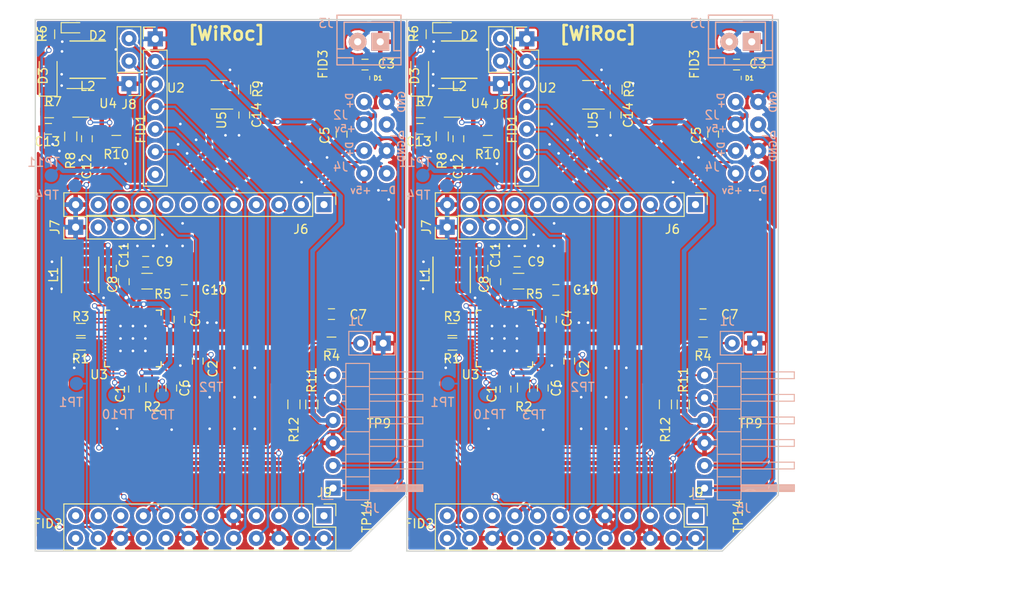
<source format=kicad_pcb>
(kicad_pcb (version 20171130) (host pcbnew 5.0.0-fee4fd1~66~ubuntu16.04.1)
  (layers (0 F.Cu signal) (31 B.Cu signal) (34 B.Paste user) (35 F.Paste user) (36 B.SilkS user) (37 F.SilkS user) (38 B.Mask user) (39 F.Mask user) (44 Edge.Cuts user))
  (net 0 "")
  (net 1 GND)
  (net 2 IPSOUT)
  (net 3 "Net-(C2-Pad1)")
  (net 4 BAT)
  (net 5 VBUS)
  (net 6 "Net-(C6-Pad1)")
  (net 7 PWRON)
  (net 8 "Net-(C11-Pad2)")
  (net 9 "Net-(C13-Pad1)")
  (net 10 VDD_5V)
  (net 11 "Net-(D2-Pad1)")
  (net 12 SYS_3.3V)
  (net 13 "Net-(D3-Pad2)")
  (net 14 "Net-(J1-Pad2)")
  (net 15 "Net-(J2-Pad2)")
  (net 16 "Net-(J2-Pad3)")
  (net 17 USBHost-DM1)
  (net 18 USBHost-DP1)
  (net 19 SDA)
  (net 20 SCK)
  (net 21 "Net-(J7-Pad3)")
  (net 22 "Net-(J7-Pad4)")
  (net 23 UART1_TX)
  (net 24 UART1_RX)
  (net 25 LORAAUX)
  (net 26 STATUS_LED)
  (net 27 LORAEN)
  (net 28 IRQ)
  (net 29 N_VBUSEN)
  (net 30 "Net-(L1-Pad1)")
  (net 31 "Net-(R2-Pad2)")
  (net 32 "Net-(R3-Pad2)")
  (net 33 "Net-(R7-Pad1)")
  (net 34 "Net-(R9-Pad2)")
  (net 35 EXTEN)
  (net 36 "Net-(J6-Pad1)")
  (net 37 "Net-(J6-Pad4)")
  (net 38 "Net-(J6-Pad5)")
  (net 39 "Net-(J6-Pad6)")
  (net 40 "Net-(J6-Pad7)")
  (net 41 "Net-(J6-Pad8)")
  (net 42 "Net-(J6-Pad9)")
  (net 43 "Net-(J6-Pad10)")
  (net 44 "Net-(J6-Pad11)")
  (net 45 "Net-(J7-Pad2)")
  (net 46 "Net-(J9-Pad1)")
  (net 47 "Net-(J9-Pad7)")
  (net 48 "Net-(J9-Pad16)")
  (net 49 "Net-(J9-Pad18)")
  (net 50 "Net-(J9-Pad19)")
  (net 51 "Net-(J9-Pad21)")
  (net 52 "Net-(J9-Pad23)")
  (net 53 "Net-(J9-Pad24)")
  (net 54 "Net-(U2-Pad7)")
  (net 55 "Net-(U3-Pad3)")
  (net 56 "Net-(U3-Pad5)")
  (net 57 "Net-(U3-Pad7)")
  (net 58 "Net-(U3-Pad8)")
  (net 59 "Net-(U3-Pad9)")
  (net 60 "Net-(U3-Pad10)")
  (net 61 "Net-(U3-Pad11)")
  (net 62 "Net-(U3-Pad12)")
  (net 63 "Net-(U3-Pad14)")
  (net 64 "Net-(U3-Pad15)")
  (net 65 "Net-(U3-Pad16)")
  (net 66 "Net-(U3-Pad17)")
  (net 67 "Net-(U3-Pad18)")
  (net 68 "Net-(U3-Pad19)")
  (net 69 "Net-(U3-Pad25)")
  (net 70 "Net-(U3-Pad28)")
  (net 71 "Net-(U3-Pad29)")
  (net 72 "Net-(U3-Pad30)")
  (net 73 "Net-(U3-Pad32)")
  (net 74 "Net-(U3-Pad33)")
  (net 75 "Net-(U3-Pad36)")
  (net 76 "Net-(U3-Pad41)")
  (net 77 "Net-(U4-Pad6)")
  (module WiRoc:Pin_Header_Straight_1x02_Pitch2.54mm (layer B.Cu) (at 114.4109 66.0612 90)
    (fp_text reference J1 (at 2.48488 -3.10126) (layer B.SilkS) (effects (justify mirror)))
    (fp_text value Conn_01x02)
    (pad 1 thru_hole rect (at 0 0 90) (size 1.7 1.7) (drill 0.8) (layers *.Cu *.Mask) (net 1 GND))
    (pad 2 thru_hole oval (at 0 -2.54 90) (size 1.7 1.7) (drill 0.8) (layers *.Cu *.Mask) (net 14 "Net-(J1-Pad2)"))
  )
  (module WiRoc:Fiducial (layer F.Cu) (at 106.75796 31.72206)
    (fp_text reference FID3 (at 0.8698 2.9558 90) (layer F.SilkS))
    (fp_text value FIDUCIAL)
    (pad 1 smd circle (at 0 0) (size 1 1) (layers F.Cu F.Mask) (clearance 0.5))
  )
  (module Capacitors_SMD:C_0603 (layer F.Cu) (at 109.7323 42.54754 270)
    (fp_text reference C5 (at 0.12446 1.8923 270) (layer F.SilkS))
    (fp_text value 10uF)
    (pad 1 smd rect (at -0.75 0 270) (size 0.8 0.75) (layers F.Cu F.Paste F.Mask) (net 5 VBUS))
    (pad 2 smd rect (at 0.75 0 270) (size 0.8 0.75) (layers F.Cu F.Paste F.Mask) (net 1 GND))
  )
  (module WiRoc:Pin_Header_Straight_1x12_Pitch2.54mm (layer F.Cu) (at 107.746 50.468 270)
    (fp_text reference J6 (at 2.77548 2.59332) (layer F.SilkS))
    (fp_text value NanoPIAir_USBPort)
    (pad 12 thru_hole oval (at 0 27.94 270) (size 1.7 1.7) (drill 0.8) (layers *.Cu *.Mask) (net 1 GND))
    (pad 11 thru_hole oval (at 0 25.4 270) (size 1.7 1.7) (drill 0.8) (layers *.Cu *.Mask) (net 44 "Net-(J6-Pad11)"))
    (pad 10 thru_hole oval (at 0 22.86 270) (size 1.7 1.7) (drill 0.8) (layers *.Cu *.Mask) (net 43 "Net-(J6-Pad10)"))
    (pad 9 thru_hole oval (at 0 20.32 270) (size 1.7 1.7) (drill 0.8) (layers *.Cu *.Mask) (net 42 "Net-(J6-Pad9)"))
    (pad 8 thru_hole oval (at 0 17.78 270) (size 1.7 1.7) (drill 0.8) (layers *.Cu *.Mask) (net 41 "Net-(J6-Pad8)"))
    (pad 7 thru_hole oval (at 0 15.24 270) (size 1.7 1.7) (drill 0.8) (layers *.Cu *.Mask) (net 40 "Net-(J6-Pad7)"))
    (pad 6 thru_hole oval (at 0 12.7 270) (size 1.7 1.7) (drill 0.8) (layers *.Cu *.Mask) (net 39 "Net-(J6-Pad6)"))
    (pad 5 thru_hole oval (at 0 10.16 270) (size 1.7 1.7) (drill 0.8) (layers *.Cu *.Mask) (net 38 "Net-(J6-Pad5)"))
    (pad 4 thru_hole oval (at 0 7.62 270) (size 1.7 1.7) (drill 0.8) (layers *.Cu *.Mask) (net 37 "Net-(J6-Pad4)"))
    (pad 3 thru_hole oval (at 0 5.08 270) (size 1.7 1.7) (drill 0.8) (layers *.Cu *.Mask) (net 17 USBHost-DM1))
    (pad 2 thru_hole oval (at 0 2.54 270) (size 1.7 1.7) (drill 0.8) (layers *.Cu *.Mask) (net 18 USBHost-DP1))
    (pad 1 thru_hole rect (at 0 0 270) (size 1.7 1.7) (drill 0.8) (layers *.Cu *.Mask) (net 36 "Net-(J6-Pad1)"))
  )
  (module Capacitors_SMD:C_0603 (layer F.Cu) (at 112.364 34.7152 180)
    (fp_text reference C3 (at -2.4025 0.079 180) (layer F.SilkS))
    (fp_text value 4.7uF)
    (pad 1 smd rect (at -0.75 0 180) (size 0.8 0.75) (layers F.Cu F.Paste F.Mask) (net 4 BAT))
    (pad 2 smd rect (at 0.75 0 180) (size 0.8 0.75) (layers F.Cu F.Paste F.Mask) (net 1 GND))
  )
  (module WiRoc:VIA-0.6mm (layer F.Cu) (at 91.838 52.578)
    (fp_text reference REF** hide)
    (fp_text value VIA-0.6mm hide)
    (pad 1 thru_hole circle (at 0 0) (size 0.6 0.6) (drill 0.3) (layers *.Cu) (net 1 GND))
  )
  (module Measurement_Points:Measurement_Point_Round-SMD-Pad_Small (layer F.Cu) (at 84.206 71.882)
    (fp_text reference TP10 (at 0.3803 2.1971) (layer B.SilkS) (effects (justify mirror)))
    (fp_text value TEST)
    (pad 1 smd circle (at 0 0) (size 1.5 1.5) (layers B.Cu B.Mask) (net 2 IPSOUT))
  )
  (module Measurement_Points:Measurement_Point_Round-SMD-Pad_Small (layer F.Cu) (at 79.9 70.612)
    (fp_text reference TP1 (at -0.635 2.10058) (layer B.SilkS) (effects (justify mirror)))
    (fp_text value TEST)
    (pad 1 smd circle (at 0 0) (size 1.5 1.5) (layers B.Cu B.Mask) (net 29 N_VBUSEN))
  )
  (module Capacitors_SMD:C_0603 (layer F.Cu) (at 85.22638 59.1439 270)
    (fp_text reference C8 (at 0.2921 1.26238 270) (layer F.SilkS))
    (fp_text value 4.7uF)
    (pad 1 smd rect (at -0.75 0 270) (size 0.8 0.75) (layers F.Cu F.Paste F.Mask) (net 1 GND))
    (pad 2 smd rect (at 0.75 0 270) (size 0.8 0.75) (layers F.Cu F.Paste F.Mask) (net 2 IPSOUT))
  )
  (module Measurement_Points:Measurement_Point_Round-SMD-Pad_Small (layer F.Cu) (at 113.906 83.348)
    (fp_text reference TP14 (at -1.34922 2.20174 270) (layer F.SilkS))
    (fp_text value TEST)
    (pad 1 smd circle (at 0 0) (size 1.5 1.5) (layers F.Cu F.Mask) (net 10 VDD_5V))
  )
  (module WiRoc:VIA-0.6mm (layer F.Cu) (at 91.838 55.118)
    (fp_text reference REF** hide)
    (fp_text value VIA-0.6mm hide)
    (pad 1 thru_hole circle (at 0 0) (size 0.6 0.6) (drill 0.3) (layers *.Cu) (net 1 GND))
  )
  (module Capacitors_SMD:C_0603 (layer F.Cu) (at 87.68764 56.896 180)
    (fp_text reference C9 (at -2.11836 0 180) (layer F.SilkS))
    (fp_text value 1uF)
    (pad 1 smd rect (at -0.75 0 180) (size 0.8 0.75) (layers F.Cu F.Paste F.Mask) (net 4 BAT))
    (pad 2 smd rect (at 0.75 0 180) (size 0.8 0.75) (layers F.Cu F.Paste F.Mask) (net 8 "Net-(C11-Pad2)"))
  )
  (module Resistors_SMD:R_0603 (layer F.Cu) (at 79.25476 42.79468 90)
    (fp_text reference R8 (at -2.7178 -0.0254 90) (layer F.SilkS))
    (fp_text value 24K-1%)
    (pad 2 smd rect (at 0.75 0 90) (size 0.5 0.9) (layers F.Cu F.Paste F.Mask) (net 33 "Net-(R7-Pad1)"))
    (pad 1 smd rect (at -0.75 0 90) (size 0.5 0.9) (layers F.Cu F.Paste F.Mask) (net 1 GND))
  )
  (module WiRoc:VIA-0.6mm (layer F.Cu) (at 94.886 72.136)
    (fp_text reference REF** hide)
    (fp_text value VIA-0.6mm hide)
    (pad 1 thru_hole circle (at 0 0) (size 0.6 0.6) (drill 0.3) (layers *.Cu) (net 1 GND))
  )
  (module Capacitors_SMD:C_0603 (layer F.Cu) (at 83.78112 57.64276 90)
    (fp_text reference C11 (at 1.50876 1.45288 -90) (layer F.SilkS))
    (fp_text value 4.7uF)
    (pad 1 smd rect (at -0.75 0 90) (size 0.8 0.75) (layers F.Cu F.Paste F.Mask) (net 1 GND))
    (pad 2 smd rect (at 0.75 0 90) (size 0.8 0.75) (layers F.Cu F.Paste F.Mask) (net 8 "Net-(C11-Pad2)"))
  )
  (module WiRoc:Pin_Header_Straight_1x07_Pitch2.54mm (layer F.Cu) (at 88.766 31.823)
    (fp_text reference U2 (at 2.31 5.515) (layer F.SilkS))
    (fp_text value LoraRadio)
    (pad 7 thru_hole oval (at 0 15.24) (size 1.7 1.7) (drill 0.8) (layers *.Cu *.Mask) (net 54 "Net-(U2-Pad7)"))
    (pad 6 thru_hole oval (at 0 12.7) (size 1.7 1.7) (drill 0.8) (layers *.Cu *.Mask) (net 25 LORAAUX))
    (pad 5 thru_hole oval (at 0 10.16) (size 1.7 1.7) (drill 0.8) (layers *.Cu *.Mask) (net 24 UART1_RX))
    (pad 4 thru_hole oval (at 0 7.62) (size 1.7 1.7) (drill 0.8) (layers *.Cu *.Mask) (net 23 UART1_TX))
    (pad 3 thru_hole oval (at 0 5.08) (size 1.7 1.7) (drill 0.8) (layers *.Cu *.Mask) (net 27 LORAEN))
    (pad 2 thru_hole oval (at 0 2.54) (size 1.7 1.7) (drill 0.8) (layers *.Cu *.Mask) (net 12 SYS_3.3V))
    (pad 1 thru_hole rect (at 0 0) (size 1.7 1.7) (drill 0.8) (layers *.Cu *.Mask) (net 1 GND))
  )
  (module WiRoc:VIA-0.6mm (layer F.Cu) (at 92.346 44.704)
    (fp_text reference REF** hide)
    (fp_text value VIA-0.6mm hide)
    (pad 1 thru_hole circle (at 0 0) (size 0.6 0.6) (drill 0.3) (layers *.Cu) (net 1 GND))
  )
  (module WiRoc:VIA-0.6mm (layer F.Cu) (at 92.6 70.866)
    (fp_text reference REF** hide)
    (fp_text value VIA-0.6mm hide)
    (pad 1 thru_hole circle (at 0 0) (size 0.6 0.6) (drill 0.3) (layers *.Cu) (net 1 GND))
  )
  (module Capacitors_SMD:C_0603 (layer F.Cu) (at 92.0335 60.0743 180)
    (fp_text reference C10 (at -3.3655 0 180) (layer F.SilkS))
    (fp_text value 4.7uF)
    (pad 1 smd rect (at -0.75 0 180) (size 0.8 0.75) (layers F.Cu F.Paste F.Mask) (net 1 GND))
    (pad 2 smd rect (at 0.75 0 180) (size 0.8 0.75) (layers F.Cu F.Paste F.Mask) (net 4 BAT))
  )
  (module WiRoc:SOD-882L (layer F.Cu) (at 112.364 36.2152 180)
    (fp_text reference D1 (at -1.45 -0.025 180) (layer F.SilkS) (effects (font (size 0.5 0.5) (thickness 0.125))))
    (fp_text value D_TVS)
    (pad 2 smd rect (at 0.325 0 180) (size 0.3 0.55) (layers F.Cu F.Paste F.Mask) (net 1 GND))
    (pad 1 smd rect (at -0.325 0 180) (size 0.3 0.55) (layers F.Cu F.Paste F.Mask) (net 4 BAT))
  )
  (module WiRoc:Pin_Header_Straight_1x04_Pitch2.54mm (layer F.Cu) (at 79.806 53.008 90)
    (fp_text reference J7 (at 0 -2.33 90) (layer F.SilkS))
    (fp_text value NanoPIAir_DebugPort)
    (pad 4 thru_hole oval (at 0 7.62 90) (size 1.7 1.7) (drill 0.8) (layers *.Cu *.Mask) (net 22 "Net-(J7-Pad4)"))
    (pad 3 thru_hole oval (at 0 5.08 90) (size 1.7 1.7) (drill 0.8) (layers *.Cu *.Mask) (net 21 "Net-(J7-Pad3)"))
    (pad 2 thru_hole oval (at 0 2.54 90) (size 1.7 1.7) (drill 0.8) (layers *.Cu *.Mask) (net 45 "Net-(J7-Pad2)"))
    (pad 1 thru_hole rect (at 0 0 90) (size 1.7 1.7) (drill 0.8) (layers *.Cu *.Mask) (net 1 GND))
  )
  (module WiRoc:VIA-0.6mm (layer F.Cu) (at 91.33 43.688)
    (fp_text reference REF** hide)
    (fp_text value VIA-0.6mm hide)
    (pad 1 thru_hole circle (at 0 0) (size 0.6 0.6) (drill 0.3) (layers *.Cu) (net 1 GND))
  )
  (module Resistors_SMD:R_0603 (layer F.Cu) (at 104.36528 72.94372 270)
    (fp_text reference R12 (at 2.85242 0 270) (layer F.SilkS))
    (fp_text value 10K)
    (pad 2 smd rect (at 0.75 0 270) (size 0.5 0.9) (layers F.Cu F.Paste F.Mask) (net 12 SYS_3.3V))
    (pad 1 smd rect (at -0.75 0 270) (size 0.5 0.9) (layers F.Cu F.Paste F.Mask) (net 20 SCK))
  )
  (module WiRoc:VIA-0.6mm (layer F.Cu) (at 85.234 55.118)
    (fp_text reference REF** hide)
    (fp_text value VIA-0.6mm hide)
    (pad 1 thru_hole circle (at 0 0) (size 0.6 0.6) (drill 0.3) (layers *.Cu) (net 1 GND))
  )
  (module WiRoc:VIA-0.6mm (layer F.Cu) (at 97.68 75.692)
    (fp_text reference REF** hide)
    (fp_text value VIA-0.6mm hide)
    (pad 1 thru_hole circle (at 0 0) (size 0.6 0.6) (drill 0.3) (layers *.Cu) (net 1 GND))
  )
  (module WiRoc:VIA-0.6mm (layer F.Cu) (at 93.362 43.18)
    (fp_text reference REF** hide)
    (fp_text value VIA-0.6mm hide)
    (pad 1 thru_hole circle (at 0 0) (size 0.6 0.6) (drill 0.3) (layers *.Cu) (net 1 GND))
  )
  (module WiRoc:VIA-0.6mm (layer F.Cu) (at 91.584 41.402)
    (fp_text reference REF** hide)
    (fp_text value VIA-0.6mm hide)
    (pad 1 thru_hole circle (at 0 0) (size 0.6 0.6) (drill 0.3) (layers *.Cu) (net 1 GND))
  )
  (module WiRoc:VIA-0.6mm (layer F.Cu) (at 94.886 75.692)
    (fp_text reference REF** hide)
    (fp_text value VIA-0.6mm hide)
    (pad 1 thru_hole circle (at 0 0) (size 0.6 0.6) (drill 0.3) (layers *.Cu) (net 1 GND))
  )
  (module WiRoc:VIA-0.6mm (layer F.Cu) (at 99.966 75.692)
    (fp_text reference REF** hide)
    (fp_text value VIA-0.6mm hide)
    (pad 1 thru_hole circle (at 0 0) (size 0.6 0.6) (drill 0.3) (layers *.Cu) (net 1 GND))
  )
  (module Capacitors_SMD:C_0603 (layer F.Cu) (at 86.3693 71.2256 270)
    (fp_text reference C1 (at 0.55988 1.529 270) (layer F.SilkS))
    (fp_text value 4.7uF)
    (pad 1 smd rect (at -0.75 0 270) (size 0.8 0.75) (layers F.Cu F.Paste F.Mask) (net 2 IPSOUT))
    (pad 2 smd rect (at 0.75 0 270) (size 0.8 0.75) (layers F.Cu F.Paste F.Mask) (net 1 GND))
  )
  (module Measurement_Points:Measurement_Point_Round-SMD-Pad_Small (layer F.Cu) (at 77.0679 47.1805)
    (fp_text reference TP11 (at -0.86868 -1.47828) (layer B.SilkS) (effects (justify mirror)))
    (fp_text value TEST)
    (pad 1 smd circle (at 0 0) (size 1.5 1.5) (layers B.Cu B.Mask) (net 9 "Net-(C13-Pad1)"))
  )
  (module WiRoc:USBConnPads (layer B.Cu) (at 112.266 41.448)
    (fp_text reference J2 (at -2.648 -1.062) (layer B.SilkS) (effects (justify mirror)))
    (fp_text value USB_Power_02x02)
    (fp_text user +5v (at -2.14 0.462 -180) (layer B.SilkS) (effects (font (size 0.8 0.8)) (justify mirror)))
    (fp_text user D- (at 3.702 1.224 -180) (layer B.SilkS) (effects (font (size 0.8 0.8)) (justify mirror)))
    (fp_text user GND (at 4.21 -2.54 -90) (layer B.SilkS) (effects (font (size 0.8 0.8)) (justify mirror)))
    (fp_text user D+ (at -1.651 -2.667 -90) (layer B.SilkS) (effects (font (size 0.8 0.8)) (justify mirror)))
    (pad 1 thru_hole circle (at 0 0) (size 1.8 1.8) (drill 0.8) (layers *.Cu *.Mask) (net 5 VBUS))
    (pad 2 thru_hole circle (at 2.54 0) (size 1.8 1.8) (drill 0.8) (layers *.Cu *.Mask) (net 15 "Net-(J2-Pad2)"))
    (pad 3 thru_hole circle (at 0 -2.54) (size 1.8 1.8) (drill 0.8) (layers *.Cu *.Mask) (net 16 "Net-(J2-Pad3)"))
    (pad 4 thru_hole circle (at 2.54 -2.54) (size 1.8 1.8) (drill 0.8) (layers *.Cu *.Mask) (net 1 GND))
  )
  (module WiRoc:VIA-0.6mm (layer F.Cu) (at 79.646 68.834)
    (fp_text reference REF** hide)
    (fp_text value VIA-0.6mm hide)
    (pad 1 thru_hole circle (at 0 0) (size 0.6 0.6) (drill 0.3) (layers *.Cu) (net 1 GND))
  )
  (module WiRoc:VIA-0.6mm (layer F.Cu) (at 88.536 55.118)
    (fp_text reference REF** hide)
    (fp_text value VIA-0.6mm hide)
    (pad 1 thru_hole circle (at 0 0) (size 0.6 0.6) (drill 0.3) (layers *.Cu) (net 1 GND))
  )
  (module WiRoc:VIA-0.6mm (layer F.Cu) (at 78.23376 35.80638)
    (fp_text reference REF** hide)
    (fp_text value VIA-0.6mm hide)
    (pad 1 thru_hole circle (at 0 0) (size 0.6 0.6) (drill 0.3) (layers *.Cu) (net 1 GND))
  )
  (module Resistors_SMD:R_0603 (layer F.Cu) (at 108.59184 66.05524 180)
    (fp_text reference R4 (at 0 -1.45 180) (layer F.SilkS))
    (fp_text value 1K)
    (pad 2 smd rect (at 0.75 0 180) (size 0.5 0.9) (layers F.Cu F.Paste F.Mask) (net 7 PWRON))
    (pad 1 smd rect (at -0.75 0 180) (size 0.5 0.9) (layers F.Cu F.Paste F.Mask) (net 14 "Net-(J1-Pad2)"))
  )
  (module Capacitors_SMD:C_0603 (layer F.Cu) (at 93.5448 68.0746 270)
    (fp_text reference C2 (at 0.8737 -1.70188 90) (layer F.SilkS))
    (fp_text value 1uF)
    (pad 1 smd rect (at -0.75 0 270) (size 0.8 0.75) (layers F.Cu F.Paste F.Mask) (net 3 "Net-(C2-Pad1)"))
    (pad 2 smd rect (at 0.75 0 270) (size 0.8 0.75) (layers F.Cu F.Paste F.Mask) (net 1 GND))
  )
  (module Measurement_Points:Measurement_Point_Round-SMD-Pad_Small (layer F.Cu) (at 95.036 68.818)
    (fp_text reference TP2 (at 0.00748 2.19532) (layer B.SilkS) (effects (justify mirror)))
    (fp_text value TEST)
    (pad 1 smd circle (at 0 0) (size 1.5 1.5) (layers B.Cu B.Mask) (net 3 "Net-(C2-Pad1)"))
  )
  (module WiRoc:VIA-0.6mm (layer F.Cu) (at 99.966 68.834)
    (fp_text reference REF** hide)
    (fp_text value VIA-0.6mm hide)
    (pad 1 thru_hole circle (at 0 0) (size 0.6 0.6) (drill 0.3) (layers *.Cu) (net 1 GND))
  )
  (module WiRoc:VIA-0.6mm (layer F.Cu) (at 105.2238 47.95012)
    (fp_text reference REF** hide)
    (fp_text value VIA-0.6mm hide)
    (pad 1 thru_hole circle (at 0 0) (size 0.6 0.6) (drill 0.3) (layers *.Cu) (net 1 GND))
  )
  (module WiRoc:VIA-0.6mm (layer F.Cu) (at 85.41942 45.87494)
    (fp_text reference REF** hide)
    (fp_text value VIA-0.6mm hide)
    (pad 1 thru_hole circle (at 0 0) (size 0.6 0.6) (drill 0.3) (layers *.Cu) (net 1 GND))
  )
  (module WiRoc:VIA-0.6mm (layer F.Cu) (at 108.09146 45.16628)
    (fp_text reference REF** hide)
    (fp_text value VIA-0.6mm hide)
    (pad 1 thru_hole circle (at 0 0) (size 0.6 0.6) (drill 0.3) (layers *.Cu) (net 1 GND))
  )
  (module WiRoc:Inductor_SLW4018 (layer F.Cu) (at 81.16466 34.15868 180)
    (fp_text reference L2 (at 0 -3 180) (layer F.SilkS))
    (fp_text value 2.2uH-DCR<0.1R-1.5A)
    (pad 2 smd rect (at 1.5 0 180) (size 1.1 3.7) (layers F.Cu F.Paste F.Mask) (net 13 "Net-(D3-Pad2)"))
    (pad 1 smd rect (at -1.5 0 180) (size 1.1 3.7) (layers F.Cu F.Paste F.Mask) (net 2 IPSOUT))
  )
  (module Capacitors_SMD:C_0603 (layer F.Cu) (at 76.74636 41.94378)
    (fp_text reference C13 (at -0.127 1.4351) (layer F.SilkS))
    (fp_text value 10uF)
    (pad 1 smd rect (at -0.75 0) (size 0.8 0.75) (layers F.Cu F.Paste F.Mask) (net 9 "Net-(C13-Pad1)"))
    (pad 2 smd rect (at 0.75 0) (size 0.8 0.75) (layers F.Cu F.Paste F.Mask) (net 1 GND))
  )
  (module WiRoc:Pin_Header_Angled_1x06_Pitch2.54mm (layer B.Cu) (at 108.766 82.368)
    (fp_text reference J5 (at 4.385 2.27) (layer B.SilkS) (effects (justify mirror)))
    (fp_text value Conn_01x06)
    (pad 1 thru_hole rect (at 0 0) (size 1.7 1.7) (drill 0.8) (layers *.Cu *.Mask) (net 15 "Net-(J2-Pad2)"))
    (pad 2 thru_hole oval (at 0 -2.54) (size 1.7 1.7) (drill 0.8) (layers *.Cu *.Mask) (net 16 "Net-(J2-Pad3)"))
    (pad 3 thru_hole oval (at 0 -5.08) (size 1.7 1.7) (drill 0.8) (layers *.Cu *.Mask) (net 1 GND))
    (pad 4 thru_hole oval (at 0 -7.62) (size 1.7 1.7) (drill 0.8) (layers *.Cu *.Mask) (net 12 SYS_3.3V))
    (pad 5 thru_hole oval (at 0 -10.16) (size 1.7 1.7) (drill 0.8) (layers *.Cu *.Mask) (net 19 SDA))
    (pad 6 thru_hole oval (at 0 -12.7) (size 1.7 1.7) (drill 0.8) (layers *.Cu *.Mask) (net 20 SCK))
  )
  (module WiRoc:VIA-0.6mm (layer F.Cu) (at 95.648 63.754)
    (fp_text reference REF** hide)
    (fp_text value VIA-0.6mm hide)
    (pad 1 thru_hole circle (at 0 0) (size 0.6 0.6) (drill 0.3) (layers *.Cu) (net 1 GND))
  )
  (module Resistors_SMD:R_0603 (layer F.Cu) (at 80.3883 64.5181)
    (fp_text reference R3 (at 0 -1.45) (layer F.SilkS))
    (fp_text value 200K-1%)
    (pad 2 smd rect (at 0.75 0) (size 0.5 0.9) (layers F.Cu F.Paste F.Mask) (net 32 "Net-(R3-Pad2)"))
    (pad 1 smd rect (at -0.75 0) (size 0.5 0.9) (layers F.Cu F.Paste F.Mask) (net 1 GND))
  )
  (module WiRoc:VIA-0.6mm (layer F.Cu) (at 97.68 72.136)
    (fp_text reference REF** hide)
    (fp_text value VIA-0.6mm hide)
    (pad 1 thru_hole circle (at 0 0) (size 0.6 0.6) (drill 0.3) (layers *.Cu) (net 1 GND))
  )
  (module WiRoc:VIA-0.6mm (layer F.Cu) (at 97.68 68.834)
    (fp_text reference REF** hide)
    (fp_text value VIA-0.6mm hide)
    (pad 1 thru_hole circle (at 0 0) (size 0.6 0.6) (drill 0.3) (layers *.Cu) (net 1 GND))
  )
  (module Diodes_SMD:D_SOD-123 (layer F.Cu) (at 76.71476 36.01288 90)
    (fp_text reference D3 (at 0.03378 -0.57904 90) (layer F.SilkS))
    (fp_text value IN5819)
    (pad 2 smd rect (at 1.65 0 90) (size 0.9 1.2) (layers F.Cu F.Paste F.Mask) (net 13 "Net-(D3-Pad2)"))
    (pad 1 smd rect (at -1.65 0 90) (size 0.9 1.2) (layers F.Cu F.Paste F.Mask) (net 9 "Net-(C13-Pad1)"))
  )
  (module Resistors_SMD:R_0603 (layer F.Cu) (at 76.76564 31.30042 270)
    (fp_text reference R6 (at -0.06096 0.73914 270) (layer F.SilkS))
    (fp_text value 1K)
    (pad 2 smd rect (at 0.75 0 270) (size 0.5 0.9) (layers F.Cu F.Paste F.Mask) (net 26 STATUS_LED))
    (pad 1 smd rect (at -0.75 0 270) (size 0.5 0.9) (layers F.Cu F.Paste F.Mask) (net 11 "Net-(D2-Pad1)"))
  )
  (module WiRoc:Pin_Header_Straight_2x12_Pitch2.54mm (layer F.Cu) (at 107.746 85.478 270)
    (fp_text reference J9 (at -2.61558 -0.05336) (layer F.SilkS))
    (fp_text value NanoPIAir_GPIOPort)
    (pad 24 thru_hole oval (at 2.54 27.94 270) (size 1.7 1.7) (drill 0.8) (layers *.Cu *.Mask) (net 53 "Net-(J9-Pad24)"))
    (pad 23 thru_hole oval (at 0 27.94 270) (size 1.7 1.7) (drill 0.8) (layers *.Cu *.Mask) (net 52 "Net-(J9-Pad23)"))
    (pad 22 thru_hole oval (at 2.54 25.4 270) (size 1.7 1.7) (drill 0.8) (layers *.Cu *.Mask) (net 29 N_VBUSEN))
    (pad 21 thru_hole oval (at 0 25.4 270) (size 1.7 1.7) (drill 0.8) (layers *.Cu *.Mask) (net 51 "Net-(J9-Pad21)"))
    (pad 20 thru_hole oval (at 2.54 22.86 270) (size 1.7 1.7) (drill 0.8) (layers *.Cu *.Mask) (net 1 GND))
    (pad 19 thru_hole oval (at 0 22.86 270) (size 1.7 1.7) (drill 0.8) (layers *.Cu *.Mask) (net 50 "Net-(J9-Pad19)"))
    (pad 18 thru_hole oval (at 2.54 20.32 270) (size 1.7 1.7) (drill 0.8) (layers *.Cu *.Mask) (net 49 "Net-(J9-Pad18)"))
    (pad 17 thru_hole oval (at 0 20.32 270) (size 1.7 1.7) (drill 0.8) (layers *.Cu *.Mask) (net 12 SYS_3.3V))
    (pad 16 thru_hole oval (at 2.54 17.78 270) (size 1.7 1.7) (drill 0.8) (layers *.Cu *.Mask) (net 48 "Net-(J9-Pad16)"))
    (pad 15 thru_hole oval (at 0 17.78 270) (size 1.7 1.7) (drill 0.8) (layers *.Cu *.Mask) (net 28 IRQ))
    (pad 14 thru_hole oval (at 2.54 15.24 270) (size 1.7 1.7) (drill 0.8) (layers *.Cu *.Mask) (net 1 GND))
    (pad 13 thru_hole oval (at 0 15.24 270) (size 1.7 1.7) (drill 0.8) (layers *.Cu *.Mask) (net 27 LORAEN))
    (pad 12 thru_hole oval (at 2.54 12.7 270) (size 1.7 1.7) (drill 0.8) (layers *.Cu *.Mask) (net 26 STATUS_LED))
    (pad 11 thru_hole oval (at 0 12.7 270) (size 1.7 1.7) (drill 0.8) (layers *.Cu *.Mask) (net 25 LORAAUX))
    (pad 10 thru_hole oval (at 2.54 10.16 270) (size 1.7 1.7) (drill 0.8) (layers *.Cu *.Mask) (net 24 UART1_RX))
    (pad 9 thru_hole oval (at 0 10.16 270) (size 1.7 1.7) (drill 0.8) (layers *.Cu *.Mask) (net 1 GND))
    (pad 8 thru_hole oval (at 2.54 7.62 270) (size 1.7 1.7) (drill 0.8) (layers *.Cu *.Mask) (net 23 UART1_TX))
    (pad 7 thru_hole oval (at 0 7.62 270) (size 1.7 1.7) (drill 0.8) (layers *.Cu *.Mask) (net 47 "Net-(J9-Pad7)"))
    (pad 6 thru_hole oval (at 2.54 5.08 270) (size 1.7 1.7) (drill 0.8) (layers *.Cu *.Mask) (net 1 GND))
    (pad 5 thru_hole oval (at 0 5.08 270) (size 1.7 1.7) (drill 0.8) (layers *.Cu *.Mask) (net 20 SCK))
    (pad 4 thru_hole oval (at 2.54 2.54 270) (size 1.7 1.7) (drill 0.8) (layers *.Cu *.Mask) (net 10 VDD_5V))
    (pad 3 thru_hole oval (at 0 2.54 270) (size 1.7 1.7) (drill 0.8) (layers *.Cu *.Mask) (net 19 SDA))
    (pad 2 thru_hole oval (at 2.54 0 270) (size 1.7 1.7) (drill 0.8) (layers *.Cu *.Mask) (net 10 VDD_5V))
    (pad 1 thru_hole rect (at 0 0 270) (size 1.7 1.7) (drill 0.8) (layers *.Cu *.Mask) (net 46 "Net-(J9-Pad1)"))
  )
  (module WiRoc:VIA-0.6mm (layer F.Cu) (at 99.966 72.136)
    (fp_text reference REF** hide)
    (fp_text value VIA-0.6mm hide)
    (pad 1 thru_hole circle (at 0 0) (size 0.6 0.6) (drill 0.3) (layers *.Cu) (net 1 GND))
  )
  (module Capacitors_SMD:C_0603 (layer F.Cu) (at 90.568 71.108 270)
    (fp_text reference C6 (at 0 -1.5 270) (layer F.SilkS))
    (fp_text value 1uF)
    (pad 1 smd rect (at -0.75 0 270) (size 0.8 0.75) (layers F.Cu F.Paste F.Mask) (net 6 "Net-(C6-Pad1)"))
    (pad 2 smd rect (at 0.75 0 270) (size 0.8 0.75) (layers F.Cu F.Paste F.Mask) (net 1 GND))
  )
  (module WiRoc:VIA-0.6mm (layer F.Cu) (at 77.14156 56.89854)
    (fp_text reference REF** hide)
    (fp_text value VIA-0.6mm hide)
    (pad 1 thru_hole circle (at 0 0) (size 0.6 0.6) (drill 0.3) (layers *.Cu) (net 1 GND))
  )
  (module WiRoc:VIA-0.6mm (layer F.Cu) (at 98.188 42.672)
    (fp_text reference REF** hide)
    (fp_text value VIA-0.6mm hide)
    (pad 1 thru_hole circle (at 0 0) (size 0.6 0.6) (drill 0.3) (layers *.Cu) (net 1 GND))
  )
  (module Capacitors_SMD:C_0603 (layer F.Cu) (at 108.59184 62.78626 180)
    (fp_text reference C7 (at -3.00228 -0.0508 180) (layer F.SilkS))
    (fp_text value 100pF)
    (pad 1 smd rect (at -0.75 0 180) (size 0.8 0.75) (layers F.Cu F.Paste F.Mask) (net 1 GND))
    (pad 2 smd rect (at 0.75 0 180) (size 0.8 0.75) (layers F.Cu F.Paste F.Mask) (net 7 PWRON))
  )
  (module WiRoc:VIA-0.6mm (layer F.Cu) (at 77.97976 44.44238)
    (fp_text reference REF** hide)
    (fp_text value VIA-0.6mm hide)
    (pad 1 thru_hole circle (at 0 0) (size 0.6 0.6) (drill 0.3) (layers *.Cu) (net 1 GND))
  )
  (module Resistors_SMD:R_0603 (layer F.Cu) (at 98.8153 37.5191 90)
    (fp_text reference R9 (at 0.0635 1.4732 90) (layer F.SilkS))
    (fp_text value 3.6K-1%)
    (pad 2 smd rect (at 0.75 0 90) (size 0.5 0.9) (layers F.Cu F.Paste F.Mask) (net 34 "Net-(R9-Pad2)"))
    (pad 1 smd rect (at -0.75 0 90) (size 0.5 0.9) (layers F.Cu F.Paste F.Mask) (net 1 GND))
  )
  (module WiRoc:VIA-0.6mm (layer F.Cu) (at 82.948 60.96)
    (fp_text reference REF** hide)
    (fp_text value VIA-0.6mm hide)
    (pad 1 thru_hole circle (at 0 0) (size 0.6 0.6) (drill 0.3) (layers *.Cu) (net 1 GND))
  )
  (module WiRoc:qfn48_6x6mm_Pitch0.4mm (layer F.Cu) (at 86.2518 65.5316)
    (fp_text reference U3 (at -3.8118 4.0644) (layer F.SilkS))
    (fp_text value AXP209)
    (pad 49 smd rect (at -1.4 1.4) (size 1.4 1.4) (layers F.Cu F.Paste F.Mask) (net 1 GND))
    (pad 49 smd rect (at 0 1.4) (size 1.4 1.4) (layers F.Cu F.Paste F.Mask) (net 1 GND))
    (pad 49 smd rect (at 1.4 1.4) (size 1.4 1.4) (layers F.Cu F.Paste F.Mask) (net 1 GND))
    (pad 49 smd rect (at 1.4 0) (size 1.4 1.4) (layers F.Cu F.Paste F.Mask) (net 1 GND))
    (pad 49 smd rect (at 0 0) (size 1.4 1.4) (layers F.Cu F.Paste F.Mask) (net 1 GND))
    (pad 49 smd rect (at -1.4 -1.4) (size 1.4 1.4) (layers F.Cu F.Paste F.Mask) (net 1 GND))
    (pad 49 smd rect (at -1.4 0) (size 1.4 1.4) (layers F.Cu F.Paste F.Mask) (net 1 GND))
    (pad 49 smd rect (at 0 -1.4) (size 1.4 1.4) (layers F.Cu F.Paste F.Mask) (net 1 GND))
    (pad 49 smd rect (at 1.4 -1.4) (size 1.4 1.4) (layers F.Cu F.Paste F.Mask) (net 1 GND))
    (pad 48 smd oval (at -2.2 -2.9 90) (size 0.7 0.2) (layers F.Cu F.Paste F.Mask) (net 28 IRQ))
    (pad 47 smd oval (at -1.8 -2.9 90) (size 0.7 0.2) (layers F.Cu F.Paste F.Mask) (net 7 PWRON))
    (pad 46 smd oval (at -1.4 -2.9 90) (size 0.7 0.2) (layers F.Cu F.Paste F.Mask) (net 1 GND))
    (pad 45 smd oval (at -1 -2.9 90) (size 0.7 0.2) (layers F.Cu F.Paste F.Mask) (net 30 "Net-(L1-Pad1)"))
    (pad 44 smd oval (at -0.6 -2.9 90) (size 0.7 0.2) (layers F.Cu F.Paste F.Mask) (net 2 IPSOUT))
    (pad 43 smd oval (at -0.2 -2.9 90) (size 0.7 0.2) (layers F.Cu F.Paste F.Mask) (net 8 "Net-(C11-Pad2)"))
    (pad 42 smd oval (at 0.2 -2.9 90) (size 0.7 0.2) (layers F.Cu F.Paste F.Mask) (net 4 BAT))
    (pad 41 smd oval (at 0.6 -2.9 90) (size 0.7 0.2) (layers F.Cu F.Paste F.Mask) (net 76 "Net-(U3-Pad41)"))
    (pad 40 smd oval (at 1 -2.9 90) (size 0.7 0.2) (layers F.Cu F.Paste F.Mask) (net 2 IPSOUT))
    (pad 39 smd oval (at 1.4 -2.9 90) (size 0.7 0.2) (layers F.Cu F.Paste F.Mask) (net 4 BAT))
    (pad 38 smd oval (at 1.8 -2.9 90) (size 0.7 0.2) (layers F.Cu F.Paste F.Mask) (net 4 BAT))
    (pad 37 smd oval (at 2.2 -2.9 90) (size 0.7 0.2) (layers F.Cu F.Paste F.Mask) (net 1 GND))
    (pad 36 smd oval (at 2.9 -2.2) (size 0.7 0.2) (layers F.Cu F.Paste F.Mask) (net 75 "Net-(U3-Pad36)"))
    (pad 35 smd oval (at 2.9 -1.8) (size 0.7 0.2) (layers F.Cu F.Paste F.Mask) (net 2 IPSOUT))
    (pad 34 smd oval (at 2.9 -1.4) (size 0.7 0.2) (layers F.Cu F.Paste F.Mask) (net 2 IPSOUT))
    (pad 33 smd oval (at 2.9 -1) (size 0.7 0.2) (layers F.Cu F.Paste F.Mask) (net 74 "Net-(U3-Pad33)"))
    (pad 32 smd oval (at 2.9 -0.6) (size 0.7 0.2) (layers F.Cu F.Paste F.Mask) (net 73 "Net-(U3-Pad32)"))
    (pad 31 smd oval (at 2.9 -0.2) (size 0.7 0.2) (layers F.Cu F.Paste F.Mask) (net 5 VBUS))
    (pad 30 smd oval (at 2.9 0.2) (size 0.7 0.2) (layers F.Cu F.Paste F.Mask) (net 72 "Net-(U3-Pad30)"))
    (pad 29 smd oval (at 2.9 0.6) (size 0.7 0.2) (layers F.Cu F.Paste F.Mask) (net 71 "Net-(U3-Pad29)"))
    (pad 28 smd oval (at 2.9 1) (size 0.7 0.2) (layers F.Cu F.Paste F.Mask) (net 70 "Net-(U3-Pad28)"))
    (pad 27 smd oval (at 2.9 1.4) (size 0.7 0.2) (layers F.Cu F.Paste F.Mask) (net 1 GND))
    (pad 26 smd oval (at 2.9 1.8) (size 0.7 0.2) (layers F.Cu F.Paste F.Mask) (net 3 "Net-(C2-Pad1)"))
    (pad 25 smd oval (at 2.9 2.2) (size 0.7 0.2) (layers F.Cu F.Paste F.Mask) (net 69 "Net-(U3-Pad25)"))
    (pad 24 smd oval (at 2.2 2.9 90) (size 0.7 0.2) (layers F.Cu F.Paste F.Mask) (net 6 "Net-(C6-Pad1)"))
    (pad 23 smd oval (at 1.8 2.9 90) (size 0.7 0.2) (layers F.Cu F.Paste F.Mask) (net 31 "Net-(R2-Pad2)"))
    (pad 22 smd oval (at 1.4 2.9 90) (size 0.7 0.2) (layers F.Cu F.Paste F.Mask) (net 1 GND))
    (pad 21 smd oval (at 1 2.9 90) (size 0.7 0.2) (layers F.Cu F.Paste F.Mask) (net 2 IPSOUT))
    (pad 20 smd oval (at 0.6 2.9 90) (size 0.7 0.2) (layers F.Cu F.Paste F.Mask) (net 35 EXTEN))
    (pad 19 smd oval (at 0.2 2.9 90) (size 0.7 0.2) (layers F.Cu F.Paste F.Mask) (net 68 "Net-(U3-Pad19)"))
    (pad 18 smd oval (at -0.2 2.9 90) (size 0.7 0.2) (layers F.Cu F.Paste F.Mask) (net 67 "Net-(U3-Pad18)"))
    (pad 17 smd oval (at -0.6 2.9 90) (size 0.7 0.2) (layers F.Cu F.Paste F.Mask) (net 66 "Net-(U3-Pad17)"))
    (pad 16 smd oval (at -1 2.9 90) (size 0.7 0.2) (layers F.Cu F.Paste F.Mask) (net 65 "Net-(U3-Pad16)"))
    (pad 15 smd oval (at -1.4 2.9 90) (size 0.7 0.2) (layers F.Cu F.Paste F.Mask) (net 64 "Net-(U3-Pad15)"))
    (pad 14 smd oval (at -1.8 2.9 90) (size 0.7 0.2) (layers F.Cu F.Paste F.Mask) (net 63 "Net-(U3-Pad14)"))
    (pad 13 smd oval (at -2.2 2.9 90) (size 0.7 0.2) (layers F.Cu F.Paste F.Mask) (net 2 IPSOUT))
    (pad 12 smd oval (at -2.9 2.2) (size 0.7 0.2) (layers F.Cu F.Paste F.Mask) (net 62 "Net-(U3-Pad12)"))
    (pad 11 smd oval (at -2.9 1.8) (size 0.7 0.2) (layers F.Cu F.Paste F.Mask) (net 61 "Net-(U3-Pad11)"))
    (pad 10 smd oval (at -2.9 1.4) (size 0.7 0.2) (layers F.Cu F.Paste F.Mask) (net 60 "Net-(U3-Pad10)"))
    (pad 9 smd oval (at -2.9 1) (size 0.7 0.2) (layers F.Cu F.Paste F.Mask) (net 59 "Net-(U3-Pad9)"))
    (pad 8 smd oval (at -2.9 0.6) (size 0.7 0.2) (layers F.Cu F.Paste F.Mask) (net 58 "Net-(U3-Pad8)"))
    (pad 7 smd oval (at -2.9 0.2) (size 0.7 0.2) (layers F.Cu F.Paste F.Mask) (net 57 "Net-(U3-Pad7)"))
    (pad 6 smd oval (at -2.9 -0.2) (size 0.7 0.2) (layers F.Cu F.Paste F.Mask) (net 29 N_VBUSEN))
    (pad 5 smd oval (at -2.9 -0.6) (size 0.7 0.2) (layers F.Cu F.Paste F.Mask) (net 56 "Net-(U3-Pad5)"))
    (pad 4 smd oval (at -2.9 -1) (size 0.7 0.2) (layers F.Cu F.Paste F.Mask) (net 32 "Net-(R3-Pad2)"))
    (pad 3 smd oval (at -2.9 -1.4) (size 0.7 0.2) (layers F.Cu F.Paste F.Mask) (net 55 "Net-(U3-Pad3)"))
    (pad 2 smd oval (at -2.9 -1.8) (size 0.7 0.2) (layers F.Cu F.Paste F.Mask) (net 20 SCK))
    (pad 1 smd oval (at -2.9 -2.2) (size 0.7 0.2) (layers F.Cu F.Paste F.Mask) (net 19 SDA))
  )
  (module WiRoc:Pin_Header_Straight_1x03_Pitch2.54mm (layer F.Cu) (at 85.80796 36.86378 180)
    (fp_text reference J8 (at 0 -2.33 180) (layer F.SilkS))
    (fp_text value HAT_Conn_DBG)
    (pad 1 thru_hole rect (at 0 0 180) (size 1.7 1.7) (drill 0.8) (layers *.Cu *.Mask) (net 1 GND))
    (pad 2 thru_hole oval (at 0 2.54 180) (size 1.7 1.7) (drill 0.8) (layers *.Cu *.Mask) (net 21 "Net-(J7-Pad3)"))
    (pad 3 thru_hole oval (at 0 5.08 180) (size 1.7 1.7) (drill 0.8) (layers *.Cu *.Mask) (net 22 "Net-(J7-Pad4)"))
  )
  (module WiRoc:VIA-0.6mm (layer F.Cu) (at 78.29726 32.13354)
    (fp_text reference REF** hide)
    (fp_text value VIA-0.6mm hide)
    (pad 1 thru_hole circle (at 0 0) (size 0.6 0.6) (drill 0.3) (layers *.Cu) (net 1 GND))
  )
  (module WiRoc:VIA-0.6mm (layer F.Cu) (at 113.8725 48.85944)
    (fp_text reference REF** hide)
    (fp_text value VIA-0.6mm hide)
    (pad 1 thru_hole circle (at 0 0) (size 0.6 0.6) (drill 0.3) (layers *.Cu) (net 1 GND))
  )
  (module WiRoc:VIA-0.6mm (layer F.Cu) (at 100.728 36.83)
    (fp_text reference REF** hide)
    (fp_text value VIA-0.6mm hide)
    (pad 1 thru_hole circle (at 0 0) (size 0.6 0.6) (drill 0.3) (layers *.Cu) (net 1 GND))
  )
  (module Resistors_SMD:R_0805 (layer F.Cu) (at 87.84258 59.08294)
    (fp_text reference R5 (at 1.77808 1.45212) (layer F.SilkS))
    (fp_text value 0R03)
    (pad 2 smd rect (at 0.95 0) (size 0.7 1.3) (layers F.Cu F.Paste F.Mask) (net 4 BAT))
    (pad 1 smd rect (at -0.95 0) (size 0.7 1.3) (layers F.Cu F.Paste F.Mask) (net 8 "Net-(C11-Pad2)"))
  )
  (module Measurement_Points:Measurement_Point_Round-SMD-Pad_Small (layer F.Cu) (at 113.95124 77.13472)
    (fp_text reference TP9 (at -0.01604 -2.0426) (layer F.SilkS))
    (fp_text value TEST)
    (pad 1 smd circle (at 0 0) (size 1.5 1.5) (layers F.Cu F.Mask) (net 1 GND))
  )
  (module WiRoc:Fiducial (layer F.Cu) (at 85.30616 41.21658)
    (fp_text reference FID1 (at 1.82776 0.73914 270) (layer F.SilkS))
    (fp_text value FIDUCIAL)
    (pad 1 smd circle (at 0 0) (size 1 1) (layers F.Cu F.Mask) (clearance 0.5))
  )
  (module WiRoc:VIA-0.6mm (layer F.Cu) (at 77.14156 58.41746)
    (fp_text reference REF** hide)
    (fp_text value VIA-0.6mm hide)
    (pad 1 thru_hole circle (at 0 0) (size 0.6 0.6) (drill 0.3) (layers *.Cu) (net 1 GND))
  )
  (module Diodes_SMD:D_0603 (layer F.Cu) (at 79.47836 30.5689)
    (fp_text reference D2 (at 2.78892 0.87376) (layer F.SilkS))
    (fp_text value LED)
    (pad 2 smd rect (at 0.85 0) (size 0.6 0.8) (layers F.Cu F.Paste F.Mask) (net 12 SYS_3.3V))
    (pad 1 smd rect (at -0.85 0) (size 0.6 0.8) (layers F.Cu F.Paste F.Mask) (net 11 "Net-(D2-Pad1)"))
  )
  (module WiRoc:VIA-0.6mm (layer F.Cu) (at 84.472 75.692)
    (fp_text reference REF** hide)
    (fp_text value VIA-0.6mm hide)
    (pad 1 thru_hole circle (at 0 0) (size 0.6 0.6) (drill 0.3) (layers *.Cu) (net 1 GND))
  )
  (module WiRoc:JST_2.56 (layer B.Cu) (at 112.809 32.148 180)
    (fp_text reference J3 (at 4.8308 2.0762 180) (layer B.SilkS) (effects (justify mirror)))
    (fp_text value JST-2PIN)
    (pad 1 thru_hole rect (at -1.27 0 180) (size 2 2) (drill 0.8) (layers *.Cu *.Mask B.SilkS) (net 4 BAT))
    (pad 2 thru_hole circle (at 1.27 0 180) (size 2 2) (drill 0.8) (layers *.Cu *.Mask B.SilkS) (net 1 GND))
  )
  (module Resistors_SMD:R_0603 (layer F.Cu) (at 84.37802 43.36542 180)
    (fp_text reference R10 (at 0 -1.45 180) (layer F.SilkS))
    (fp_text value 100K-1%)
    (pad 2 smd rect (at 0.75 0 180) (size 0.5 0.9) (layers F.Cu F.Paste F.Mask) (net 35 EXTEN))
    (pad 1 smd rect (at -0.75 0 180) (size 0.5 0.9) (layers F.Cu F.Paste F.Mask) (net 1 GND))
  )
  (module WiRoc:VIA-0.6mm (layer F.Cu) (at 89.552 53.848)
    (fp_text reference REF** hide)
    (fp_text value VIA-0.6mm hide)
    (pad 1 thru_hole circle (at 0 0) (size 0.6 0.6) (drill 0.3) (layers *.Cu) (net 1 GND))
  )
  (module WiRoc:VIA-0.6mm (layer F.Cu) (at 94.632 63.754)
    (fp_text reference REF** hide)
    (fp_text value VIA-0.6mm hide)
    (pad 1 thru_hole circle (at 0 0) (size 0.6 0.6) (drill 0.3) (layers *.Cu) (net 1 GND))
  )
  (module Capacitors_SMD:C_0603 (layer F.Cu) (at 98.7772 40.3893 90)
    (fp_text reference C14 (at -0.00851 1.402608 90) (layer F.SilkS))
    (fp_text value 10uF)
    (pad 1 smd rect (at -0.75 0 90) (size 0.8 0.75) (layers F.Cu F.Paste F.Mask) (net 10 VDD_5V))
    (pad 2 smd rect (at 0.75 0 90) (size 0.8 0.75) (layers F.Cu F.Paste F.Mask) (net 1 GND))
  )
  (module WiRoc:VIA-0.6mm (layer F.Cu) (at 78.27186 33.23336)
    (fp_text reference REF** hide)
    (fp_text value VIA-0.6mm hide)
    (pad 1 thru_hole circle (at 0 0) (size 0.6 0.6) (drill 0.3) (layers *.Cu) (net 1 GND))
  )
  (module Resistors_SMD:R_0603 (layer F.Cu) (at 88.4013 71.0471 90)
    (fp_text reference R2 (at -2.175 0.025 180) (layer F.SilkS))
    (fp_text value 200K-1%)
    (pad 2 smd rect (at 0.75 0 90) (size 0.5 0.9) (layers F.Cu F.Paste F.Mask) (net 31 "Net-(R2-Pad2)"))
    (pad 1 smd rect (at -0.75 0 90) (size 0.5 0.9) (layers F.Cu F.Paste F.Mask) (net 1 GND))
  )
  (module WiRoc:VIA-0.6mm (layer F.Cu) (at 90.06 55.118)
    (fp_text reference REF** hide)
    (fp_text value VIA-0.6mm hide)
    (pad 1 thru_hole circle (at 0 0) (size 0.6 0.6) (drill 0.3) (layers *.Cu) (net 1 GND))
  )
  (module WiRoc:Inductor_SLW4018 (layer F.Cu) (at 80.3114 58.3725 90)
    (fp_text reference L1 (at 0 -3 90) (layer F.SilkS))
    (fp_text value 2.2uH-DCR<0.1R-1.5A)
    (pad 1 smd rect (at -1.5 0 90) (size 1.1 3.7) (layers F.Cu F.Paste F.Mask) (net 30 "Net-(L1-Pad1)"))
    (pad 2 smd rect (at 1.5 0 90) (size 1.1 3.7) (layers F.Cu F.Paste F.Mask) (net 8 "Net-(C11-Pad2)"))
  )
  (module Capacitors_SMD:C_0603 (layer F.Cu) (at 91.4874 63.3763 90)
    (fp_text reference C4 (at 0.1049 1.80856 270) (layer F.SilkS))
    (fp_text value 10uF)
    (pad 1 smd rect (at -0.75 0 90) (size 0.8 0.75) (layers F.Cu F.Paste F.Mask) (net 2 IPSOUT))
    (pad 2 smd rect (at 0.75 0 90) (size 0.8 0.75) (layers F.Cu F.Paste F.Mask) (net 1 GND))
  )
  (module WiRoc:VIA-0.6mm (layer F.Cu) (at 80.26576 45.45838)
    (fp_text reference REF** hide)
    (fp_text value VIA-0.6mm hide)
    (pad 1 thru_hole circle (at 0 0) (size 0.6 0.6) (drill 0.3) (layers *.Cu) (net 1 GND))
  )
  (module WiRoc:VIA-0.6mm (layer F.Cu) (at 77.106 59.93384)
    (fp_text reference REF** hide)
    (fp_text value VIA-0.6mm hide)
    (pad 1 thru_hole circle (at 0 0) (size 0.6 0.6) (drill 0.3) (layers *.Cu) (net 1 GND))
  )
  (module Resistors_SMD:R_0603 (layer F.Cu) (at 106.37696 72.95642 270)
    (fp_text reference R11 (at -2.7559 0 270) (layer F.SilkS))
    (fp_text value 10K)
    (pad 1 smd rect (at -0.75 0 270) (size 0.5 0.9) (layers F.Cu F.Paste F.Mask) (net 19 SDA))
    (pad 2 smd rect (at 0.75 0 270) (size 0.5 0.9) (layers F.Cu F.Paste F.Mask) (net 12 SYS_3.3V))
  )
  (module WiRoc:VIA-0.6mm (layer F.Cu) (at 84.32976 33.01238)
    (fp_text reference REF** hide)
    (fp_text value VIA-0.6mm hide)
    (pad 1 thru_hole circle (at 0 0) (size 0.6 0.6) (drill 0.3) (layers *.Cu) (net 1 GND))
  )
  (module WiRoc:Fiducial (layer F.Cu) (at 76.68182 88.01608)
    (fp_text reference FID2 (at 0 -1.651) (layer F.SilkS))
    (fp_text value FIDUCIAL)
    (pad 1 smd circle (at 0 0) (size 1 1) (layers F.Cu F.Mask) (clearance 0.5))
  )
  (module WiRoc:VIA-0.6mm (layer F.Cu) (at 78.23376 37.07638)
    (fp_text reference REF** hide)
    (fp_text value VIA-0.6mm hide)
    (pad 1 thru_hole circle (at 0 0) (size 0.6 0.6) (drill 0.3) (layers *.Cu) (net 1 GND))
  )
  (module WiRoc:VIA-0.6mm (layer F.Cu) (at 94.61676 60.07862)
    (fp_text reference REF** hide)
    (fp_text value VIA-0.6mm hide)
    (pad 1 thru_hole circle (at 0 0) (size 0.6 0.6) (drill 0.3) (layers *.Cu) (net 1 GND))
  )
  (module WiRoc:VIA-0.6mm (layer F.Cu) (at 86.758 55.118)
    (fp_text reference REF** hide)
    (fp_text value VIA-0.6mm hide)
    (pad 1 thru_hole circle (at 0 0) (size 0.6 0.6) (drill 0.3) (layers *.Cu) (net 1 GND))
  )
  (module WiRoc:VIA-0.6mm (layer F.Cu) (at 77.21776 43.68038)
    (fp_text reference REF** hide)
    (fp_text value VIA-0.6mm hide)
    (pad 1 thru_hole circle (at 0 0) (size 0.6 0.6) (drill 0.3) (layers *.Cu) (net 1 GND))
  )
  (module WiRoc:VIA-0.6mm (layer F.Cu) (at 96.664 42.672)
    (fp_text reference REF** hide)
    (fp_text value VIA-0.6mm hide)
    (pad 1 thru_hole circle (at 0 0) (size 0.6 0.6) (drill 0.3) (layers *.Cu) (net 1 GND))
  )
  (module WiRoc:VIA-0.6mm (layer F.Cu) (at 90.6061 75.78852)
    (fp_text reference REF** hide)
    (fp_text value VIA-0.6mm hide)
    (pad 1 thru_hole circle (at 0 0) (size 0.6 0.6) (drill 0.3) (layers *.Cu) (net 1 GND))
  )
  (module WiRoc:USBConnPads (layer B.Cu) (at 112.266 46.948)
    (fp_text reference J4 (at -2.648 -0.72) (layer B.SilkS) (effects (justify mirror)))
    (fp_text value USB_Host_Data_02x02)
    (fp_text user D+ (at -1.651 -2.667 -90) (layer B.SilkS) (effects (font (size 0.8 0.8)) (justify mirror)))
    (fp_text user GND (at 4.21 -2.498 -90) (layer B.SilkS) (effects (font (size 0.8 0.8)) (justify mirror)))
    (fp_text user D- (at 2.667 1.905 -180) (layer B.SilkS) (effects (font (size 0.8 0.8)) (justify mirror)))
    (fp_text user +5v (at -0.381 1.905 -180) (layer B.SilkS) (effects (font (size 0.8 0.8)) (justify mirror)))
    (pad 4 thru_hole circle (at 2.54 -2.54) (size 1.8 1.8) (drill 0.8) (layers *.Cu *.Mask) (net 1 GND))
    (pad 3 thru_hole circle (at 0 -2.54) (size 1.8 1.8) (drill 0.8) (layers *.Cu *.Mask) (net 18 USBHost-DP1))
    (pad 2 thru_hole circle (at 2.54 0) (size 1.8 1.8) (drill 0.8) (layers *.Cu *.Mask) (net 17 USBHost-DM1))
    (pad 1 thru_hole circle (at 0 0) (size 1.8 1.8) (drill 0.8) (layers *.Cu *.Mask) (net 10 VDD_5V))
  )
  (module WiRoc:VIA-0.6mm (layer F.Cu) (at 91.584 68.58)
    (fp_text reference REF** hide)
    (fp_text value VIA-0.6mm hide)
    (pad 1 thru_hole circle (at 0 0) (size 0.6 0.6) (drill 0.3) (layers *.Cu) (net 1 GND))
  )
  (module Resistors_SMD:R_0603 (layer F.Cu) (at 80.4003 66.1576)
    (fp_text reference R1 (at -0.05 1.65) (layer F.SilkS))
    (fp_text value 100K-1%)
    (pad 2 smd rect (at 0.75 0) (size 0.5 0.9) (layers F.Cu F.Paste F.Mask) (net 29 N_VBUSEN))
    (pad 1 smd rect (at -0.75 0) (size 0.5 0.9) (layers F.Cu F.Paste F.Mask) (net 1 GND))
  )
  (module Resistors_SMD:R_0603 (layer F.Cu) (at 76.82256 40.01338 180)
    (fp_text reference R7 (at -0.45616 1.13614) (layer F.SilkS))
    (fp_text value 200K-1%)
    (pad 2 smd rect (at 0.75 0 180) (size 0.5 0.9) (layers F.Cu F.Paste F.Mask) (net 9 "Net-(C13-Pad1)"))
    (pad 1 smd rect (at -0.75 0 180) (size 0.5 0.9) (layers F.Cu F.Paste F.Mask) (net 33 "Net-(R7-Pad1)"))
  )
  (module Capacitors_SMD:C_0603 (layer F.Cu) (at 81.07086 43.06138 270)
    (fp_text reference C12 (at 3.1115 0.0254 90) (layer F.SilkS))
    (fp_text value 10uF)
    (pad 1 smd rect (at -0.75 0 270) (size 0.8 0.75) (layers F.Cu F.Paste F.Mask) (net 2 IPSOUT))
    (pad 2 smd rect (at 0.75 0 270) (size 0.8 0.75) (layers F.Cu F.Paste F.Mask) (net 1 GND))
  )
  (module Measurement_Points:Measurement_Point_Round-SMD-Pad_Small (layer F.Cu) (at 79.736 48.348)
    (fp_text reference TP4 (at -3.16086 1.055) (layer B.SilkS) (effects (justify mirror)))
    (fp_text value TEST)
    (pad 1 smd circle (at 0 0) (size 1.5 1.5) (layers B.Cu B.Mask) (net 35 EXTEN))
  )
  (module WiRoc:VIA-0.6mm (layer F.Cu) (at 97.172 35.306)
    (fp_text reference REF** hide)
    (fp_text value VIA-0.6mm hide)
    (pad 1 thru_hole circle (at 0 0) (size 0.6 0.6) (drill 0.3) (layers *.Cu) (net 1 GND))
  )
  (module Measurement_Points:Measurement_Point_Round-SMD-Pad_Small (layer F.Cu) (at 89.552 71.882)
    (fp_text reference TP3 (at 0.02286 2.2352) (layer B.SilkS) (effects (justify mirror)))
    (fp_text value TEST)
    (pad 1 smd circle (at 0 0) (size 1.5 1.5) (layers B.Cu B.Mask) (net 31 "Net-(R2-Pad2)"))
  )
  (module WiRoc:VIA-0.6mm (layer F.Cu) (at 79.646 67.818)
    (fp_text reference REF** hide)
    (fp_text value VIA-0.6mm hide)
    (pad 1 thru_hole circle (at 0 0) (size 0.6 0.6) (drill 0.3) (layers *.Cu) (net 1 GND))
  )
  (module WiRoc:VIA-0.6mm (layer F.Cu) (at 95.6226 60.10402)
    (fp_text reference REF** hide)
    (fp_text value VIA-0.6mm hide)
    (pad 1 thru_hole circle (at 0 0) (size 0.6 0.6) (drill 0.3) (layers *.Cu) (net 1 GND))
  )
  (module TO_SOT_Packages_SMD:SOT-23-5 (layer F.Cu) (at 95.9402 38.1135 180)
    (fp_text reference U5 (at -0.2843 -2.86 270) (layer F.SilkS))
    (fp_text value SY6280)
    (pad 5 smd rect (at 1.1 -0.95 180) (size 1.06 0.65) (layers F.Cu F.Paste F.Mask) (net 9 "Net-(C13-Pad1)"))
    (pad 4 smd rect (at 1.1 0.95 180) (size 1.06 0.65) (layers F.Cu F.Paste F.Mask) (net 35 EXTEN))
    (pad 3 smd rect (at -1.1 0.95 180) (size 1.06 0.65) (layers F.Cu F.Paste F.Mask) (net 34 "Net-(R9-Pad2)"))
    (pad 2 smd rect (at -1.1 0 180) (size 1.06 0.65) (layers F.Cu F.Paste F.Mask) (net 1 GND))
    (pad 1 smd rect (at -1.1 -0.95 180) (size 1.06 0.65) (layers F.Cu F.Paste F.Mask) (net 10 VDD_5V))
  )
  (module TO_SOT_Packages_SMD:SOT-23-6 (layer F.Cu) (at 80.379146 39.019314)
    (fp_text reference U4 (at 3.074314 0.066206) (layer F.SilkS))
    (fp_text value LP6226/SY7208)
    (pad 5 smd rect (at 1.1 0) (size 1.06 0.65) (layers F.Cu F.Paste F.Mask) (net 2 IPSOUT))
    (pad 6 smd rect (at 1.1 -0.95) (size 1.06 0.65) (layers F.Cu F.Paste F.Mask) (net 77 "Net-(U4-Pad6)"))
    (pad 4 smd rect (at 1.1 0.95) (size 1.06 0.65) (layers F.Cu F.Paste F.Mask) (net 35 EXTEN))
    (pad 3 smd rect (at -1.1 0.95) (size 1.06 0.65) (layers F.Cu F.Paste F.Mask) (net 33 "Net-(R7-Pad1)"))
    (pad 2 smd rect (at -1.1 0) (size 1.06 0.65) (layers F.Cu F.Paste F.Mask) (net 1 GND))
    (pad 1 smd rect (at -1.1 -0.95) (size 1.06 0.65) (layers F.Cu F.Paste F.Mask) (net 13 "Net-(D3-Pad2)"))
  )
  (module WiRoc:VIA-0.6mm (layer F.Cu) (at 115.0282 49.8983)
    (fp_text reference REF** hide)
    (fp_text value VIA-0.6mm hide)
    (pad 1 thru_hole circle (at 0 0) (size 0.6 0.6) (drill 0.3) (layers *.Cu) (net 1 GND))
  )
  (module WiRoc:VIA-0.6mm (layer F.Cu) (at 55.88 75.692)
    (fp_text reference REF** hide)
    (fp_text value VIA-0.6mm hide)
    (pad 1 thru_hole circle (at 0 0) (size 0.6 0.6) (drill 0.3) (layers *.Cu) (net 1 GND))
  )
  (module WiRoc:VIA-0.6mm (layer F.Cu) (at 55.88 72.136)
    (fp_text reference REF** hide)
    (fp_text value VIA-0.6mm hide)
    (pad 1 thru_hole circle (at 0 0) (size 0.6 0.6) (drill 0.3) (layers *.Cu) (net 1 GND))
  )
  (module WiRoc:VIA-0.6mm (layer F.Cu) (at 55.88 68.834)
    (fp_text reference REF** hide)
    (fp_text value VIA-0.6mm hide)
    (pad 1 thru_hole circle (at 0 0) (size 0.6 0.6) (drill 0.3) (layers *.Cu) (net 1 GND))
  )
  (module WiRoc:JST_2.56 (layer B.Cu) (at 71.009 32.148 180)
    (fp_text reference J3 (at 4.8308 2.0762 180) (layer B.SilkS) (effects (justify mirror)))
    (fp_text value JST-2PIN)
    (pad 2 thru_hole circle (at 1.27 0 180) (size 2 2) (drill 0.8) (layers *.Cu *.Mask B.SilkS) (net 1 GND))
    (pad 1 thru_hole rect (at -1.27 0 180) (size 2 2) (drill 0.8) (layers *.Cu *.Mask B.SilkS) (net 4 BAT))
  )
  (module WiRoc:Pin_Header_Straight_1x03_Pitch2.54mm (layer F.Cu) (at 44.00796 36.86378 180)
    (fp_text reference J8 (at 0 -2.33 180) (layer F.SilkS))
    (fp_text value HAT_Conn_DBG)
    (pad 3 thru_hole oval (at 0 5.08 180) (size 1.7 1.7) (drill 0.8) (layers *.Cu *.Mask) (net 22 "Net-(J7-Pad4)"))
    (pad 2 thru_hole oval (at 0 2.54 180) (size 1.7 1.7) (drill 0.8) (layers *.Cu *.Mask) (net 21 "Net-(J7-Pad3)"))
    (pad 1 thru_hole rect (at 0 0 180) (size 1.7 1.7) (drill 0.8) (layers *.Cu *.Mask) (net 1 GND))
  )
  (module WiRoc:Pin_Header_Straight_1x07_Pitch2.54mm (layer F.Cu) (at 46.966 31.823)
    (fp_text reference U2 (at 2.31 5.515) (layer F.SilkS))
    (fp_text value LoraRadio)
    (pad 1 thru_hole rect (at 0 0) (size 1.7 1.7) (drill 0.8) (layers *.Cu *.Mask) (net 1 GND))
    (pad 2 thru_hole oval (at 0 2.54) (size 1.7 1.7) (drill 0.8) (layers *.Cu *.Mask) (net 12 SYS_3.3V))
    (pad 3 thru_hole oval (at 0 5.08) (size 1.7 1.7) (drill 0.8) (layers *.Cu *.Mask) (net 27 LORAEN))
    (pad 4 thru_hole oval (at 0 7.62) (size 1.7 1.7) (drill 0.8) (layers *.Cu *.Mask) (net 23 UART1_TX))
    (pad 5 thru_hole oval (at 0 10.16) (size 1.7 1.7) (drill 0.8) (layers *.Cu *.Mask) (net 24 UART1_RX))
    (pad 6 thru_hole oval (at 0 12.7) (size 1.7 1.7) (drill 0.8) (layers *.Cu *.Mask) (net 25 LORAAUX))
    (pad 7 thru_hole oval (at 0 15.24) (size 1.7 1.7) (drill 0.8) (layers *.Cu *.Mask) (net 54 "Net-(U2-Pad7)"))
  )
  (module WiRoc:Pin_Header_Straight_1x02_Pitch2.54mm (layer B.Cu) (at 72.6109 66.0612 90)
    (fp_text reference J1 (at 2.48488 -3.10126) (layer B.SilkS) (effects (justify mirror)))
    (fp_text value Conn_01x02)
    (pad 2 thru_hole oval (at 0 -2.54 90) (size 1.7 1.7) (drill 0.8) (layers *.Cu *.Mask) (net 14 "Net-(J1-Pad2)"))
    (pad 1 thru_hole rect (at 0 0 90) (size 1.7 1.7) (drill 0.8) (layers *.Cu *.Mask) (net 1 GND))
  )
  (module WiRoc:Pin_Header_Angled_1x06_Pitch2.54mm (layer B.Cu) (at 66.966 82.368)
    (fp_text reference J5 (at 4.385 2.27) (layer B.SilkS) (effects (justify mirror)))
    (fp_text value Conn_01x06)
    (pad 6 thru_hole oval (at 0 -12.7) (size 1.7 1.7) (drill 0.8) (layers *.Cu *.Mask) (net 20 SCK))
    (pad 5 thru_hole oval (at 0 -10.16) (size 1.7 1.7) (drill 0.8) (layers *.Cu *.Mask) (net 19 SDA))
    (pad 4 thru_hole oval (at 0 -7.62) (size 1.7 1.7) (drill 0.8) (layers *.Cu *.Mask) (net 12 SYS_3.3V))
    (pad 3 thru_hole oval (at 0 -5.08) (size 1.7 1.7) (drill 0.8) (layers *.Cu *.Mask) (net 1 GND))
    (pad 2 thru_hole oval (at 0 -2.54) (size 1.7 1.7) (drill 0.8) (layers *.Cu *.Mask) (net 16 "Net-(J2-Pad3)"))
    (pad 1 thru_hole rect (at 0 0) (size 1.7 1.7) (drill 0.8) (layers *.Cu *.Mask) (net 15 "Net-(J2-Pad2)"))
  )
  (module WiRoc:VIA-0.6mm (layer F.Cu) (at 63.4238 47.95012)
    (fp_text reference REF** hide)
    (fp_text value VIA-0.6mm hide)
    (pad 1 thru_hole circle (at 0 0) (size 0.6 0.6) (drill 0.3) (layers *.Cu) (net 1 GND))
  )
  (module WiRoc:VIA-0.6mm (layer F.Cu) (at 66.29146 45.16628)
    (fp_text reference REF** hide)
    (fp_text value VIA-0.6mm hide)
    (pad 1 thru_hole circle (at 0 0) (size 0.6 0.6) (drill 0.3) (layers *.Cu) (net 1 GND))
  )
  (module WiRoc:USBConnPads (layer B.Cu) (at 70.466 41.448)
    (fp_text reference J2 (at -2.648 -1.062) (layer B.SilkS) (effects (justify mirror)))
    (fp_text value USB_Power_02x02)
    (fp_text user D+ (at -1.651 -2.667 -90) (layer B.SilkS) (effects (font (size 0.8 0.8)) (justify mirror)))
    (fp_text user GND (at 4.21 -2.54 -90) (layer B.SilkS) (effects (font (size 0.8 0.8)) (justify mirror)))
    (fp_text user D- (at 3.702 1.224 -180) (layer B.SilkS) (effects (font (size 0.8 0.8)) (justify mirror)))
    (fp_text user +5v (at -2.14 0.462 -180) (layer B.SilkS) (effects (font (size 0.8 0.8)) (justify mirror)))
    (pad 4 thru_hole circle (at 2.54 -2.54) (size 1.8 1.8) (drill 0.8) (layers *.Cu *.Mask) (net 1 GND))
    (pad 3 thru_hole circle (at 0 -2.54) (size 1.8 1.8) (drill 0.8) (layers *.Cu *.Mask) (net 16 "Net-(J2-Pad3)"))
    (pad 2 thru_hole circle (at 2.54 0) (size 1.8 1.8) (drill 0.8) (layers *.Cu *.Mask) (net 15 "Net-(J2-Pad2)"))
    (pad 1 thru_hole circle (at 0 0) (size 1.8 1.8) (drill 0.8) (layers *.Cu *.Mask) (net 5 VBUS))
  )
  (module WiRoc:VIA-0.6mm (layer F.Cu) (at 48.8061 75.78852)
    (fp_text reference REF** hide)
    (fp_text value VIA-0.6mm hide)
    (pad 1 thru_hole circle (at 0 0) (size 0.6 0.6) (drill 0.3) (layers *.Cu) (net 1 GND))
  )
  (module WiRoc:VIA-0.6mm (layer F.Cu) (at 73.2282 49.8983)
    (fp_text reference REF** hide)
    (fp_text value VIA-0.6mm hide)
    (pad 1 thru_hole circle (at 0 0) (size 0.6 0.6) (drill 0.3) (layers *.Cu) (net 1 GND))
  )
  (module WiRoc:VIA-0.6mm (layer F.Cu) (at 72.0725 48.85944)
    (fp_text reference REF** hide)
    (fp_text value VIA-0.6mm hide)
    (pad 1 thru_hole circle (at 0 0) (size 0.6 0.6) (drill 0.3) (layers *.Cu) (net 1 GND))
  )
  (module WiRoc:VIA-0.6mm (layer F.Cu) (at 56.388 42.672)
    (fp_text reference REF** hide)
    (fp_text value VIA-0.6mm hide)
    (pad 1 thru_hole circle (at 0 0) (size 0.6 0.6) (drill 0.3) (layers *.Cu) (net 1 GND))
  )
  (module WiRoc:VIA-0.6mm (layer F.Cu) (at 54.864 42.672)
    (fp_text reference REF** hide)
    (fp_text value VIA-0.6mm hide)
    (pad 1 thru_hole circle (at 0 0) (size 0.6 0.6) (drill 0.3) (layers *.Cu) (net 1 GND))
  )
  (module WiRoc:VIA-0.6mm (layer F.Cu) (at 58.928 36.83)
    (fp_text reference REF** hide)
    (fp_text value VIA-0.6mm hide)
    (pad 1 thru_hole circle (at 0 0) (size 0.6 0.6) (drill 0.3) (layers *.Cu) (net 1 GND))
  )
  (module WiRoc:VIA-0.6mm (layer F.Cu) (at 55.372 35.306)
    (fp_text reference REF** hide)
    (fp_text value VIA-0.6mm hide)
    (pad 1 thru_hole circle (at 0 0) (size 0.6 0.6) (drill 0.3) (layers *.Cu) (net 1 GND))
  )
  (module WiRoc:VIA-0.6mm (layer F.Cu) (at 43.61942 45.87494)
    (fp_text reference REF** hide)
    (fp_text value VIA-0.6mm hide)
    (pad 1 thru_hole circle (at 0 0) (size 0.6 0.6) (drill 0.3) (layers *.Cu) (net 1 GND))
  )
  (module WiRoc:VIA-0.6mm (layer F.Cu) (at 42.52976 33.01238)
    (fp_text reference REF** hide)
    (fp_text value VIA-0.6mm hide)
    (pad 1 thru_hole circle (at 0 0) (size 0.6 0.6) (drill 0.3) (layers *.Cu) (net 1 GND))
  )
  (module WiRoc:VIA-0.6mm (layer F.Cu) (at 38.46576 45.45838)
    (fp_text reference REF** hide)
    (fp_text value VIA-0.6mm hide)
    (pad 1 thru_hole circle (at 0 0) (size 0.6 0.6) (drill 0.3) (layers *.Cu) (net 1 GND))
  )
  (module WiRoc:VIA-0.6mm (layer F.Cu) (at 36.17976 44.44238)
    (fp_text reference REF** hide)
    (fp_text value VIA-0.6mm hide)
    (pad 1 thru_hole circle (at 0 0) (size 0.6 0.6) (drill 0.3) (layers *.Cu) (net 1 GND))
  )
  (module WiRoc:VIA-0.6mm (layer F.Cu) (at 35.41776 43.68038)
    (fp_text reference REF** hide)
    (fp_text value VIA-0.6mm hide)
    (pad 1 thru_hole circle (at 0 0) (size 0.6 0.6) (drill 0.3) (layers *.Cu) (net 1 GND))
  )
  (module WiRoc:VIA-0.6mm (layer F.Cu) (at 36.43376 37.07638)
    (fp_text reference REF** hide)
    (fp_text value VIA-0.6mm hide)
    (pad 1 thru_hole circle (at 0 0) (size 0.6 0.6) (drill 0.3) (layers *.Cu) (net 1 GND))
  )
  (module WiRoc:VIA-0.6mm (layer F.Cu) (at 36.43376 35.80638)
    (fp_text reference REF** hide)
    (fp_text value VIA-0.6mm hide)
    (pad 1 thru_hole circle (at 0 0) (size 0.6 0.6) (drill 0.3) (layers *.Cu) (net 1 GND))
  )
  (module WiRoc:VIA-0.6mm (layer F.Cu) (at 36.49726 32.13354)
    (fp_text reference REF** hide)
    (fp_text value VIA-0.6mm hide)
    (pad 1 thru_hole circle (at 0 0) (size 0.6 0.6) (drill 0.3) (layers *.Cu) (net 1 GND))
  )
  (module WiRoc:VIA-0.6mm (layer F.Cu) (at 36.47186 33.23336)
    (fp_text reference REF** hide)
    (fp_text value VIA-0.6mm hide)
    (pad 1 thru_hole circle (at 0 0) (size 0.6 0.6) (drill 0.3) (layers *.Cu) (net 1 GND))
  )
  (module WiRoc:VIA-0.6mm (layer F.Cu) (at 50.8 70.866)
    (fp_text reference REF** hide)
    (fp_text value VIA-0.6mm hide)
    (pad 1 thru_hole circle (at 0 0) (size 0.6 0.6) (drill 0.3) (layers *.Cu) (net 1 GND))
  )
  (module WiRoc:VIA-0.6mm (layer F.Cu) (at 42.672 75.692)
    (fp_text reference REF** hide)
    (fp_text value VIA-0.6mm hide)
    (pad 1 thru_hole circle (at 0 0) (size 0.6 0.6) (drill 0.3) (layers *.Cu) (net 1 GND))
  )
  (module WiRoc:VIA-0.6mm (layer F.Cu) (at 49.784 68.58)
    (fp_text reference REF** hide)
    (fp_text value VIA-0.6mm hide)
    (pad 1 thru_hole circle (at 0 0) (size 0.6 0.6) (drill 0.3) (layers *.Cu) (net 1 GND))
  )
  (module WiRoc:VIA-0.6mm (layer F.Cu) (at 37.846 68.834)
    (fp_text reference REF** hide)
    (fp_text value VIA-0.6mm hide)
    (pad 1 thru_hole circle (at 0 0) (size 0.6 0.6) (drill 0.3) (layers *.Cu) (net 1 GND))
  )
  (module WiRoc:VIA-0.6mm (layer F.Cu) (at 37.846 67.818)
    (fp_text reference REF** hide)
    (fp_text value VIA-0.6mm hide)
    (pad 1 thru_hole circle (at 0 0) (size 0.6 0.6) (drill 0.3) (layers *.Cu) (net 1 GND))
  )
  (module WiRoc:VIA-0.6mm (layer F.Cu) (at 50.038 52.578)
    (fp_text reference REF** hide)
    (fp_text value VIA-0.6mm hide)
    (pad 1 thru_hole circle (at 0 0) (size 0.6 0.6) (drill 0.3) (layers *.Cu) (net 1 GND))
  )
  (module WiRoc:VIA-0.6mm (layer F.Cu) (at 47.752 53.848)
    (fp_text reference REF** hide)
    (fp_text value VIA-0.6mm hide)
    (pad 1 thru_hole circle (at 0 0) (size 0.6 0.6) (drill 0.3) (layers *.Cu) (net 1 GND))
  )
  (module WiRoc:VIA-0.6mm (layer F.Cu) (at 50.038 55.118)
    (fp_text reference REF** hide)
    (fp_text value VIA-0.6mm hide)
    (pad 1 thru_hole circle (at 0 0) (size 0.6 0.6) (drill 0.3) (layers *.Cu) (net 1 GND))
  )
  (module WiRoc:VIA-0.6mm (layer F.Cu) (at 48.26 55.118)
    (fp_text reference REF** hide)
    (fp_text value VIA-0.6mm hide)
    (pad 1 thru_hole circle (at 0 0) (size 0.6 0.6) (drill 0.3) (layers *.Cu) (net 1 GND))
  )
  (module WiRoc:VIA-0.6mm (layer F.Cu) (at 46.736 55.118)
    (fp_text reference REF** hide)
    (fp_text value VIA-0.6mm hide)
    (pad 1 thru_hole circle (at 0 0) (size 0.6 0.6) (drill 0.3) (layers *.Cu) (net 1 GND))
  )
  (module WiRoc:VIA-0.6mm (layer F.Cu) (at 44.958 55.118)
    (fp_text reference REF** hide)
    (fp_text value VIA-0.6mm hide)
    (pad 1 thru_hole circle (at 0 0) (size 0.6 0.6) (drill 0.3) (layers *.Cu) (net 1 GND))
  )
  (module WiRoc:VIA-0.6mm (layer F.Cu) (at 43.434 55.118)
    (fp_text reference REF** hide)
    (fp_text value VIA-0.6mm hide)
    (pad 1 thru_hole circle (at 0 0) (size 0.6 0.6) (drill 0.3) (layers *.Cu) (net 1 GND))
  )
  (module WiRoc:VIA-0.6mm (layer F.Cu) (at 41.148 60.96)
    (fp_text reference REF** hide)
    (fp_text value VIA-0.6mm hide)
    (pad 1 thru_hole circle (at 0 0) (size 0.6 0.6) (drill 0.3) (layers *.Cu) (net 1 GND))
  )
  (module WiRoc:VIA-0.6mm (layer F.Cu) (at 35.306 59.93384)
    (fp_text reference REF** hide)
    (fp_text value VIA-0.6mm hide)
    (pad 1 thru_hole circle (at 0 0) (size 0.6 0.6) (drill 0.3) (layers *.Cu) (net 1 GND))
  )
  (module WiRoc:VIA-0.6mm (layer F.Cu) (at 35.34156 58.41746)
    (fp_text reference REF** hide)
    (fp_text value VIA-0.6mm hide)
    (pad 1 thru_hole circle (at 0 0) (size 0.6 0.6) (drill 0.3) (layers *.Cu) (net 1 GND))
  )
  (module WiRoc:VIA-0.6mm (layer F.Cu) (at 35.34156 56.89854)
    (fp_text reference REF** hide)
    (fp_text value VIA-0.6mm hide)
    (pad 1 thru_hole circle (at 0 0) (size 0.6 0.6) (drill 0.3) (layers *.Cu) (net 1 GND))
  )
  (module WiRoc:VIA-0.6mm (layer F.Cu) (at 50.546 44.704)
    (fp_text reference REF** hide)
    (fp_text value VIA-0.6mm hide)
    (pad 1 thru_hole circle (at 0 0) (size 0.6 0.6) (drill 0.3) (layers *.Cu) (net 1 GND))
  )
  (module WiRoc:VIA-0.6mm (layer F.Cu) (at 49.53 43.688)
    (fp_text reference REF** hide)
    (fp_text value VIA-0.6mm hide)
    (pad 1 thru_hole circle (at 0 0) (size 0.6 0.6) (drill 0.3) (layers *.Cu) (net 1 GND))
  )
  (module WiRoc:VIA-0.6mm (layer F.Cu) (at 51.562 43.18)
    (fp_text reference REF** hide)
    (fp_text value VIA-0.6mm hide)
    (pad 1 thru_hole circle (at 0 0) (size 0.6 0.6) (drill 0.3) (layers *.Cu) (net 1 GND))
  )
  (module WiRoc:VIA-0.6mm (layer F.Cu) (at 49.784 41.402)
    (fp_text reference REF** hide)
    (fp_text value VIA-0.6mm hide)
    (pad 1 thru_hole circle (at 0 0) (size 0.6 0.6) (drill 0.3) (layers *.Cu) (net 1 GND))
  )
  (module WiRoc:VIA-0.6mm (layer F.Cu) (at 53.086 75.692)
    (fp_text reference REF** hide)
    (fp_text value VIA-0.6mm hide)
    (pad 1 thru_hole circle (at 0 0) (size 0.6 0.6) (drill 0.3) (layers *.Cu) (net 1 GND))
  )
  (module WiRoc:VIA-0.6mm (layer F.Cu) (at 53.086 72.136)
    (fp_text reference REF** hide)
    (fp_text value VIA-0.6mm hide)
    (pad 1 thru_hole circle (at 0 0) (size 0.6 0.6) (drill 0.3) (layers *.Cu) (net 1 GND))
  )
  (module WiRoc:VIA-0.6mm (layer F.Cu) (at 58.166 75.692)
    (fp_text reference REF** hide)
    (fp_text value VIA-0.6mm hide)
    (pad 1 thru_hole circle (at 0 0) (size 0.6 0.6) (drill 0.3) (layers *.Cu) (net 1 GND))
  )
  (module WiRoc:VIA-0.6mm (layer F.Cu) (at 58.166 72.136)
    (fp_text reference REF** hide)
    (fp_text value VIA-0.6mm hide)
    (pad 1 thru_hole circle (at 0 0) (size 0.6 0.6) (drill 0.3) (layers *.Cu) (net 1 GND))
  )
  (module WiRoc:VIA-0.6mm (layer F.Cu) (at 58.166 68.834)
    (fp_text reference REF** hide)
    (fp_text value VIA-0.6mm hide)
    (pad 1 thru_hole circle (at 0 0) (size 0.6 0.6) (drill 0.3) (layers *.Cu) (net 1 GND))
  )
  (module WiRoc:VIA-0.6mm (layer F.Cu) (at 52.832 63.754)
    (fp_text reference REF** hide)
    (fp_text value VIA-0.6mm hide)
    (pad 1 thru_hole circle (at 0 0) (size 0.6 0.6) (drill 0.3) (layers *.Cu) (net 1 GND))
  )
  (module WiRoc:VIA-0.6mm (layer F.Cu) (at 53.848 63.754)
    (fp_text reference REF** hide)
    (fp_text value VIA-0.6mm hide)
    (pad 1 thru_hole circle (at 0 0) (size 0.6 0.6) (drill 0.3) (layers *.Cu) (net 1 GND))
  )
  (module WiRoc:VIA-0.6mm (layer F.Cu) (at 53.8226 60.10402)
    (fp_text reference REF** hide)
    (fp_text value VIA-0.6mm hide)
    (pad 1 thru_hole circle (at 0 0) (size 0.6 0.6) (drill 0.3) (layers *.Cu) (net 1 GND))
  )
  (module Capacitors_SMD:C_0603 (layer F.Cu) (at 39.27086 43.06138 270)
    (fp_text reference C12 (at 3.1115 0.0254 90) (layer F.SilkS))
    (fp_text value 10uF)
    (pad 2 smd rect (at 0.75 0 270) (size 0.8 0.75) (layers F.Cu F.Paste F.Mask) (net 1 GND))
    (pad 1 smd rect (at -0.75 0 270) (size 0.8 0.75) (layers F.Cu F.Paste F.Mask) (net 2 IPSOUT))
  )
  (module Capacitors_SMD:C_0603 (layer F.Cu) (at 44.5693 71.2256 270)
    (fp_text reference C1 (at 0.55988 1.529 270) (layer F.SilkS))
    (fp_text value 4.7uF)
    (pad 2 smd rect (at 0.75 0 270) (size 0.8 0.75) (layers F.Cu F.Paste F.Mask) (net 1 GND))
    (pad 1 smd rect (at -0.75 0 270) (size 0.8 0.75) (layers F.Cu F.Paste F.Mask) (net 2 IPSOUT))
  )
  (module Capacitors_SMD:C_0603 (layer F.Cu) (at 51.7448 68.0746 270)
    (fp_text reference C2 (at 0.8737 -1.70188 90) (layer F.SilkS))
    (fp_text value 1uF)
    (pad 2 smd rect (at 0.75 0 270) (size 0.8 0.75) (layers F.Cu F.Paste F.Mask) (net 1 GND))
    (pad 1 smd rect (at -0.75 0 270) (size 0.8 0.75) (layers F.Cu F.Paste F.Mask) (net 3 "Net-(C2-Pad1)"))
  )
  (module Capacitors_SMD:C_0603 (layer F.Cu) (at 70.564 34.7152 180)
    (fp_text reference C3 (at -2.4025 0.079 180) (layer F.SilkS))
    (fp_text value 4.7uF)
    (pad 2 smd rect (at 0.75 0 180) (size 0.8 0.75) (layers F.Cu F.Paste F.Mask) (net 1 GND))
    (pad 1 smd rect (at -0.75 0 180) (size 0.8 0.75) (layers F.Cu F.Paste F.Mask) (net 4 BAT))
  )
  (module Capacitors_SMD:C_0603 (layer F.Cu) (at 49.6874 63.3763 90)
    (fp_text reference C4 (at 0.1049 1.80856 270) (layer F.SilkS))
    (fp_text value 10uF)
    (pad 2 smd rect (at 0.75 0 90) (size 0.8 0.75) (layers F.Cu F.Paste F.Mask) (net 1 GND))
    (pad 1 smd rect (at -0.75 0 90) (size 0.8 0.75) (layers F.Cu F.Paste F.Mask) (net 2 IPSOUT))
  )
  (module Capacitors_SMD:C_0603 (layer F.Cu) (at 67.9323 42.54754 270)
    (fp_text reference C5 (at 0.12446 1.8923 270) (layer F.SilkS))
    (fp_text value 10uF)
    (pad 2 smd rect (at 0.75 0 270) (size 0.8 0.75) (layers F.Cu F.Paste F.Mask) (net 1 GND))
    (pad 1 smd rect (at -0.75 0 270) (size 0.8 0.75) (layers F.Cu F.Paste F.Mask) (net 5 VBUS))
  )
  (module Capacitors_SMD:C_0603 (layer F.Cu) (at 48.768 71.108 270)
    (fp_text reference C6 (at 0 -1.5 270) (layer F.SilkS))
    (fp_text value 1uF)
    (pad 2 smd rect (at 0.75 0 270) (size 0.8 0.75) (layers F.Cu F.Paste F.Mask) (net 1 GND))
    (pad 1 smd rect (at -0.75 0 270) (size 0.8 0.75) (layers F.Cu F.Paste F.Mask) (net 6 "Net-(C6-Pad1)"))
  )
  (module Capacitors_SMD:C_0603 (layer F.Cu) (at 66.79184 62.78626 180)
    (fp_text reference C7 (at -3.00228 -0.0508 180) (layer F.SilkS))
    (fp_text value 100pF)
    (pad 2 smd rect (at 0.75 0 180) (size 0.8 0.75) (layers F.Cu F.Paste F.Mask) (net 7 PWRON))
    (pad 1 smd rect (at -0.75 0 180) (size 0.8 0.75) (layers F.Cu F.Paste F.Mask) (net 1 GND))
  )
  (module Capacitors_SMD:C_0603 (layer F.Cu) (at 43.42638 59.1439 270)
    (fp_text reference C8 (at 0.2921 1.26238 270) (layer F.SilkS))
    (fp_text value 4.7uF)
    (pad 2 smd rect (at 0.75 0 270) (size 0.8 0.75) (layers F.Cu F.Paste F.Mask) (net 2 IPSOUT))
    (pad 1 smd rect (at -0.75 0 270) (size 0.8 0.75) (layers F.Cu F.Paste F.Mask) (net 1 GND))
  )
  (module Capacitors_SMD:C_0603 (layer F.Cu) (at 45.88764 56.896 180)
    (fp_text reference C9 (at -2.11836 0 180) (layer F.SilkS))
    (fp_text value 1uF)
    (pad 2 smd rect (at 0.75 0 180) (size 0.8 0.75) (layers F.Cu F.Paste F.Mask) (net 8 "Net-(C11-Pad2)"))
    (pad 1 smd rect (at -0.75 0 180) (size 0.8 0.75) (layers F.Cu F.Paste F.Mask) (net 4 BAT))
  )
  (module Capacitors_SMD:C_0603 (layer F.Cu) (at 50.2335 60.0743 180)
    (fp_text reference C10 (at -3.3655 0 180) (layer F.SilkS))
    (fp_text value 4.7uF)
    (pad 2 smd rect (at 0.75 0 180) (size 0.8 0.75) (layers F.Cu F.Paste F.Mask) (net 4 BAT))
    (pad 1 smd rect (at -0.75 0 180) (size 0.8 0.75) (layers F.Cu F.Paste F.Mask) (net 1 GND))
  )
  (module Capacitors_SMD:C_0603 (layer F.Cu) (at 41.98112 57.64276 90)
    (fp_text reference C11 (at 1.50876 1.45288 -90) (layer F.SilkS))
    (fp_text value 4.7uF)
    (pad 2 smd rect (at 0.75 0 90) (size 0.8 0.75) (layers F.Cu F.Paste F.Mask) (net 8 "Net-(C11-Pad2)"))
    (pad 1 smd rect (at -0.75 0 90) (size 0.8 0.75) (layers F.Cu F.Paste F.Mask) (net 1 GND))
  )
  (module Capacitors_SMD:C_0603 (layer F.Cu) (at 34.94636 41.94378)
    (fp_text reference C13 (at -0.127 1.4351) (layer F.SilkS))
    (fp_text value 10uF)
    (pad 2 smd rect (at 0.75 0) (size 0.8 0.75) (layers F.Cu F.Paste F.Mask) (net 1 GND))
    (pad 1 smd rect (at -0.75 0) (size 0.8 0.75) (layers F.Cu F.Paste F.Mask) (net 9 "Net-(C13-Pad1)"))
  )
  (module Capacitors_SMD:C_0603 (layer F.Cu) (at 56.9772 40.3893 90)
    (fp_text reference C14 (at -0.00851 1.402608 90) (layer F.SilkS))
    (fp_text value 10uF)
    (pad 2 smd rect (at 0.75 0 90) (size 0.8 0.75) (layers F.Cu F.Paste F.Mask) (net 1 GND))
    (pad 1 smd rect (at -0.75 0 90) (size 0.8 0.75) (layers F.Cu F.Paste F.Mask) (net 10 VDD_5V))
  )
  (module WiRoc:SOD-882L (layer F.Cu) (at 70.564 36.2152 180)
    (fp_text reference D1 (at -1.45 -0.025 180) (layer F.SilkS) (effects (font (size 0.5 0.5) (thickness 0.125))))
    (fp_text value D_TVS)
    (pad 1 smd rect (at -0.325 0 180) (size 0.3 0.55) (layers F.Cu F.Paste F.Mask) (net 4 BAT))
    (pad 2 smd rect (at 0.325 0 180) (size 0.3 0.55) (layers F.Cu F.Paste F.Mask) (net 1 GND))
  )
  (module Diodes_SMD:D_0603 (layer F.Cu) (at 37.67836 30.5689)
    (fp_text reference D2 (at 2.78892 0.87376) (layer F.SilkS))
    (fp_text value LED)
    (pad 1 smd rect (at -0.85 0) (size 0.6 0.8) (layers F.Cu F.Paste F.Mask) (net 11 "Net-(D2-Pad1)"))
    (pad 2 smd rect (at 0.85 0) (size 0.6 0.8) (layers F.Cu F.Paste F.Mask) (net 12 SYS_3.3V))
  )
  (module Diodes_SMD:D_SOD-123 (layer F.Cu) (at 34.91476 36.01288 90)
    (fp_text reference D3 (at 0.03378 -0.57904 90) (layer F.SilkS))
    (fp_text value IN5819)
    (pad 1 smd rect (at -1.65 0 90) (size 0.9 1.2) (layers F.Cu F.Paste F.Mask) (net 9 "Net-(C13-Pad1)"))
    (pad 2 smd rect (at 1.65 0 90) (size 0.9 1.2) (layers F.Cu F.Paste F.Mask) (net 13 "Net-(D3-Pad2)"))
  )
  (module WiRoc:Fiducial (layer F.Cu) (at 43.50616 41.21658)
    (fp_text reference FID1 (at 1.82776 0.73914 270) (layer F.SilkS))
    (fp_text value FIDUCIAL)
    (pad 1 smd circle (at 0 0) (size 1 1) (layers F.Cu F.Mask) (clearance 0.5))
  )
  (module WiRoc:Fiducial (layer F.Cu) (at 34.88182 88.01608)
    (fp_text reference FID2 (at 0 -1.651) (layer F.SilkS))
    (fp_text value FIDUCIAL)
    (pad 1 smd circle (at 0 0) (size 1 1) (layers F.Cu F.Mask) (clearance 0.5))
  )
  (module WiRoc:Fiducial (layer F.Cu) (at 64.95796 31.72206)
    (fp_text reference FID3 (at 0.8698 2.9558 90) (layer F.SilkS))
    (fp_text value FIDUCIAL)
    (pad 1 smd circle (at 0 0) (size 1 1) (layers F.Cu F.Mask) (clearance 0.5))
  )
  (module Resistors_SMD:R_0603 (layer F.Cu) (at 38.6003 66.1576)
    (fp_text reference R1 (at -0.05 1.65) (layer F.SilkS))
    (fp_text value 100K-1%)
    (pad 1 smd rect (at -0.75 0) (size 0.5 0.9) (layers F.Cu F.Paste F.Mask) (net 1 GND))
    (pad 2 smd rect (at 0.75 0) (size 0.5 0.9) (layers F.Cu F.Paste F.Mask) (net 29 N_VBUSEN))
  )
  (module Resistors_SMD:R_0603 (layer F.Cu) (at 46.6013 71.0471 90)
    (fp_text reference R2 (at -2.175 0.025 180) (layer F.SilkS))
    (fp_text value 200K-1%)
    (pad 1 smd rect (at -0.75 0 90) (size 0.5 0.9) (layers F.Cu F.Paste F.Mask) (net 1 GND))
    (pad 2 smd rect (at 0.75 0 90) (size 0.5 0.9) (layers F.Cu F.Paste F.Mask) (net 31 "Net-(R2-Pad2)"))
  )
  (module Resistors_SMD:R_0603 (layer F.Cu) (at 38.5883 64.5181)
    (fp_text reference R3 (at 0 -1.45) (layer F.SilkS))
    (fp_text value 200K-1%)
    (pad 1 smd rect (at -0.75 0) (size 0.5 0.9) (layers F.Cu F.Paste F.Mask) (net 1 GND))
    (pad 2 smd rect (at 0.75 0) (size 0.5 0.9) (layers F.Cu F.Paste F.Mask) (net 32 "Net-(R3-Pad2)"))
  )
  (module Resistors_SMD:R_0603 (layer F.Cu) (at 66.79184 66.05524 180)
    (fp_text reference R4 (at 0 -1.45 180) (layer F.SilkS))
    (fp_text value 1K)
    (pad 1 smd rect (at -0.75 0 180) (size 0.5 0.9) (layers F.Cu F.Paste F.Mask) (net 14 "Net-(J1-Pad2)"))
    (pad 2 smd rect (at 0.75 0 180) (size 0.5 0.9) (layers F.Cu F.Paste F.Mask) (net 7 PWRON))
  )
  (module Resistors_SMD:R_0805 (layer F.Cu) (at 46.04258 59.08294)
    (fp_text reference R5 (at 1.77808 1.45212) (layer F.SilkS))
    (fp_text value 0R03)
    (pad 1 smd rect (at -0.95 0) (size 0.7 1.3) (layers F.Cu F.Paste F.Mask) (net 8 "Net-(C11-Pad2)"))
    (pad 2 smd rect (at 0.95 0) (size 0.7 1.3) (layers F.Cu F.Paste F.Mask) (net 4 BAT))
  )
  (module Resistors_SMD:R_0603 (layer F.Cu) (at 34.96564 31.30042 270)
    (fp_text reference R6 (at -0.06096 0.73914 270) (layer F.SilkS))
    (fp_text value 1K)
    (pad 1 smd rect (at -0.75 0 270) (size 0.5 0.9) (layers F.Cu F.Paste F.Mask) (net 11 "Net-(D2-Pad1)"))
    (pad 2 smd rect (at 0.75 0 270) (size 0.5 0.9) (layers F.Cu F.Paste F.Mask) (net 26 STATUS_LED))
  )
  (module Resistors_SMD:R_0603 (layer F.Cu) (at 35.02256 40.01338 180)
    (fp_text reference R7 (at -0.45616 1.13614) (layer F.SilkS))
    (fp_text value 200K-1%)
    (pad 1 smd rect (at -0.75 0 180) (size 0.5 0.9) (layers F.Cu F.Paste F.Mask) (net 33 "Net-(R7-Pad1)"))
    (pad 2 smd rect (at 0.75 0 180) (size 0.5 0.9) (layers F.Cu F.Paste F.Mask) (net 9 "Net-(C13-Pad1)"))
  )
  (module Resistors_SMD:R_0603 (layer F.Cu) (at 37.45476 42.79468 90)
    (fp_text reference R8 (at -2.7178 -0.0254 90) (layer F.SilkS))
    (fp_text value 24K-1%)
    (pad 1 smd rect (at -0.75 0 90) (size 0.5 0.9) (layers F.Cu F.Paste F.Mask) (net 1 GND))
    (pad 2 smd rect (at 0.75 0 90) (size 0.5 0.9) (layers F.Cu F.Paste F.Mask) (net 33 "Net-(R7-Pad1)"))
  )
  (module Resistors_SMD:R_0603 (layer F.Cu) (at 57.0153 37.5191 90)
    (fp_text reference R9 (at 0.0635 1.4732 90) (layer F.SilkS))
    (fp_text value 3.6K-1%)
    (pad 1 smd rect (at -0.75 0 90) (size 0.5 0.9) (layers F.Cu F.Paste F.Mask) (net 1 GND))
    (pad 2 smd rect (at 0.75 0 90) (size 0.5 0.9) (layers F.Cu F.Paste F.Mask) (net 34 "Net-(R9-Pad2)"))
  )
  (module TO_SOT_Packages_SMD:SOT-23-6 (layer F.Cu) (at 38.579146 39.019314)
    (fp_text reference U4 (at 3.074314 0.066206) (layer F.SilkS))
    (fp_text value LP6226/SY7208)
    (pad 1 smd rect (at -1.1 -0.95) (size 1.06 0.65) (layers F.Cu F.Paste F.Mask) (net 13 "Net-(D3-Pad2)"))
    (pad 2 smd rect (at -1.1 0) (size 1.06 0.65) (layers F.Cu F.Paste F.Mask) (net 1 GND))
    (pad 3 smd rect (at -1.1 0.95) (size 1.06 0.65) (layers F.Cu F.Paste F.Mask) (net 33 "Net-(R7-Pad1)"))
    (pad 4 smd rect (at 1.1 0.95) (size 1.06 0.65) (layers F.Cu F.Paste F.Mask) (net 35 EXTEN))
    (pad 6 smd rect (at 1.1 -0.95) (size 1.06 0.65) (layers F.Cu F.Paste F.Mask) (net 77 "Net-(U4-Pad6)"))
    (pad 5 smd rect (at 1.1 0) (size 1.06 0.65) (layers F.Cu F.Paste F.Mask) (net 2 IPSOUT))
  )
  (module TO_SOT_Packages_SMD:SOT-23-5 (layer F.Cu) (at 54.1402 38.1135 180)
    (fp_text reference U5 (at -0.2843 -2.86 270) (layer F.SilkS))
    (fp_text value SY6280)
    (pad 1 smd rect (at -1.1 -0.95 180) (size 1.06 0.65) (layers F.Cu F.Paste F.Mask) (net 10 VDD_5V))
    (pad 2 smd rect (at -1.1 0 180) (size 1.06 0.65) (layers F.Cu F.Paste F.Mask) (net 1 GND))
    (pad 3 smd rect (at -1.1 0.95 180) (size 1.06 0.65) (layers F.Cu F.Paste F.Mask) (net 34 "Net-(R9-Pad2)"))
    (pad 4 smd rect (at 1.1 0.95 180) (size 1.06 0.65) (layers F.Cu F.Paste F.Mask) (net 35 EXTEN))
    (pad 5 smd rect (at 1.1 -0.95 180) (size 1.06 0.65) (layers F.Cu F.Paste F.Mask) (net 9 "Net-(C13-Pad1)"))
  )
  (module Measurement_Points:Measurement_Point_Round-SMD-Pad_Small (layer F.Cu) (at 38.1 70.612)
    (fp_text reference TP1 (at -0.635 2.10058) (layer B.SilkS) (effects (justify mirror)))
    (fp_text value TEST)
    (pad 1 smd circle (at 0 0) (size 1.5 1.5) (layers B.Cu B.Mask) (net 29 N_VBUSEN))
  )
  (module Measurement_Points:Measurement_Point_Round-SMD-Pad_Small (layer F.Cu) (at 53.236 68.818)
    (fp_text reference TP2 (at 0.00748 2.19532) (layer B.SilkS) (effects (justify mirror)))
    (fp_text value TEST)
    (pad 1 smd circle (at 0 0) (size 1.5 1.5) (layers B.Cu B.Mask) (net 3 "Net-(C2-Pad1)"))
  )
  (module Measurement_Points:Measurement_Point_Round-SMD-Pad_Small (layer F.Cu) (at 47.752 71.882)
    (fp_text reference TP3 (at 0.02286 2.2352) (layer B.SilkS) (effects (justify mirror)))
    (fp_text value TEST)
    (pad 1 smd circle (at 0 0) (size 1.5 1.5) (layers B.Cu B.Mask) (net 31 "Net-(R2-Pad2)"))
  )
  (module Measurement_Points:Measurement_Point_Round-SMD-Pad_Small (layer F.Cu) (at 37.936 48.348)
    (fp_text reference TP4 (at -3.16086 1.055) (layer B.SilkS) (effects (justify mirror)))
    (fp_text value TEST)
    (pad 1 smd circle (at 0 0) (size 1.5 1.5) (layers B.Cu B.Mask) (net 35 EXTEN))
  )
  (module Measurement_Points:Measurement_Point_Round-SMD-Pad_Small (layer F.Cu) (at 72.15124 77.13472)
    (fp_text reference TP9 (at -0.01604 -2.0426) (layer F.SilkS))
    (fp_text value TEST)
    (pad 1 smd circle (at 0 0) (size 1.5 1.5) (layers F.Cu F.Mask) (net 1 GND))
  )
  (module Measurement_Points:Measurement_Point_Round-SMD-Pad_Small (layer F.Cu) (at 42.406 71.882)
    (fp_text reference TP10 (at 0.3803 2.1971) (layer B.SilkS) (effects (justify mirror)))
    (fp_text value TEST)
    (pad 1 smd circle (at 0 0) (size 1.5 1.5) (layers B.Cu B.Mask) (net 2 IPSOUT))
  )
  (module Measurement_Points:Measurement_Point_Round-SMD-Pad_Small (layer F.Cu) (at 35.2679 47.1805)
    (fp_text reference TP11 (at -0.86868 -1.47828) (layer B.SilkS) (effects (justify mirror)))
    (fp_text value TEST)
    (pad 1 smd circle (at 0 0) (size 1.5 1.5) (layers B.Cu B.Mask) (net 9 "Net-(C13-Pad1)"))
  )
  (module Measurement_Points:Measurement_Point_Round-SMD-Pad_Small (layer F.Cu) (at 72.106 83.348)
    (fp_text reference TP14 (at -1.34922 2.20174 270) (layer F.SilkS))
    (fp_text value TEST)
    (pad 1 smd circle (at 0 0) (size 1.5 1.5) (layers F.Cu F.Mask) (net 10 VDD_5V))
  )
  (module WiRoc:VIA-0.6mm (layer F.Cu) (at 52.81676 60.07862)
    (fp_text reference REF** hide)
    (fp_text value VIA-0.6mm hide)
    (pad 1 thru_hole circle (at 0 0) (size 0.6 0.6) (drill 0.3) (layers *.Cu) (net 1 GND))
  )
  (module Resistors_SMD:R_0603 (layer F.Cu) (at 42.57802 43.36542 180)
    (fp_text reference R10 (at 0 -1.45 180) (layer F.SilkS))
    (fp_text value 100K-1%)
    (pad 1 smd rect (at -0.75 0 180) (size 0.5 0.9) (layers F.Cu F.Paste F.Mask) (net 1 GND))
    (pad 2 smd rect (at 0.75 0 180) (size 0.5 0.9) (layers F.Cu F.Paste F.Mask) (net 35 EXTEN))
  )
  (module Resistors_SMD:R_0603 (layer F.Cu) (at 64.57696 72.95642 270)
    (fp_text reference R11 (at -2.7559 0 270) (layer F.SilkS))
    (fp_text value 10K)
    (pad 2 smd rect (at 0.75 0 270) (size 0.5 0.9) (layers F.Cu F.Paste F.Mask) (net 12 SYS_3.3V))
    (pad 1 smd rect (at -0.75 0 270) (size 0.5 0.9) (layers F.Cu F.Paste F.Mask) (net 19 SDA))
  )
  (module Resistors_SMD:R_0603 (layer F.Cu) (at 62.56528 72.94372 270)
    (fp_text reference R12 (at 2.85242 0 270) (layer F.SilkS))
    (fp_text value 10K)
    (pad 1 smd rect (at -0.75 0 270) (size 0.5 0.9) (layers F.Cu F.Paste F.Mask) (net 20 SCK))
    (pad 2 smd rect (at 0.75 0 270) (size 0.5 0.9) (layers F.Cu F.Paste F.Mask) (net 12 SYS_3.3V))
  )
  (module WiRoc:USBConnPads (layer B.Cu) (at 70.466 46.948)
    (fp_text reference J4 (at -2.648 -0.72) (layer B.SilkS) (effects (justify mirror)))
    (fp_text value USB_Host_Data_02x02)
    (fp_text user +5v (at -0.381 1.905 -180) (layer B.SilkS) (effects (font (size 0.8 0.8)) (justify mirror)))
    (fp_text user D- (at 2.667 1.905 -180) (layer B.SilkS) (effects (font (size 0.8 0.8)) (justify mirror)))
    (fp_text user GND (at 4.21 -2.498 -90) (layer B.SilkS) (effects (font (size 0.8 0.8)) (justify mirror)))
    (fp_text user D+ (at -1.651 -2.667 -90) (layer B.SilkS) (effects (font (size 0.8 0.8)) (justify mirror)))
    (pad 1 thru_hole circle (at 0 0) (size 1.8 1.8) (drill 0.8) (layers *.Cu *.Mask) (net 10 VDD_5V))
    (pad 2 thru_hole circle (at 2.54 0) (size 1.8 1.8) (drill 0.8) (layers *.Cu *.Mask) (net 17 USBHost-DM1))
    (pad 3 thru_hole circle (at 0 -2.54) (size 1.8 1.8) (drill 0.8) (layers *.Cu *.Mask) (net 18 USBHost-DP1))
    (pad 4 thru_hole circle (at 2.54 -2.54) (size 1.8 1.8) (drill 0.8) (layers *.Cu *.Mask) (net 1 GND))
  )
  (module WiRoc:Pin_Header_Straight_1x12_Pitch2.54mm (layer F.Cu) (at 65.946 50.468 270)
    (fp_text reference J6 (at 2.77548 2.59332) (layer F.SilkS))
    (fp_text value NanoPIAir_USBPort)
    (pad 1 thru_hole rect (at 0 0 270) (size 1.7 1.7) (drill 0.8) (layers *.Cu *.Mask) (net 36 "Net-(J6-Pad1)"))
    (pad 2 thru_hole oval (at 0 2.54 270) (size 1.7 1.7) (drill 0.8) (layers *.Cu *.Mask) (net 18 USBHost-DP1))
    (pad 3 thru_hole oval (at 0 5.08 270) (size 1.7 1.7) (drill 0.8) (layers *.Cu *.Mask) (net 17 USBHost-DM1))
    (pad 4 thru_hole oval (at 0 7.62 270) (size 1.7 1.7) (drill 0.8) (layers *.Cu *.Mask) (net 37 "Net-(J6-Pad4)"))
    (pad 5 thru_hole oval (at 0 10.16 270) (size 1.7 1.7) (drill 0.8) (layers *.Cu *.Mask) (net 38 "Net-(J6-Pad5)"))
    (pad 6 thru_hole oval (at 0 12.7 270) (size 1.7 1.7) (drill 0.8) (layers *.Cu *.Mask) (net 39 "Net-(J6-Pad6)"))
    (pad 7 thru_hole oval (at 0 15.24 270) (size 1.7 1.7) (drill 0.8) (layers *.Cu *.Mask) (net 40 "Net-(J6-Pad7)"))
    (pad 8 thru_hole oval (at 0 17.78 270) (size 1.7 1.7) (drill 0.8) (layers *.Cu *.Mask) (net 41 "Net-(J6-Pad8)"))
    (pad 9 thru_hole oval (at 0 20.32 270) (size 1.7 1.7) (drill 0.8) (layers *.Cu *.Mask) (net 42 "Net-(J6-Pad9)"))
    (pad 10 thru_hole oval (at 0 22.86 270) (size 1.7 1.7) (drill 0.8) (layers *.Cu *.Mask) (net 43 "Net-(J6-Pad10)"))
    (pad 11 thru_hole oval (at 0 25.4 270) (size 1.7 1.7) (drill 0.8) (layers *.Cu *.Mask) (net 44 "Net-(J6-Pad11)"))
    (pad 12 thru_hole oval (at 0 27.94 270) (size 1.7 1.7) (drill 0.8) (layers *.Cu *.Mask) (net 1 GND))
  )
  (module WiRoc:Pin_Header_Straight_1x04_Pitch2.54mm (layer F.Cu) (at 38.006 53.008 90)
    (fp_text reference J7 (at 0 -2.33 90) (layer F.SilkS))
    (fp_text value NanoPIAir_DebugPort)
    (pad 1 thru_hole rect (at 0 0 90) (size 1.7 1.7) (drill 0.8) (layers *.Cu *.Mask) (net 1 GND))
    (pad 2 thru_hole oval (at 0 2.54 90) (size 1.7 1.7) (drill 0.8) (layers *.Cu *.Mask) (net 45 "Net-(J7-Pad2)"))
    (pad 3 thru_hole oval (at 0 5.08 90) (size 1.7 1.7) (drill 0.8) (layers *.Cu *.Mask) (net 21 "Net-(J7-Pad3)"))
    (pad 4 thru_hole oval (at 0 7.62 90) (size 1.7 1.7) (drill 0.8) (layers *.Cu *.Mask) (net 22 "Net-(J7-Pad4)"))
  )
  (module WiRoc:Pin_Header_Straight_2x12_Pitch2.54mm (layer F.Cu) (at 65.946 85.478 270)
    (fp_text reference J9 (at -2.61558 -0.05336) (layer F.SilkS))
    (fp_text value NanoPIAir_GPIOPort)
    (pad 1 thru_hole rect (at 0 0 270) (size 1.7 1.7) (drill 0.8) (layers *.Cu *.Mask) (net 46 "Net-(J9-Pad1)"))
    (pad 2 thru_hole oval (at 2.54 0 270) (size 1.7 1.7) (drill 0.8) (layers *.Cu *.Mask) (net 10 VDD_5V))
    (pad 3 thru_hole oval (at 0 2.54 270) (size 1.7 1.7) (drill 0.8) (layers *.Cu *.Mask) (net 19 SDA))
    (pad 4 thru_hole oval (at 2.54 2.54 270) (size 1.7 1.7) (drill 0.8) (layers *.Cu *.Mask) (net 10 VDD_5V))
    (pad 5 thru_hole oval (at 0 5.08 270) (size 1.7 1.7) (drill 0.8) (layers *.Cu *.Mask) (net 20 SCK))
    (pad 6 thru_hole oval (at 2.54 5.08 270) (size 1.7 1.7) (drill 0.8) (layers *.Cu *.Mask) (net 1 GND))
    (pad 7 thru_hole oval (at 0 7.62 270) (size 1.7 1.7) (drill 0.8) (layers *.Cu *.Mask) (net 47 "Net-(J9-Pad7)"))
    (pad 8 thru_hole oval (at 2.54 7.62 270) (size 1.7 1.7) (drill 0.8) (layers *.Cu *.Mask) (net 23 UART1_TX))
    (pad 9 thru_hole oval (at 0 10.16 270) (size 1.7 1.7) (drill 0.8) (layers *.Cu *.Mask) (net 1 GND))
    (pad 10 thru_hole oval (at 2.54 10.16 270) (size 1.7 1.7) (drill 0.8) (layers *.Cu *.Mask) (net 24 UART1_RX))
    (pad 11 thru_hole oval (at 0 12.7 270) (size 1.7 1.7) (drill 0.8) (layers *.Cu *.Mask) (net 25 LORAAUX))
    (pad 12 thru_hole oval (at 2.54 12.7 270) (size 1.7 1.7) (drill 0.8) (layers *.Cu *.Mask) (net 26 STATUS_LED))
    (pad 13 thru_hole oval (at 0 15.24 270) (size 1.7 1.7) (drill 0.8) (layers *.Cu *.Mask) (net 27 LORAEN))
    (pad 14 thru_hole oval (at 2.54 15.24 270) (size 1.7 1.7) (drill 0.8) (layers *.Cu *.Mask) (net 1 GND))
    (pad 15 thru_hole oval (at 0 17.78 270) (size 1.7 1.7) (drill 0.8) (layers *.Cu *.Mask) (net 28 IRQ))
    (pad 16 thru_hole oval (at 2.54 17.78 270) (size 1.7 1.7) (drill 0.8) (layers *.Cu *.Mask) (net 48 "Net-(J9-Pad16)"))
    (pad 17 thru_hole oval (at 0 20.32 270) (size 1.7 1.7) (drill 0.8) (layers *.Cu *.Mask) (net 12 SYS_3.3V))
    (pad 18 thru_hole oval (at 2.54 20.32 270) (size 1.7 1.7) (drill 0.8) (layers *.Cu *.Mask) (net 49 "Net-(J9-Pad18)"))
    (pad 19 thru_hole oval (at 0 22.86 270) (size 1.7 1.7) (drill 0.8) (layers *.Cu *.Mask) (net 50 "Net-(J9-Pad19)"))
    (pad 20 thru_hole oval (at 2.54 22.86 270) (size 1.7 1.7) (drill 0.8) (layers *.Cu *.Mask) (net 1 GND))
    (pad 21 thru_hole oval (at 0 25.4 270) (size 1.7 1.7) (drill 0.8) (layers *.Cu *.Mask) (net 51 "Net-(J9-Pad21)"))
    (pad 22 thru_hole oval (at 2.54 25.4 270) (size 1.7 1.7) (drill 0.8) (layers *.Cu *.Mask) (net 29 N_VBUSEN))
    (pad 23 thru_hole oval (at 0 27.94 270) (size 1.7 1.7) (drill 0.8) (layers *.Cu *.Mask) (net 52 "Net-(J9-Pad23)"))
    (pad 24 thru_hole oval (at 2.54 27.94 270) (size 1.7 1.7) (drill 0.8) (layers *.Cu *.Mask) (net 53 "Net-(J9-Pad24)"))
  )
  (module WiRoc:Inductor_SLW4018 (layer F.Cu) (at 38.5114 58.3725 90)
    (fp_text reference L1 (at 0 -3 90) (layer F.SilkS))
    (fp_text value 2.2uH-DCR<0.1R-1.5A)
    (pad 2 smd rect (at 1.5 0 90) (size 1.1 3.7) (layers F.Cu F.Paste F.Mask) (net 8 "Net-(C11-Pad2)"))
    (pad 1 smd rect (at -1.5 0 90) (size 1.1 3.7) (layers F.Cu F.Paste F.Mask) (net 30 "Net-(L1-Pad1)"))
  )
  (module WiRoc:Inductor_SLW4018 (layer F.Cu) (at 39.36466 34.15868 180)
    (fp_text reference L2 (at 0 -3 180) (layer F.SilkS))
    (fp_text value 2.2uH-DCR<0.1R-1.5A)
    (pad 1 smd rect (at -1.5 0 180) (size 1.1 3.7) (layers F.Cu F.Paste F.Mask) (net 2 IPSOUT))
    (pad 2 smd rect (at 1.5 0 180) (size 1.1 3.7) (layers F.Cu F.Paste F.Mask) (net 13 "Net-(D3-Pad2)"))
  )
  (module WiRoc:qfn48_6x6mm_Pitch0.4mm (layer F.Cu) (at 44.4518 65.5316)
    (fp_text reference U3 (at -3.8118 4.0644) (layer F.SilkS))
    (fp_text value AXP209)
    (pad 1 smd oval (at -2.9 -2.2) (size 0.7 0.2) (layers F.Cu F.Paste F.Mask) (net 19 SDA))
    (pad 2 smd oval (at -2.9 -1.8) (size 0.7 0.2) (layers F.Cu F.Paste F.Mask) (net 20 SCK))
    (pad 3 smd oval (at -2.9 -1.4) (size 0.7 0.2) (layers F.Cu F.Paste F.Mask) (net 55 "Net-(U3-Pad3)"))
    (pad 4 smd oval (at -2.9 -1) (size 0.7 0.2) (layers F.Cu F.Paste F.Mask) (net 32 "Net-(R3-Pad2)"))
    (pad 5 smd oval (at -2.9 -0.6) (size 0.7 0.2) (layers F.Cu F.Paste F.Mask) (net 56 "Net-(U3-Pad5)"))
    (pad 6 smd oval (at -2.9 -0.2) (size 0.7 0.2) (layers F.Cu F.Paste F.Mask) (net 29 N_VBUSEN))
    (pad 7 smd oval (at -2.9 0.2) (size 0.7 0.2) (layers F.Cu F.Paste F.Mask) (net 57 "Net-(U3-Pad7)"))
    (pad 8 smd oval (at -2.9 0.6) (size 0.7 0.2) (layers F.Cu F.Paste F.Mask) (net 58 "Net-(U3-Pad8)"))
    (pad 9 smd oval (at -2.9 1) (size 0.7 0.2) (layers F.Cu F.Paste F.Mask) (net 59 "Net-(U3-Pad9)"))
    (pad 10 smd oval (at -2.9 1.4) (size 0.7 0.2) (layers F.Cu F.Paste F.Mask) (net 60 "Net-(U3-Pad10)"))
    (pad 11 smd oval (at -2.9 1.8) (size 0.7 0.2) (layers F.Cu F.Paste F.Mask) (net 61 "Net-(U3-Pad11)"))
    (pad 12 smd oval (at -2.9 2.2) (size 0.7 0.2) (layers F.Cu F.Paste F.Mask) (net 62 "Net-(U3-Pad12)"))
    (pad 13 smd oval (at -2.2 2.9 90) (size 0.7 0.2) (layers F.Cu F.Paste F.Mask) (net 2 IPSOUT))
    (pad 14 smd oval (at -1.8 2.9 90) (size 0.7 0.2) (layers F.Cu F.Paste F.Mask) (net 63 "Net-(U3-Pad14)"))
    (pad 15 smd oval (at -1.4 2.9 90) (size 0.7 0.2) (layers F.Cu F.Paste F.Mask) (net 64 "Net-(U3-Pad15)"))
    (pad 16 smd oval (at -1 2.9 90) (size 0.7 0.2) (layers F.Cu F.Paste F.Mask) (net 65 "Net-(U3-Pad16)"))
    (pad 17 smd oval (at -0.6 2.9 90) (size 0.7 0.2) (layers F.Cu F.Paste F.Mask) (net 66 "Net-(U3-Pad17)"))
    (pad 18 smd oval (at -0.2 2.9 90) (size 0.7 0.2) (layers F.Cu F.Paste F.Mask) (net 67 "Net-(U3-Pad18)"))
    (pad 19 smd oval (at 0.2 2.9 90) (size 0.7 0.2) (layers F.Cu F.Paste F.Mask) (net 68 "Net-(U3-Pad19)"))
    (pad 20 smd oval (at 0.6 2.9 90) (size 0.7 0.2) (layers F.Cu F.Paste F.Mask) (net 35 EXTEN))
    (pad 21 smd oval (at 1 2.9 90) (size 0.7 0.2) (layers F.Cu F.Paste F.Mask) (net 2 IPSOUT))
    (pad 22 smd oval (at 1.4 2.9 90) (size 0.7 0.2) (layers F.Cu F.Paste F.Mask) (net 1 GND))
    (pad 23 smd oval (at 1.8 2.9 90) (size 0.7 0.2) (layers F.Cu F.Paste F.Mask) (net 31 "Net-(R2-Pad2)"))
    (pad 24 smd oval (at 2.2 2.9 90) (size 0.7 0.2) (layers F.Cu F.Paste F.Mask) (net 6 "Net-(C6-Pad1)"))
    (pad 25 smd oval (at 2.9 2.2) (size 0.7 0.2) (layers F.Cu F.Paste F.Mask) (net 69 "Net-(U3-Pad25)"))
    (pad 26 smd oval (at 2.9 1.8) (size 0.7 0.2) (layers F.Cu F.Paste F.Mask) (net 3 "Net-(C2-Pad1)"))
    (pad 27 smd oval (at 2.9 1.4) (size 0.7 0.2) (layers F.Cu F.Paste F.Mask) (net 1 GND))
    (pad 28 smd oval (at 2.9 1) (size 0.7 0.2) (layers F.Cu F.Paste F.Mask) (net 70 "Net-(U3-Pad28)"))
    (pad 29 smd oval (at 2.9 0.6) (size 0.7 0.2) (layers F.Cu F.Paste F.Mask) (net 71 "Net-(U3-Pad29)"))
    (pad 30 smd oval (at 2.9 0.2) (size 0.7 0.2) (layers F.Cu F.Paste F.Mask) (net 72 "Net-(U3-Pad30)"))
    (pad 31 smd oval (at 2.9 -0.2) (size 0.7 0.2) (layers F.Cu F.Paste F.Mask) (net 5 VBUS))
    (pad 32 smd oval (at 2.9 -0.6) (size 0.7 0.2) (layers F.Cu F.Paste F.Mask) (net 73 "Net-(U3-Pad32)"))
    (pad 33 smd oval (at 2.9 -1) (size 0.7 0.2) (layers F.Cu F.Paste F.Mask) (net 74 "Net-(U3-Pad33)"))
    (pad 34 smd oval (at 2.9 -1.4) (size 0.7 0.2) (layers F.Cu F.Paste F.Mask) (net 2 IPSOUT))
    (pad 35 smd oval (at 2.9 -1.8) (size 0.7 0.2) (layers F.Cu F.Paste F.Mask) (net 2 IPSOUT))
    (pad 36 smd oval (at 2.9 -2.2) (size 0.7 0.2) (layers F.Cu F.Paste F.Mask) (net 75 "Net-(U3-Pad36)"))
    (pad 37 smd oval (at 2.2 -2.9 90) (size 0.7 0.2) (layers F.Cu F.Paste F.Mask) (net 1 GND))
    (pad 38 smd oval (at 1.8 -2.9 90) (size 0.7 0.2) (layers F.Cu F.Paste F.Mask) (net 4 BAT))
    (pad 39 smd oval (at 1.4 -2.9 90) (size 0.7 0.2) (layers F.Cu F.Paste F.Mask) (net 4 BAT))
    (pad 40 smd oval (at 1 -2.9 90) (size 0.7 0.2) (layers F.Cu F.Paste F.Mask) (net 2 IPSOUT))
    (pad 41 smd oval (at 0.6 -2.9 90) (size 0.7 0.2) (layers F.Cu F.Paste F.Mask) (net 76 "Net-(U3-Pad41)"))
    (pad 42 smd oval (at 0.2 -2.9 90) (size 0.7 0.2) (layers F.Cu F.Paste F.Mask) (net 4 BAT))
    (pad 43 smd oval (at -0.2 -2.9 90) (size 0.7 0.2) (layers F.Cu F.Paste F.Mask) (net 8 "Net-(C11-Pad2)"))
    (pad 44 smd oval (at -0.6 -2.9 90) (size 0.7 0.2) (layers F.Cu F.Paste F.Mask) (net 2 IPSOUT))
    (pad 45 smd oval (at -1 -2.9 90) (size 0.7 0.2) (layers F.Cu F.Paste F.Mask) (net 30 "Net-(L1-Pad1)"))
    (pad 46 smd oval (at -1.4 -2.9 90) (size 0.7 0.2) (layers F.Cu F.Paste F.Mask) (net 1 GND))
    (pad 47 smd oval (at -1.8 -2.9 90) (size 0.7 0.2) (layers F.Cu F.Paste F.Mask) (net 7 PWRON))
    (pad 48 smd oval (at -2.2 -2.9 90) (size 0.7 0.2) (layers F.Cu F.Paste F.Mask) (net 28 IRQ))
    (pad 49 smd rect (at 1.4 -1.4) (size 1.4 1.4) (layers F.Cu F.Paste F.Mask) (net 1 GND))
    (pad 49 smd rect (at 0 -1.4) (size 1.4 1.4) (layers F.Cu F.Paste F.Mask) (net 1 GND))
    (pad 49 smd rect (at -1.4 0) (size 1.4 1.4) (layers F.Cu F.Paste F.Mask) (net 1 GND))
    (pad 49 smd rect (at -1.4 -1.4) (size 1.4 1.4) (layers F.Cu F.Paste F.Mask) (net 1 GND))
    (pad 49 smd rect (at 0 0) (size 1.4 1.4) (layers F.Cu F.Paste F.Mask) (net 1 GND))
    (pad 49 smd rect (at 1.4 0) (size 1.4 1.4) (layers F.Cu F.Paste F.Mask) (net 1 GND))
    (pad 49 smd rect (at 1.4 1.4) (size 1.4 1.4) (layers F.Cu F.Paste F.Mask) (net 1 GND))
    (pad 49 smd rect (at 0 1.4) (size 1.4 1.4) (layers F.Cu F.Paste F.Mask) (net 1 GND))
    (pad 49 smd rect (at -1.4 1.4) (size 1.4 1.4) (layers F.Cu F.Paste F.Mask) (net 1 GND))
  )
  (gr_line (start 75.266 89.448) (end 110.766 89.448) (layer Edge.Cuts) (width 0.15))
  (gr_line (start 75.266 89.448) (end 75.266 29.648) (layer Edge.Cuts) (width 0.15))
  (gr_text [WiRoc] (at 96.77576 31.23438) (layer F.SilkS) (effects (font (size 1.5 1.5) (thickness 0.3))))
  (gr_line (start 117.066 29.648) (end 117.066 83.148) (layer Edge.Cuts) (width 0.15))
  (gr_line (start 110.766 89.448) (end 117.066 83.148) (layer Edge.Cuts) (width 0.15))
  (gr_line (start 75.266 29.648) (end 117.066 29.648) (layer Edge.Cuts) (width 0.15))
  (gr_line (start 75.266 29.648) (end 75.266 83.148) (layer Edge.Cuts) (width 0.15))
  (gr_line (start 68.966 89.448) (end 75.266 83.148) (layer Edge.Cuts) (width 0.15))
  (gr_text [WiRoc] (at 54.97576 31.23438) (layer F.SilkS) (effects (font (size 1.5 1.5) (thickness 0.3))))
  (gr_line (start 33.466 29.648) (end 75.266 29.648) (layer Edge.Cuts) (width 0.15))
  (gr_line (start 33.466 89.448) (end 33.466 29.648) (layer Edge.Cuts) (width 0.15))
  (gr_line (start 33.466 89.448) (end 68.966 89.448) (layer Edge.Cuts) (width 0.15))
  (segment (start 72.066 80.788) (end 72.086 80.808) (width 0.2032) (layer F.Cu) (net 1))
  (segment (start 50.706 88.018) (end 49.456 86.768) (width 0.381) (layer B.Cu) (net 1))
  (segment (start 49.456 86.768) (end 44.336 86.768) (width 0.381) (layer B.Cu) (net 1))
  (segment (start 44.336 86.768) (end 43.086 88.018) (width 0.381) (layer B.Cu) (net 1))
  (segment (start 60.866 88.018) (end 59.596 86.748) (width 0.381) (layer F.Cu) (net 1))
  (segment (start 59.596 86.748) (end 57.056 86.748) (width 0.381) (layer F.Cu) (net 1))
  (segment (start 57.056 86.748) (end 55.786 85.478) (width 0.381) (layer F.Cu) (net 1))
  (segment (start 69.814 34.7152) (end 69.814 35.7902) (width 0.2032) (layer F.Cu) (net 1))
  (segment (start 69.814 35.7902) (end 70.239 36.2152) (width 0.2032) (layer F.Cu) (net 1))
  (segment (start 35.69636 41.94378) (end 35.85386 41.94378) (width 0.508) (layer F.Cu) (net 1))
  (segment (start 35.85386 41.94378) (end 37.45476 43.54468) (width 0.508) (layer F.Cu) (net 1))
  (segment (start 34.99716 40.95317) (end 35.72225 40.95317) (width 0.508) (layer F.Cu) (net 1))
  (segment (start 35.72225 40.95317) (end 35.81716 41.04808) (width 0.508) (layer F.Cu) (net 1))
  (segment (start 35.81716 41.04808) (end 35.81716 41.93108) (width 0.508) (layer F.Cu) (net 1))
  (segment (start 37.479146 39.019314) (end 35.313664 39.019314) (width 0.508) (layer F.Cu) (net 1))
  (segment (start 35.313664 39.019314) (end 34.99716 39.335818) (width 0.508) (layer F.Cu) (net 1))
  (segment (start 34.99716 39.335818) (end 34.99716 40.95317) (width 0.508) (layer F.Cu) (net 1))
  (segment (start 46.6518 62.6316) (end 46.8426 62.6316) (width 0.2032) (layer F.Cu) (net 1))
  (segment (start 49.6874 62.6263) (end 46.8479 62.6263) (width 0.508) (layer F.Cu) (net 1))
  (segment (start 46.8479 62.6263) (end 46.8426 62.6316) (width 0.508) (layer F.Cu) (net 1))
  (segment (start 39.27086 43.81138) (end 37.72146 43.81138) (width 0.508) (layer F.Cu) (net 1))
  (segment (start 37.72146 43.81138) (end 37.45476 43.54468) (width 0.508) (layer F.Cu) (net 1))
  (segment (start 43.0518 62.6316) (end 43.0518 64.1316) (width 0.2032) (layer F.Cu) (net 1))
  (segment (start 45.8518 68.4316) (end 45.8518 66.9316) (width 0.2032) (layer F.Cu) (net 1))
  (segment (start 47.3518 66.9316) (end 45.8518 66.9316) (width 0.2032) (layer F.Cu) (net 1))
  (via (at 44.4518 66.9316) (size 0.4) (drill 0.3) (layers F.Cu B.Cu) (net 1))
  (via (at 44.4518 65.5316) (size 0.4) (drill 0.3) (layers F.Cu B.Cu) (net 1))
  (via (at 45.8518 66.9316) (size 0.4) (drill 0.3) (layers F.Cu B.Cu) (net 1))
  (via (at 45.8518 65.5353) (size 0.4) (drill 0.3) (layers F.Cu B.Cu) (net 1))
  (via (at 43.0518 66.9316) (size 0.4) (drill 0.3) (layers F.Cu B.Cu) (net 1))
  (via (at 43.0518 65.5353) (size 0.4) (drill 0.3) (layers F.Cu B.Cu) (net 1))
  (via (at 43.0518 64.1316) (size 0.4) (drill 0.3) (layers F.Cu B.Cu) (net 1))
  (via (at 44.4518 64.1316) (size 0.4) (drill 0.3) (layers F.Cu B.Cu) (net 1))
  (segment (start 46.6518 62.6716) (end 46.6518 63.3316) (width 0.2032) (layer F.Cu) (net 1))
  (segment (start 46.6518 63.3316) (end 45.8518 64.1316) (width 0.2032) (layer F.Cu) (net 1))
  (via (at 45.8518 64.1316) (size 0.4) (drill 0.3) (layers F.Cu B.Cu) (net 1))
  (segment (start 88.6479 62.6263) (end 88.6426 62.6316) (width 0.508) (layer F.Cu) (net 1))
  (segment (start 76.79716 39.335818) (end 76.79716 40.95317) (width 0.508) (layer F.Cu) (net 1))
  (via (at 84.8518 66.9316) (size 0.4) (drill 0.3) (layers F.Cu B.Cu) (net 1))
  (segment (start 113.866 80.788) (end 113.886 80.808) (width 0.2032) (layer F.Cu) (net 1))
  (segment (start 84.8518 62.6316) (end 84.8518 64.1316) (width 0.2032) (layer F.Cu) (net 1))
  (segment (start 77.65386 41.94378) (end 79.25476 43.54468) (width 0.508) (layer F.Cu) (net 1))
  (segment (start 81.07086 43.81138) (end 79.52146 43.81138) (width 0.508) (layer F.Cu) (net 1))
  (segment (start 86.136 86.768) (end 84.886 88.018) (width 0.381) (layer B.Cu) (net 1))
  (segment (start 88.4518 62.6316) (end 88.6426 62.6316) (width 0.2032) (layer F.Cu) (net 1))
  (segment (start 91.4874 62.6263) (end 88.6479 62.6263) (width 0.508) (layer F.Cu) (net 1))
  (segment (start 79.279146 39.019314) (end 77.113664 39.019314) (width 0.508) (layer F.Cu) (net 1))
  (segment (start 92.506 88.018) (end 91.256 86.768) (width 0.381) (layer B.Cu) (net 1))
  (segment (start 102.666 88.018) (end 101.396 86.748) (width 0.381) (layer F.Cu) (net 1))
  (via (at 84.8518 65.5353) (size 0.4) (drill 0.3) (layers F.Cu B.Cu) (net 1))
  (segment (start 111.614 35.7902) (end 112.039 36.2152) (width 0.2032) (layer F.Cu) (net 1))
  (segment (start 88.4518 63.3316) (end 87.6518 64.1316) (width 0.2032) (layer F.Cu) (net 1))
  (segment (start 98.856 86.748) (end 97.586 85.478) (width 0.381) (layer F.Cu) (net 1))
  (via (at 86.2518 64.1316) (size 0.4) (drill 0.3) (layers F.Cu B.Cu) (net 1))
  (segment (start 77.49636 41.94378) (end 77.65386 41.94378) (width 0.508) (layer F.Cu) (net 1))
  (segment (start 76.79716 40.95317) (end 77.52225 40.95317) (width 0.508) (layer F.Cu) (net 1))
  (segment (start 101.396 86.748) (end 98.856 86.748) (width 0.381) (layer F.Cu) (net 1))
  (via (at 87.6518 66.9316) (size 0.4) (drill 0.3) (layers F.Cu B.Cu) (net 1))
  (segment (start 77.61716 41.04808) (end 77.61716 41.93108) (width 0.508) (layer F.Cu) (net 1))
  (segment (start 89.1518 66.9316) (end 87.6518 66.9316) (width 0.2032) (layer F.Cu) (net 1))
  (segment (start 77.52225 40.95317) (end 77.61716 41.04808) (width 0.508) (layer F.Cu) (net 1))
  (segment (start 88.4518 62.6716) (end 88.4518 63.3316) (width 0.2032) (layer F.Cu) (net 1))
  (segment (start 77.113664 39.019314) (end 76.79716 39.335818) (width 0.508) (layer F.Cu) (net 1))
  (via (at 86.2518 65.5316) (size 0.4) (drill 0.3) (layers F.Cu B.Cu) (net 1))
  (segment (start 87.6518 68.4316) (end 87.6518 66.9316) (width 0.2032) (layer F.Cu) (net 1))
  (via (at 86.2518 66.9316) (size 0.4) (drill 0.3) (layers F.Cu B.Cu) (net 1))
  (segment (start 111.614 34.7152) (end 111.614 35.7902) (width 0.2032) (layer F.Cu) (net 1))
  (segment (start 91.256 86.768) (end 86.136 86.768) (width 0.381) (layer B.Cu) (net 1))
  (via (at 84.8518 64.1316) (size 0.4) (drill 0.3) (layers F.Cu B.Cu) (net 1))
  (segment (start 79.52146 43.81138) (end 79.25476 43.54468) (width 0.508) (layer F.Cu) (net 1))
  (via (at 87.6518 64.1316) (size 0.4) (drill 0.3) (layers F.Cu B.Cu) (net 1))
  (via (at 87.6518 65.5353) (size 0.4) (drill 0.3) (layers F.Cu B.Cu) (net 1))
  (segment (start 42.396 70.498) (end 42.396 72.018) (width 0.2032) (layer B.Cu) (net 2))
  (segment (start 42.396 72.018) (end 42.406 72.028) (width 0.2032) (layer B.Cu) (net 2))
  (segment (start 44.5693 70.4756) (end 42.4184 70.4756) (width 0.2032) (layer F.Cu) (net 2))
  (segment (start 42.4184 70.4756) (end 42.396 70.498) (width 0.2032) (layer F.Cu) (net 2))
  (via (at 42.396 70.498) (size 0.6) (drill 0.4) (layers F.Cu B.Cu) (net 2))
  (segment (start 40.94076 42.30878) (end 40.94076 39.03218) (width 0.508) (layer F.Cu) (net 2))
  (segment (start 40.94076 39.03218) (end 40.94076 34.68878) (width 0.508) (layer F.Cu) (net 2))
  (segment (start 39.679146 39.019314) (end 40.927894 39.019314) (width 0.508) (layer F.Cu) (net 2))
  (segment (start 40.927894 39.019314) (end 40.94076 39.03218) (width 0.508) (layer F.Cu) (net 2))
  (segment (start 39.27856 42.33418) (end 39.30396 42.30878) (width 0.508) (layer F.Cu) (net 2))
  (segment (start 39.30396 42.30878) (end 40.94076 42.30878) (width 0.508) (layer F.Cu) (net 2))
  (segment (start 40.94076 34.68878) (end 41.01696 34.61258) (width 0.508) (layer F.Cu) (net 2))
  (via (at 41.6483 55.0451) (size 0.6) (drill 0.4) (layers F.Cu B.Cu) (net 2))
  (segment (start 45.4518 69.3645) (end 47.433 69.3645) (width 0.508) (layer B.Cu) (net 2))
  (segment (start 47.433 69.3645) (end 48.6333 68.1642) (width 0.508) (layer B.Cu) (net 2))
  (segment (start 48.6333 68.1642) (end 48.6333 64.1316) (width 0.508) (layer B.Cu) (net 2))
  (via (at 43.69816 60.9346) (size 0.6) (drill 0.4) (layers F.Cu B.Cu) (net 2))
  (segment (start 48.6333 64.1316) (end 49.6821 64.1316) (width 0.508) (layer F.Cu) (net 2))
  (segment (start 49.6821 64.1316) (end 49.6874 64.1263) (width 0.381) (layer F.Cu) (net 2))
  (segment (start 45.4518 69.3707) (end 45.4456 69.3645) (width 0.381) (layer B.Cu) (net 2))
  (via (at 45.4518 69.3707) (size 0.6) (drill 0.4) (layers F.Cu B.Cu) (net 2))
  (segment (start 45.4456 69.3645) (end 45.4518 69.3645) (width 0.381) (layer B.Cu) (net 2))
  (segment (start 47.3118 64.1316) (end 48.6333 64.1316) (width 0.2032) (layer F.Cu) (net 2))
  (segment (start 47.3118 63.7316) (end 48.2333 63.7316) (width 0.2032) (layer F.Cu) (net 2))
  (segment (start 48.2333 63.7316) (end 48.6333 64.1316) (width 0.2032) (layer F.Cu) (net 2))
  (segment (start 45.4518 69.3707) (end 45.4518 70.1713) (width 0.381) (layer F.Cu) (net 2))
  (segment (start 45.1475 70.4756) (end 44.5693 70.4756) (width 0.381) (layer F.Cu) (net 2))
  (segment (start 45.4518 70.1713) (end 45.1475 70.4756) (width 0.381) (layer F.Cu) (net 2))
  (segment (start 45.4518 68.3916) (end 45.4518 69.3707) (width 0.2032) (layer F.Cu) (net 2))
  (via (at 48.6333 64.1316) (size 0.6) (drill 0.4) (layers F.Cu B.Cu) (net 2))
  (segment (start 43.69816 60.16568) (end 43.42638 59.8939) (width 0.381) (layer F.Cu) (net 2))
  (segment (start 43.69816 60.9346) (end 43.69816 60.16568) (width 0.381) (layer F.Cu) (net 2))
  (segment (start 48.333301 63.831601) (end 48.6333 64.1316) (width 0.508) (layer B.Cu) (net 2))
  (segment (start 48.333301 62.225401) (end 48.333301 63.831601) (width 0.508) (layer B.Cu) (net 2))
  (segment (start 41.6483 55.0451) (end 41.6483 58.87712) (width 0.508) (layer B.Cu) (net 2))
  (segment (start 41.6483 58.87712) (end 44.3865 61.61532) (width 0.508) (layer B.Cu) (net 2))
  (segment (start 47.72322 61.61532) (end 48.333301 62.225401) (width 0.508) (layer B.Cu) (net 2))
  (segment (start 45.43806 61.61532) (end 47.72322 61.61532) (width 0.508) (layer B.Cu) (net 2))
  (segment (start 44.3865 61.61532) (end 45.43806 61.61532) (width 0.508) (layer B.Cu) (net 2))
  (segment (start 45.4518 61.62906) (end 45.43806 61.61532) (width 0.2032) (layer F.Cu) (net 2))
  (segment (start 43.8518 61.101399) (end 43.848 61.105199) (width 0.2032) (layer F.Cu) (net 2))
  (segment (start 43.848 61.105199) (end 43.848 62.0746) (width 0.2032) (layer F.Cu) (net 2))
  (segment (start 43.8518 62.0784) (end 43.8518 62.6316) (width 0.2032) (layer F.Cu) (net 2))
  (segment (start 43.848 62.0746) (end 43.8518 62.0784) (width 0.2032) (layer F.Cu) (net 2))
  (segment (start 45.4518 61.880151) (end 45.653961 61.67799) (width 0.2032) (layer F.Cu) (net 2))
  (segment (start 45.4518 62.6316) (end 45.4518 61.880151) (width 0.2032) (layer F.Cu) (net 2))
  (via (at 45.653961 61.67799) (size 0.6) (drill 0.4) (layers F.Cu B.Cu) (net 2))
  (segment (start 42.2518 68.9848) (end 42.2518 68.4316) (width 0.2032) (layer F.Cu) (net 2))
  (segment (start 42.2518 69.929536) (end 42.2518 68.9848) (width 0.2032) (layer F.Cu) (net 2))
  (segment (start 42.396 70.073736) (end 42.2518 69.929536) (width 0.2032) (layer F.Cu) (net 2))
  (segment (start 42.396 70.498) (end 42.396 70.073736) (width 0.2032) (layer F.Cu) (net 2))
  (segment (start 36.7588 55.0451) (end 41.6483 55.0451) (width 0.508) (layer F.Cu) (net 2))
  (segment (start 40.94076 44.741043) (end 36.09839 49.583413) (width 0.508) (layer F.Cu) (net 2))
  (segment (start 40.94076 42.30878) (end 40.94076 44.741043) (width 0.508) (layer F.Cu) (net 2))
  (segment (start 36.09839 49.583413) (end 36.09839 54.38469) (width 0.508) (layer F.Cu) (net 2))
  (segment (start 36.09839 54.38469) (end 36.7588 55.0451) (width 0.508) (layer F.Cu) (net 2))
  (segment (start 85.648 61.105199) (end 85.648 62.0746) (width 0.2032) (layer F.Cu) (net 2))
  (segment (start 77.89839 54.38469) (end 78.5588 55.0451) (width 0.508) (layer F.Cu) (net 2))
  (segment (start 86.3693 70.4756) (end 84.2184 70.4756) (width 0.2032) (layer F.Cu) (net 2))
  (segment (start 85.6518 62.0784) (end 85.6518 62.6316) (width 0.2032) (layer F.Cu) (net 2))
  (via (at 87.453961 61.67799) (size 0.6) (drill 0.4) (layers F.Cu B.Cu) (net 2))
  (via (at 85.49816 60.9346) (size 0.6) (drill 0.4) (layers F.Cu B.Cu) (net 2))
  (segment (start 87.2518 69.3707) (end 87.2518 70.1713) (width 0.381) (layer F.Cu) (net 2))
  (segment (start 91.4821 64.1316) (end 91.4874 64.1263) (width 0.381) (layer F.Cu) (net 2))
  (segment (start 82.727894 39.019314) (end 82.74076 39.03218) (width 0.508) (layer F.Cu) (net 2))
  (segment (start 84.196 72.018) (end 84.206 72.028) (width 0.2032) (layer B.Cu) (net 2))
  (segment (start 84.196 70.498) (end 84.196 70.073736) (width 0.2032) (layer F.Cu) (net 2))
  (segment (start 84.0518 68.9848) (end 84.0518 68.4316) (width 0.2032) (layer F.Cu) (net 2))
  (segment (start 85.648 62.0746) (end 85.6518 62.0784) (width 0.2032) (layer F.Cu) (net 2))
  (segment (start 87.2518 62.6316) (end 87.2518 61.880151) (width 0.2032) (layer F.Cu) (net 2))
  (segment (start 82.74076 42.30878) (end 82.74076 44.741043) (width 0.508) (layer F.Cu) (net 2))
  (segment (start 81.479146 39.019314) (end 82.727894 39.019314) (width 0.508) (layer F.Cu) (net 2))
  (segment (start 84.196 70.498) (end 84.196 72.018) (width 0.2032) (layer B.Cu) (net 2))
  (segment (start 84.2184 70.4756) (end 84.196 70.498) (width 0.2032) (layer F.Cu) (net 2))
  (segment (start 81.07856 42.33418) (end 81.10396 42.30878) (width 0.508) (layer F.Cu) (net 2))
  (segment (start 89.233 69.3645) (end 90.4333 68.1642) (width 0.508) (layer B.Cu) (net 2))
  (via (at 84.196 70.498) (size 0.6) (drill 0.4) (layers F.Cu B.Cu) (net 2))
  (segment (start 89.1118 63.7316) (end 90.0333 63.7316) (width 0.2032) (layer F.Cu) (net 2))
  (segment (start 87.2518 69.3645) (end 89.233 69.3645) (width 0.508) (layer B.Cu) (net 2))
  (via (at 83.4483 55.0451) (size 0.6) (drill 0.4) (layers F.Cu B.Cu) (net 2))
  (segment (start 90.4333 68.1642) (end 90.4333 64.1316) (width 0.508) (layer B.Cu) (net 2))
  (segment (start 87.2518 61.880151) (end 87.453961 61.67799) (width 0.2032) (layer F.Cu) (net 2))
  (segment (start 84.196 70.073736) (end 84.0518 69.929536) (width 0.2032) (layer F.Cu) (net 2))
  (segment (start 87.2518 68.3916) (end 87.2518 69.3707) (width 0.2032) (layer F.Cu) (net 2))
  (segment (start 90.0333 63.7316) (end 90.4333 64.1316) (width 0.2032) (layer F.Cu) (net 2))
  (segment (start 86.9475 70.4756) (end 86.3693 70.4756) (width 0.381) (layer F.Cu) (net 2))
  (segment (start 84.0518 69.929536) (end 84.0518 68.9848) (width 0.2032) (layer F.Cu) (net 2))
  (segment (start 82.74076 39.03218) (end 82.74076 34.68878) (width 0.508) (layer F.Cu) (net 2))
  (segment (start 81.10396 42.30878) (end 82.74076 42.30878) (width 0.508) (layer F.Cu) (net 2))
  (segment (start 85.6518 61.101399) (end 85.648 61.105199) (width 0.2032) (layer F.Cu) (net 2))
  (segment (start 83.4483 58.87712) (end 86.1865 61.61532) (width 0.508) (layer B.Cu) (net 2))
  (segment (start 86.1865 61.61532) (end 87.23806 61.61532) (width 0.508) (layer B.Cu) (net 2))
  (segment (start 87.23806 61.61532) (end 89.52322 61.61532) (width 0.508) (layer B.Cu) (net 2))
  (segment (start 89.52322 61.61532) (end 90.133301 62.225401) (width 0.508) (layer B.Cu) (net 2))
  (segment (start 90.133301 62.225401) (end 90.133301 63.831601) (width 0.508) (layer B.Cu) (net 2))
  (segment (start 83.4483 55.0451) (end 83.4483 58.87712) (width 0.508) (layer B.Cu) (net 2))
  (segment (start 85.49816 60.9346) (end 85.49816 60.16568) (width 0.381) (layer F.Cu) (net 2))
  (segment (start 87.2518 61.62906) (end 87.23806 61.61532) (width 0.2032) (layer F.Cu) (net 2))
  (segment (start 90.133301 63.831601) (end 90.4333 64.1316) (width 0.508) (layer B.Cu) (net 2))
  (via (at 90.4333 64.1316) (size 0.6) (drill 0.4) (layers F.Cu B.Cu) (net 2))
  (segment (start 85.49816 60.16568) (end 85.22638 59.8939) (width 0.381) (layer F.Cu) (net 2))
  (segment (start 87.2518 70.1713) (end 86.9475 70.4756) (width 0.381) (layer F.Cu) (net 2))
  (segment (start 89.1118 64.1316) (end 90.4333 64.1316) (width 0.2032) (layer F.Cu) (net 2))
  (segment (start 87.2518 69.3707) (end 87.2456 69.3645) (width 0.381) (layer B.Cu) (net 2))
  (via (at 87.2518 69.3707) (size 0.6) (drill 0.4) (layers F.Cu B.Cu) (net 2))
  (segment (start 90.4333 64.1316) (end 91.4821 64.1316) (width 0.508) (layer F.Cu) (net 2))
  (segment (start 87.2456 69.3645) (end 87.2518 69.3645) (width 0.381) (layer B.Cu) (net 2))
  (segment (start 78.5588 55.0451) (end 83.4483 55.0451) (width 0.508) (layer F.Cu) (net 2))
  (segment (start 77.89839 49.583413) (end 77.89839 54.38469) (width 0.508) (layer F.Cu) (net 2))
  (segment (start 82.74076 44.741043) (end 77.89839 49.583413) (width 0.508) (layer F.Cu) (net 2))
  (segment (start 82.74076 42.30878) (end 82.74076 39.03218) (width 0.508) (layer F.Cu) (net 2))
  (segment (start 82.74076 34.68878) (end 82.81696 34.61258) (width 0.508) (layer F.Cu) (net 2))
  (segment (start 53.236 67.348) (end 53.236 68.818) (width 0.2032) (layer B.Cu) (net 3))
  (segment (start 51.7448 67.3246) (end 53.2126 67.3246) (width 0.2032) (layer F.Cu) (net 3))
  (segment (start 53.2126 67.3246) (end 53.236 67.348) (width 0.2032) (layer F.Cu) (net 3))
  (via (at 53.236 67.348) (size 0.6) (drill 0.4) (layers F.Cu B.Cu) (net 3))
  (segment (start 47.3118 67.3316) (end 51.7378 67.3316) (width 0.2032) (layer F.Cu) (net 3))
  (segment (start 89.1118 67.3316) (end 93.5378 67.3316) (width 0.2032) (layer F.Cu) (net 3))
  (via (at 95.036 67.348) (size 0.6) (drill 0.4) (layers F.Cu B.Cu) (net 3))
  (segment (start 93.5448 67.3246) (end 95.0126 67.3246) (width 0.2032) (layer F.Cu) (net 3))
  (segment (start 95.036 67.348) (end 95.036 68.818) (width 0.2032) (layer B.Cu) (net 3))
  (segment (start 95.0126 67.3246) (end 95.036 67.348) (width 0.2032) (layer F.Cu) (net 3))
  (segment (start 46.2518 61.973) (end 46.2518 62.0784) (width 0.2032) (layer F.Cu) (net 4))
  (segment (start 46.2518 62.0784) (end 46.2518 62.6316) (width 0.2032) (layer F.Cu) (net 4))
  (segment (start 46.2518 62.6716) (end 45.8518 62.6716) (width 0.2032) (layer F.Cu) (net 4))
  (segment (start 44.65574 62.62766) (end 44.6518 62.6316) (width 0.2032) (layer F.Cu) (net 4))
  (segment (start 44.6518 62.22177) (end 44.6518 62.6316) (width 0.2032) (layer F.Cu) (net 4))
  (segment (start 45.462948 61.03112) (end 45.031671 61.462397) (width 0.2032) (layer F.Cu) (net 4))
  (segment (start 45.031671 61.462397) (end 45.031671 61.8419) (width 0.2032) (layer F.Cu) (net 4))
  (segment (start 45.031671 61.8419) (end 44.6518 62.22177) (width 0.2032) (layer F.Cu) (net 4))
  (segment (start 45.883401 61.03112) (end 45.462948 61.03112) (width 0.2032) (layer F.Cu) (net 4))
  (segment (start 46.246063 61.987337) (end 46.246063 61.39378) (width 0.2032) (layer F.Cu) (net 4))
  (segment (start 46.246063 61.39378) (end 45.883401 61.03112) (width 0.2032) (layer F.Cu) (net 4))
  (segment (start 45.8518 62.6316) (end 45.8518 62.3816) (width 0.2032) (layer F.Cu) (net 4))
  (segment (start 45.8518 62.3816) (end 46.246063 61.987337) (width 0.2032) (layer F.Cu) (net 4))
  (segment (start 87.683401 61.03112) (end 87.262948 61.03112) (width 0.2032) (layer F.Cu) (net 4))
  (segment (start 86.831671 61.462397) (end 86.831671 61.8419) (width 0.2032) (layer F.Cu) (net 4))
  (segment (start 87.6518 62.3816) (end 88.046063 61.987337) (width 0.2032) (layer F.Cu) (net 4))
  (segment (start 88.046063 61.39378) (end 87.683401 61.03112) (width 0.2032) (layer F.Cu) (net 4))
  (segment (start 87.6518 62.6316) (end 87.6518 62.3816) (width 0.2032) (layer F.Cu) (net 4))
  (segment (start 88.0518 62.0784) (end 88.0518 62.6316) (width 0.2032) (layer F.Cu) (net 4))
  (segment (start 86.4518 62.22177) (end 86.4518 62.6316) (width 0.2032) (layer F.Cu) (net 4))
  (segment (start 86.45574 62.62766) (end 86.4518 62.6316) (width 0.2032) (layer F.Cu) (net 4))
  (segment (start 88.046063 61.987337) (end 88.046063 61.39378) (width 0.2032) (layer F.Cu) (net 4))
  (segment (start 88.0518 61.973) (end 88.0518 62.0784) (width 0.2032) (layer F.Cu) (net 4))
  (segment (start 87.262948 61.03112) (end 86.831671 61.462397) (width 0.2032) (layer F.Cu) (net 4))
  (segment (start 88.0518 62.6716) (end 87.6518 62.6716) (width 0.2032) (layer F.Cu) (net 4))
  (segment (start 86.831671 61.8419) (end 86.4518 62.22177) (width 0.2032) (layer F.Cu) (net 4))
  (segment (start 62.101502 47.523392) (end 59.711199 49.913695) (width 0.2032) (layer F.Cu) (net 5))
  (segment (start 59.711199 49.913695) (end 59.711199 63.859801) (width 0.2032) (layer F.Cu) (net 5))
  (segment (start 59.711199 63.859801) (end 58.293 65.278) (width 0.2032) (layer F.Cu) (net 5))
  (segment (start 47.809927 65.278) (end 47.756327 65.3316) (width 0.2032) (layer F.Cu) (net 5))
  (segment (start 58.293 65.278) (end 47.809927 65.278) (width 0.2032) (layer F.Cu) (net 5))
  (segment (start 47.756327 65.3316) (end 47.3518 65.3316) (width 0.2032) (layer F.Cu) (net 5))
  (segment (start 101.511199 63.859801) (end 100.093 65.278) (width 0.2032) (layer F.Cu) (net 5))
  (segment (start 89.556327 65.3316) (end 89.1518 65.3316) (width 0.2032) (layer F.Cu) (net 5))
  (segment (start 101.511199 49.913695) (end 101.511199 63.859801) (width 0.2032) (layer F.Cu) (net 5))
  (segment (start 103.901502 47.523392) (end 101.511199 49.913695) (width 0.2032) (layer F.Cu) (net 5))
  (segment (start 100.093 65.278) (end 89.609927 65.278) (width 0.2032) (layer F.Cu) (net 5))
  (segment (start 89.609927 65.278) (end 89.556327 65.3316) (width 0.2032) (layer F.Cu) (net 5))
  (segment (start 46.681601 68.3916) (end 47.496327 68.3916) (width 0.2032) (layer F.Cu) (net 6))
  (segment (start 47.496327 68.3916) (end 48.768 69.663273) (width 0.2032) (layer F.Cu) (net 6))
  (segment (start 48.768 69.663273) (end 48.768 69.7548) (width 0.2032) (layer F.Cu) (net 6))
  (segment (start 48.768 69.7548) (end 48.768 70.358) (width 0.2032) (layer F.Cu) (net 6))
  (segment (start 90.568 69.7548) (end 90.568 70.358) (width 0.2032) (layer F.Cu) (net 6))
  (segment (start 88.481601 68.3916) (end 89.296327 68.3916) (width 0.2032) (layer F.Cu) (net 6))
  (segment (start 89.296327 68.3916) (end 90.568 69.663273) (width 0.2032) (layer F.Cu) (net 6))
  (segment (start 90.568 69.663273) (end 90.568 69.7548) (width 0.2032) (layer F.Cu) (net 6))
  (segment (start 40.808431 77.843269) (end 40.6577 77.994) (width 0.2032) (layer F.Cu) (net 7))
  (via (at 40.137 61.865) (size 0.6) (drill 0.4) (layers F.Cu B.Cu) (net 7))
  (via (at 40.6196 77.8256) (size 0.6) (drill 0.4) (layers F.Cu B.Cu) (net 7))
  (segment (start 42.6518 62.6716) (end 42.651559 62.671359) (width 0.2032) (layer F.Cu) (net 7))
  (segment (start 42.651559 62.671359) (end 42.651559 62.181359) (width 0.2032) (layer F.Cu) (net 7))
  (segment (start 42.651559 62.181359) (end 42.2844 61.8142) (width 0.2032) (layer F.Cu) (net 7))
  (segment (start 42.2844 61.8142) (end 40.3148 61.8142) (width 0.2032) (layer F.Cu) (net 7))
  (segment (start 40.3148 61.8142) (end 40.3021 61.8269) (width 0.2032) (layer F.Cu) (net 7))
  (segment (start 40.6196 62.3476) (end 40.436999 62.164999) (width 0.2032) (layer B.Cu) (net 7))
  (segment (start 40.436999 62.164999) (end 40.137 61.865) (width 0.2032) (layer B.Cu) (net 7))
  (segment (start 40.6196 78.0067) (end 40.6196 62.3476) (width 0.2032) (layer B.Cu) (net 7))
  (segment (start 66.04184 66.05524) (end 66.04184 62.78626) (width 0.2032) (layer F.Cu) (net 7))
  (segment (start 40.6196 77.8256) (end 59.77636 77.8256) (width 0.2032) (layer F.Cu) (net 7))
  (segment (start 64.86906 66.05524) (end 66.04184 66.05524) (width 0.2032) (layer F.Cu) (net 7))
  (segment (start 59.77636 77.8256) (end 60.25134 77.35062) (width 0.2032) (layer F.Cu) (net 7))
  (segment (start 60.25134 77.35062) (end 60.25134 70.67296) (width 0.2032) (layer F.Cu) (net 7))
  (segment (start 60.25134 70.67296) (end 64.86906 66.05524) (width 0.2032) (layer F.Cu) (net 7))
  (segment (start 84.0844 61.8142) (end 82.1148 61.8142) (width 0.2032) (layer F.Cu) (net 7))
  (segment (start 84.4518 62.6716) (end 84.451559 62.671359) (width 0.2032) (layer F.Cu) (net 7))
  (segment (start 82.1148 61.8142) (end 82.1021 61.8269) (width 0.2032) (layer F.Cu) (net 7))
  (via (at 82.4196 77.8256) (size 0.6) (drill 0.4) (layers F.Cu B.Cu) (net 7))
  (segment (start 107.84184 66.05524) (end 107.84184 62.78626) (width 0.2032) (layer F.Cu) (net 7))
  (segment (start 102.05134 70.67296) (end 106.66906 66.05524) (width 0.2032) (layer F.Cu) (net 7))
  (segment (start 84.451559 62.181359) (end 84.0844 61.8142) (width 0.2032) (layer F.Cu) (net 7))
  (segment (start 82.236999 62.164999) (end 81.937 61.865) (width 0.2032) (layer B.Cu) (net 7))
  (segment (start 82.4196 78.0067) (end 82.4196 62.3476) (width 0.2032) (layer B.Cu) (net 7))
  (segment (start 101.57636 77.8256) (end 102.05134 77.35062) (width 0.2032) (layer F.Cu) (net 7))
  (segment (start 84.451559 62.671359) (end 84.451559 62.181359) (width 0.2032) (layer F.Cu) (net 7))
  (segment (start 82.4196 62.3476) (end 82.236999 62.164999) (width 0.2032) (layer B.Cu) (net 7))
  (segment (start 106.66906 66.05524) (end 107.84184 66.05524) (width 0.2032) (layer F.Cu) (net 7))
  (segment (start 102.05134 77.35062) (end 102.05134 70.67296) (width 0.2032) (layer F.Cu) (net 7))
  (segment (start 82.4196 77.8256) (end 101.57636 77.8256) (width 0.2032) (layer F.Cu) (net 7))
  (segment (start 82.608431 77.843269) (end 82.4577 77.994) (width 0.2032) (layer F.Cu) (net 7))
  (via (at 81.937 61.865) (size 0.6) (drill 0.4) (layers F.Cu B.Cu) (net 7))
  (segment (start 45.07992 56.88584) (end 39.80688 56.88584) (width 1) (layer F.Cu) (net 8))
  (segment (start 45.09258 60.59936) (end 45.09258 59.08294) (width 0.2032) (layer F.Cu) (net 8))
  (segment (start 44.2518 62.6316) (end 44.2518 61.88718) (width 0.2032) (layer F.Cu) (net 8))
  (segment (start 44.2518 61.88718) (end 44.63796 61.50102) (width 0.2032) (layer F.Cu) (net 8))
  (segment (start 44.63796 61.05398) (end 45.09258 60.59936) (width 0.2032) (layer F.Cu) (net 8))
  (segment (start 44.63796 61.50102) (end 44.63796 61.05398) (width 0.2032) (layer F.Cu) (net 8))
  (segment (start 86.0518 61.88718) (end 86.43796 61.50102) (width 0.2032) (layer F.Cu) (net 8))
  (segment (start 86.89258 60.59936) (end 86.89258 59.08294) (width 0.2032) (layer F.Cu) (net 8))
  (segment (start 86.43796 61.05398) (end 86.89258 60.59936) (width 0.2032) (layer F.Cu) (net 8))
  (segment (start 86.87992 56.88584) (end 81.60688 56.88584) (width 1) (layer F.Cu) (net 8))
  (segment (start 86.0518 62.6316) (end 86.0518 61.88718) (width 0.2032) (layer F.Cu) (net 8))
  (segment (start 86.43796 61.50102) (end 86.43796 61.05398) (width 0.2032) (layer F.Cu) (net 8))
  (segment (start 53.0402 39.0635) (end 53.0402 44.191) (width 0.508) (layer F.Cu) (net 9))
  (segment (start 53.0402 44.191) (end 48.768 48.4632) (width 0.508) (layer F.Cu) (net 9))
  (segment (start 48.768 48.4632) (end 43.815 48.4632) (width 0.508) (layer F.Cu) (net 9))
  (via (at 43.815 48.463204) (size 0.6) (drill 0.4) (layers F.Cu B.Cu) (net 9))
  (segment (start 34.19636 41.94378) (end 34.19636 44.252438) (width 0.508) (layer F.Cu) (net 9))
  (segment (start 34.19636 44.252438) (end 34.23516 44.291238) (width 0.508) (layer F.Cu) (net 9))
  (segment (start 34.27256 40.01338) (end 34.27256 41.86758) (width 0.508) (layer F.Cu) (net 9))
  (segment (start 34.27256 41.86758) (end 34.19636 41.94378) (width 0.508) (layer F.Cu) (net 9))
  (segment (start 34.91476 37.66288) (end 34.27256 38.30508) (width 0.508) (layer F.Cu) (net 9))
  (segment (start 34.27256 38.30508) (end 34.27256 40.01338) (width 0.508) (layer F.Cu) (net 9))
  (segment (start 34.31716 44.373238) (end 34.23516 44.291238) (width 0.508) (layer F.Cu) (net 9))
  (segment (start 34.76476 37.66288) (end 34.91476 37.66288) (width 0.508) (layer F.Cu) (net 9))
  (segment (start 34.31716 44.373238) (end 34.321618 44.373238) (width 0.508) (layer F.Cu) (net 9))
  (segment (start 34.321618 44.373238) (end 35.39736 45.44898) (width 0.508) (layer F.Cu) (net 9))
  (via (at 35.39736 45.44898) (size 0.6) (drill 0.4) (layers F.Cu B.Cu) (net 9))
  (segment (start 34.31716 44.373238) (end 34.30516 44.385238) (width 0.508) (layer F.Cu) (net 9))
  (segment (start 36.61072 46.66234) (end 35.39736 45.44898) (width 0.508) (layer B.Cu) (net 9))
  (segment (start 42.014136 46.66234) (end 36.61072 46.66234) (width 0.508) (layer B.Cu) (net 9))
  (segment (start 43.815 48.463204) (end 42.014136 46.66234) (width 0.508) (layer B.Cu) (net 9))
  (segment (start 36.378881 46.430501) (end 36.61072 46.66234) (width 0.254) (layer B.Cu) (net 9))
  (segment (start 36.017899 46.430501) (end 36.378881 46.430501) (width 0.254) (layer B.Cu) (net 9))
  (segment (start 35.2679 47.1805) (end 36.017899 46.430501) (width 0.254) (layer B.Cu) (net 9))
  (segment (start 78.178881 46.430501) (end 78.41072 46.66234) (width 0.254) (layer B.Cu) (net 9))
  (segment (start 76.56476 37.66288) (end 76.71476 37.66288) (width 0.508) (layer F.Cu) (net 9))
  (segment (start 76.71476 37.66288) (end 76.07256 38.30508) (width 0.508) (layer F.Cu) (net 9))
  (segment (start 90.568 48.4632) (end 85.615 48.4632) (width 0.508) (layer F.Cu) (net 9))
  (segment (start 76.07256 38.30508) (end 76.07256 40.01338) (width 0.508) (layer F.Cu) (net 9))
  (segment (start 75.99636 44.252438) (end 76.03516 44.291238) (width 0.508) (layer F.Cu) (net 9))
  (via (at 77.19736 45.44898) (size 0.6) (drill 0.4) (layers F.Cu B.Cu) (net 9))
  (segment (start 76.11716 44.373238) (end 76.03516 44.291238) (width 0.508) (layer F.Cu) (net 9))
  (segment (start 76.121618 44.373238) (end 77.19736 45.44898) (width 0.508) (layer F.Cu) (net 9))
  (segment (start 76.07256 41.86758) (end 75.99636 41.94378) (width 0.508) (layer F.Cu) (net 9))
  (segment (start 78.41072 46.66234) (end 77.19736 45.44898) (width 0.508) (layer B.Cu) (net 9))
  (segment (start 77.0679 47.1805) (end 77.817899 46.430501) (width 0.254) (layer B.Cu) (net 9))
  (segment (start 85.615 48.463204) (end 83.814136 46.66234) (width 0.508) (layer B.Cu) (net 9))
  (segment (start 94.8402 39.0635) (end 94.8402 44.191) (width 0.508) (layer F.Cu) (net 9))
  (segment (start 76.11716 44.373238) (end 76.121618 44.373238) (width 0.508) (layer F.Cu) (net 9))
  (segment (start 75.99636 41.94378) (end 75.99636 44.252438) (width 0.508) (layer F.Cu) (net 9))
  (segment (start 76.11716 44.373238) (end 76.10516 44.385238) (width 0.508) (layer F.Cu) (net 9))
  (segment (start 77.817899 46.430501) (end 78.178881 46.430501) (width 0.254) (layer B.Cu) (net 9))
  (via (at 85.615 48.463204) (size 0.6) (drill 0.4) (layers F.Cu B.Cu) (net 9))
  (segment (start 83.814136 46.66234) (end 78.41072 46.66234) (width 0.508) (layer B.Cu) (net 9))
  (segment (start 94.8402 44.191) (end 90.568 48.4632) (width 0.508) (layer F.Cu) (net 9))
  (segment (start 76.07256 40.01338) (end 76.07256 41.86758) (width 0.508) (layer F.Cu) (net 9))
  (segment (start 74.554 82.82948) (end 74.05624 83.32724) (width 0.508) (layer F.Cu) (net 10))
  (segment (start 74.05624 83.32724) (end 69.36548 88.018) (width 0.508) (layer F.Cu) (net 10))
  (segment (start 74.03548 83.348) (end 74.05624 83.32724) (width 0.381) (layer F.Cu) (net 10))
  (segment (start 73.16666 83.348) (end 74.03548 83.348) (width 0.381) (layer F.Cu) (net 10))
  (segment (start 74.554 57.3836) (end 74.554 82.82948) (width 0.508) (layer F.Cu) (net 10))
  (segment (start 74.554 82.82948) (end 74.54646 82.83702) (width 0.508) (layer F.Cu) (net 10))
  (segment (start 69.36548 88.018) (end 65.946 88.018) (width 0.508) (layer F.Cu) (net 10))
  (segment (start 72.106 83.348) (end 73.16666 83.348) (width 0.381) (layer F.Cu) (net 10))
  (segment (start 73.16666 83.348) (end 73.17206 83.3534) (width 0.381) (layer F.Cu) (net 10))
  (segment (start 65.946 88.018) (end 63.406 88.018) (width 0.508) (layer F.Cu) (net 10))
  (segment (start 56.9772 41.1393) (end 56.7461 41.1393) (width 0.508) (layer F.Cu) (net 10))
  (segment (start 56.7461 41.1393) (end 55.2402 39.6334) (width 0.508) (layer F.Cu) (net 10))
  (segment (start 55.2402 39.6334) (end 55.2402 39.0635) (width 0.508) (layer F.Cu) (net 10))
  (via (at 60.74156 41.15562) (size 0.6) (drill 0.4) (layers F.Cu B.Cu) (net 10))
  (segment (start 56.98628 41.13022) (end 56.9772 41.1393) (width 0.508) (layer F.Cu) (net 10))
  (segment (start 60.7568 41.14292) (end 56.98628 41.13022) (width 0.508) (layer F.Cu) (net 10))
  (segment (start 74.554 53.472) (end 74.554 57.3836) (width 0.508) (layer F.Cu) (net 10))
  (segment (start 70.466 49.384) (end 74.554 53.472) (width 0.508) (layer F.Cu) (net 10))
  (segment (start 70.466 49.384) (end 70.466 46.948) (width 0.508) (layer F.Cu) (net 10))
  (segment (start 64.67362 41.15562) (end 70.466 46.948) (width 0.381) (layer B.Cu) (net 10))
  (segment (start 60.74156 41.15562) (end 64.67362 41.15562) (width 0.381) (layer B.Cu) (net 10))
  (segment (start 114.96666 83.348) (end 115.83548 83.348) (width 0.381) (layer F.Cu) (net 10))
  (segment (start 115.83548 83.348) (end 115.85624 83.32724) (width 0.381) (layer F.Cu) (net 10))
  (segment (start 106.47362 41.15562) (end 112.266 46.948) (width 0.381) (layer B.Cu) (net 10))
  (segment (start 98.78628 41.13022) (end 98.7772 41.1393) (width 0.508) (layer F.Cu) (net 10))
  (segment (start 112.266 49.384) (end 116.354 53.472) (width 0.508) (layer F.Cu) (net 10))
  (segment (start 102.5568 41.14292) (end 98.78628 41.13022) (width 0.508) (layer F.Cu) (net 10))
  (segment (start 113.906 83.348) (end 114.96666 83.348) (width 0.381) (layer F.Cu) (net 10))
  (segment (start 98.7772 41.1393) (end 98.5461 41.1393) (width 0.508) (layer F.Cu) (net 10))
  (segment (start 115.85624 83.32724) (end 111.16548 88.018) (width 0.508) (layer F.Cu) (net 10))
  (segment (start 116.354 82.82948) (end 116.34646 82.83702) (width 0.508) (layer F.Cu) (net 10))
  (segment (start 114.96666 83.348) (end 114.97206 83.3534) (width 0.381) (layer F.Cu) (net 10))
  (segment (start 107.746 88.018) (end 105.206 88.018) (width 0.508) (layer F.Cu) (net 10))
  (via (at 102.54156 41.15562) (size 0.6) (drill 0.4) (layers F.Cu B.Cu) (net 10))
  (segment (start 111.16548 88.018) (end 107.746 88.018) (width 0.508) (layer F.Cu) (net 10))
  (segment (start 98.5461 41.1393) (end 97.0402 39.6334) (width 0.508) (layer F.Cu) (net 10))
  (segment (start 97.0402 39.6334) (end 97.0402 39.0635) (width 0.508) (layer F.Cu) (net 10))
  (segment (start 116.354 57.3836) (end 116.354 82.82948) (width 0.508) (layer F.Cu) (net 10))
  (segment (start 116.354 53.472) (end 116.354 57.3836) (width 0.508) (layer F.Cu) (net 10))
  (segment (start 116.354 82.82948) (end 115.85624 83.32724) (width 0.508) (layer F.Cu) (net 10))
  (segment (start 112.266 49.384) (end 112.266 46.948) (width 0.508) (layer F.Cu) (net 10))
  (segment (start 102.54156 41.15562) (end 106.47362 41.15562) (width 0.381) (layer B.Cu) (net 10))
  (segment (start 36.88334 30.54858) (end 34.98166 30.54858) (width 0.381) (layer F.Cu) (net 11))
  (segment (start 78.68334 30.54858) (end 76.78166 30.54858) (width 0.381) (layer F.Cu) (net 11))
  (segment (start 47.7774 34.4678) (end 47.6504 34.3408) (width 0.381) (layer B.Cu) (net 12))
  (segment (start 66.116001 75.597999) (end 66.966 74.748) (width 0.508) (layer F.Cu) (net 12))
  (segment (start 65.05194 76.66206) (end 66.116001 75.597999) (width 0.508) (layer F.Cu) (net 12))
  (segment (start 45.626 85.478) (end 50.8621 80.2419) (width 0.508) (layer F.Cu) (net 12))
  (segment (start 50.8621 80.2419) (end 63.335036 80.2419) (width 0.508) (layer F.Cu) (net 12))
  (segment (start 63.335036 80.2419) (end 65.05194 78.524996) (width 0.508) (layer F.Cu) (net 12))
  (segment (start 65.05194 78.524996) (end 65.05194 76.66206) (width 0.508) (layer F.Cu) (net 12))
  (segment (start 66.966 74.748) (end 66.966 74.62086) (width 0.508) (layer F.Cu) (net 12))
  (segment (start 65.61854 74.748) (end 64.57696 73.70642) (width 0.381) (layer F.Cu) (net 12))
  (segment (start 66.966 74.748) (end 65.61854 74.748) (width 0.381) (layer F.Cu) (net 12))
  (segment (start 62.57798 73.70642) (end 62.56528 73.69372) (width 0.381) (layer F.Cu) (net 12))
  (segment (start 64.57696 73.70642) (end 62.57798 73.70642) (width 0.381) (layer F.Cu) (net 12))
  (segment (start 45.40504 32.78886) (end 46.9773 34.36112) (width 0.381) (layer F.Cu) (net 12))
  (segment (start 45.40504 30.80766) (end 45.40504 32.78886) (width 0.381) (layer F.Cu) (net 12))
  (segment (start 38.52836 30.5689) (end 39.22522 30.5689) (width 0.381) (layer F.Cu) (net 12))
  (segment (start 39.22522 30.5689) (end 39.4208 30.37332) (width 0.381) (layer F.Cu) (net 12))
  (segment (start 39.4208 30.37332) (end 44.9707 30.37332) (width 0.381) (layer F.Cu) (net 12))
  (segment (start 44.9707 30.37332) (end 45.40504 30.80766) (width 0.381) (layer F.Cu) (net 12))
  (segment (start 67.80784 49.54524) (end 52.7304 34.4678) (width 0.508) (layer B.Cu) (net 12))
  (segment (start 52.7304 34.4678) (end 47.7774 34.4678) (width 0.508) (layer B.Cu) (net 12))
  (segment (start 67.80784 52.5653) (end 67.80784 49.54524) (width 0.508) (layer B.Cu) (net 12))
  (segment (start 66.966 74.748) (end 65.466 74.748) (width 0.508) (layer B.Cu) (net 12))
  (segment (start 64.66586 73.94786) (end 64.66586 55.67934) (width 0.508) (layer B.Cu) (net 12))
  (segment (start 65.466 74.748) (end 64.66586 73.94786) (width 0.508) (layer B.Cu) (net 12))
  (segment (start 64.66586 55.67934) (end 67.8307 52.5145) (width 0.508) (layer B.Cu) (net 12))
  (segment (start 106.37696 73.70642) (end 104.37798 73.70642) (width 0.381) (layer F.Cu) (net 12))
  (segment (start 108.766 74.748) (end 108.766 74.62086) (width 0.508) (layer F.Cu) (net 12))
  (segment (start 107.41854 74.748) (end 106.37696 73.70642) (width 0.381) (layer F.Cu) (net 12))
  (segment (start 104.37798 73.70642) (end 104.36528 73.69372) (width 0.381) (layer F.Cu) (net 12))
  (segment (start 87.20504 30.80766) (end 87.20504 32.78886) (width 0.381) (layer F.Cu) (net 12))
  (segment (start 105.135036 80.2419) (end 106.85194 78.524996) (width 0.508) (layer F.Cu) (net 12))
  (segment (start 89.5774 34.4678) (end 89.4504 34.3408) (width 0.381) (layer B.Cu) (net 12))
  (segment (start 106.85194 78.524996) (end 106.85194 76.66206) (width 0.508) (layer F.Cu) (net 12))
  (segment (start 109.60784 52.5653) (end 109.60784 49.54524) (width 0.508) (layer B.Cu) (net 12))
  (segment (start 106.46586 55.67934) (end 109.6307 52.5145) (width 0.508) (layer B.Cu) (net 12))
  (segment (start 108.766 74.748) (end 107.41854 74.748) (width 0.381) (layer F.Cu) (net 12))
  (segment (start 80.32836 30.5689) (end 81.02522 30.5689) (width 0.381) (layer F.Cu) (net 12))
  (segment (start 87.426 85.478) (end 92.6621 80.2419) (width 0.508) (layer F.Cu) (net 12))
  (segment (start 81.2208 30.37332) (end 86.7707 30.37332) (width 0.381) (layer F.Cu) (net 12))
  (segment (start 108.766 74.748) (end 107.266 74.748) (width 0.508) (layer B.Cu) (net 12))
  (segment (start 109.60784 49.54524) (end 94.5304 34.4678) (width 0.508) (layer B.Cu) (net 12))
  (segment (start 94.5304 34.4678) (end 89.5774 34.4678) (width 0.508) (layer B.Cu) (net 12))
  (segment (start 107.916001 75.597999) (end 108.766 74.748) (width 0.508) (layer F.Cu) (net 12))
  (segment (start 92.6621 80.2419) (end 105.135036 80.2419) (width 0.508) (layer F.Cu) (net 12))
  (segment (start 81.02522 30.5689) (end 81.2208 30.37332) (width 0.381) (layer F.Cu) (net 12))
  (segment (start 107.266 74.748) (end 106.46586 73.94786) (width 0.508) (layer B.Cu) (net 12))
  (segment (start 106.46586 73.94786) (end 106.46586 55.67934) (width 0.508) (layer B.Cu) (net 12))
  (segment (start 86.7707 30.37332) (end 87.20504 30.80766) (width 0.381) (layer F.Cu) (net 12))
  (segment (start 87.20504 32.78886) (end 88.7773 34.36112) (width 0.381) (layer F.Cu) (net 12))
  (segment (start 106.85194 76.66206) (end 107.916001 75.597999) (width 0.508) (layer F.Cu) (net 12))
  (segment (start 34.91476 34.36288) (end 37.86046 34.36288) (width 0.508) (layer F.Cu) (net 13))
  (segment (start 37.86046 34.36288) (end 38.06466 34.15868) (width 0.508) (layer F.Cu) (net 13))
  (segment (start 37.63264 38.05428) (end 37.63264 34.36156) (width 0.508) (layer F.Cu) (net 13))
  (segment (start 37.479146 34.376594) (end 37.49286 34.36288) (width 0.508) (layer F.Cu) (net 13))
  (segment (start 79.66046 34.36288) (end 79.86466 34.15868) (width 0.508) (layer F.Cu) (net 13))
  (segment (start 79.279146 34.376594) (end 79.29286 34.36288) (width 0.508) (layer F.Cu) (net 13))
  (segment (start 79.43264 38.05428) (end 79.43264 34.36156) (width 0.508) (layer F.Cu) (net 13))
  (segment (start 76.71476 34.36288) (end 79.66046 34.36288) (width 0.508) (layer F.Cu) (net 13))
  (segment (start 70.06494 66.05524) (end 70.0709 66.0612) (width 0.254) (layer F.Cu) (net 14))
  (segment (start 67.54184 66.05524) (end 70.06494 66.05524) (width 0.254) (layer F.Cu) (net 14))
  (segment (start 111.86494 66.05524) (end 111.8709 66.0612) (width 0.254) (layer F.Cu) (net 14))
  (segment (start 109.34184 66.05524) (end 111.86494 66.05524) (width 0.254) (layer F.Cu) (net 14))
  (segment (start 73.76326 82.368) (end 66.966 82.368) (width 0.254) (layer B.Cu) (net 15))
  (segment (start 74.803 81.32826) (end 73.76326 82.368) (width 0.254) (layer B.Cu) (net 15))
  (segment (start 74.803 43.2562) (end 74.803 81.32826) (width 0.254) (layer B.Cu) (net 15))
  (segment (start 73.03008 41.48328) (end 74.803 43.2562) (width 0.254) (layer B.Cu) (net 15))
  (segment (start 115.56326 82.368) (end 108.766 82.368) (width 0.254) (layer B.Cu) (net 15))
  (segment (start 116.603 81.32826) (end 115.56326 82.368) (width 0.254) (layer B.Cu) (net 15))
  (segment (start 116.603 43.2562) (end 116.603 81.32826) (width 0.254) (layer B.Cu) (net 15))
  (segment (start 114.83008 41.48328) (end 116.603 43.2562) (width 0.254) (layer B.Cu) (net 15))
  (segment (start 71.73722 40.17922) (end 70.466 38.908) (width 0.254) (layer B.Cu) (net 16))
  (segment (start 71.73722 42.17416) (end 71.73722 40.17922) (width 0.254) (layer B.Cu) (net 16))
  (segment (start 72.4662 42.90314) (end 71.73722 42.17416) (width 0.254) (layer B.Cu) (net 16))
  (segment (start 74.3 43.67522) (end 73.52792 42.90314) (width 0.254) (layer B.Cu) (net 16))
  (segment (start 66.966 79.828) (end 73.47116 79.828) (width 0.254) (layer B.Cu) (net 16))
  (segment (start 73.47116 79.828) (end 74.3 78.99916) (width 0.254) (layer B.Cu) (net 16))
  (segment (start 73.52792 42.90314) (end 72.4662 42.90314) (width 0.254) (layer B.Cu) (net 16))
  (segment (start 74.3 78.99916) (end 74.3 43.67522) (width 0.254) (layer B.Cu) (net 16))
  (segment (start 115.32792 42.90314) (end 114.2662 42.90314) (width 0.254) (layer B.Cu) (net 16))
  (segment (start 116.1 43.67522) (end 115.32792 42.90314) (width 0.254) (layer B.Cu) (net 16))
  (segment (start 114.2662 42.90314) (end 113.53722 42.17416) (width 0.254) (layer B.Cu) (net 16))
  (segment (start 108.766 79.828) (end 115.27116 79.828) (width 0.254) (layer B.Cu) (net 16))
  (segment (start 116.1 78.99916) (end 116.1 43.67522) (width 0.254) (layer B.Cu) (net 16))
  (segment (start 115.27116 79.828) (end 116.1 78.99916) (width 0.254) (layer B.Cu) (net 16))
  (segment (start 113.53722 42.17416) (end 113.53722 40.17922) (width 0.254) (layer B.Cu) (net 16))
  (segment (start 113.53722 40.17922) (end 112.266 38.908) (width 0.254) (layer B.Cu) (net 16))
  (segment (start 71.863 45.68444) (end 72.106001 45.927441) (width 0.254) (layer F.Cu) (net 17))
  (segment (start 64.6684 49.3268) (end 68.31076 45.68444) (width 0.254) (layer F.Cu) (net 17))
  (segment (start 68.31076 45.68444) (end 71.863 45.68444) (width 0.254) (layer F.Cu) (net 17))
  (segment (start 60.8838 50.4952) (end 62.1284 51.7398) (width 0.254) (layer F.Cu) (net 17))
  (segment (start 64.0334 51.7398) (end 64.6684 51.1048) (width 0.254) (layer F.Cu) (net 17))
  (segment (start 62.1284 51.7398) (end 64.0334 51.7398) (width 0.254) (layer F.Cu) (net 17))
  (segment (start 72.106001 45.927441) (end 73.006 46.82744) (width 0.254) (layer F.Cu) (net 17))
  (segment (start 64.6684 51.1048) (end 64.6684 49.3268) (width 0.254) (layer F.Cu) (net 17))
  (segment (start 102.6838 50.4952) (end 103.9284 51.7398) (width 0.254) (layer F.Cu) (net 17))
  (segment (start 106.4684 51.1048) (end 106.4684 49.3268) (width 0.254) (layer F.Cu) (net 17))
  (segment (start 113.663 45.68444) (end 113.906001 45.927441) (width 0.254) (layer F.Cu) (net 17))
  (segment (start 103.9284 51.7398) (end 105.8334 51.7398) (width 0.254) (layer F.Cu) (net 17))
  (segment (start 110.11076 45.68444) (end 113.663 45.68444) (width 0.254) (layer F.Cu) (net 17))
  (segment (start 113.906001 45.927441) (end 114.806 46.82744) (width 0.254) (layer F.Cu) (net 17))
  (segment (start 105.8334 51.7398) (end 106.4684 51.1048) (width 0.254) (layer F.Cu) (net 17))
  (segment (start 106.4684 49.3268) (end 110.11076 45.68444) (width 0.254) (layer F.Cu) (net 17))
  (segment (start 68.77558 44.40682) (end 70.50024 44.40682) (width 0.254) (layer F.Cu) (net 18))
  (segment (start 63.406 49.7764) (end 68.77558 44.40682) (width 0.254) (layer F.Cu) (net 18))
  (segment (start 63.406 50.468) (end 63.406 49.7764) (width 0.254) (layer F.Cu) (net 18))
  (segment (start 110.57558 44.40682) (end 112.30024 44.40682) (width 0.254) (layer F.Cu) (net 18))
  (segment (start 105.206 49.7764) (end 110.57558 44.40682) (width 0.254) (layer F.Cu) (net 18))
  (segment (start 105.206 50.468) (end 105.206 49.7764) (width 0.254) (layer F.Cu) (net 18))
  (segment (start 63.428798 79.02748) (end 63.428798 85.455202) (width 0.2032) (layer B.Cu) (net 19))
  (segment (start 63.428798 85.455202) (end 63.406 85.478) (width 0.2032) (layer B.Cu) (net 19))
  (segment (start 36.3982 63.708209) (end 36.3982 75.4888) (width 0.2032) (layer F.Cu) (net 19))
  (segment (start 36.774809 63.3316) (end 36.3982 63.708209) (width 0.2032) (layer F.Cu) (net 19))
  (segment (start 39.93688 79.02748) (end 63.004534 79.02748) (width 0.2032) (layer F.Cu) (net 19))
  (segment (start 41.5918 63.3316) (end 36.774809 63.3316) (width 0.2032) (layer F.Cu) (net 19))
  (segment (start 36.3982 75.4888) (end 39.93688 79.02748) (width 0.2032) (layer F.Cu) (net 19))
  (segment (start 63.004534 79.02748) (end 63.428798 79.02748) (width 0.2032) (layer F.Cu) (net 19))
  (via (at 63.428798 79.02748) (size 0.6) (drill 0.4) (layers F.Cu B.Cu) (net 19))
  (segment (start 63.406 79.050278) (end 63.428798 79.02748) (width 0.2032) (layer B.Cu) (net 19))
  (segment (start 68.24472 73.48672) (end 67.815999 73.057999) (width 0.2032) (layer B.Cu) (net 19))
  (segment (start 67.815999 73.057999) (end 66.966 72.208) (width 0.2032) (layer B.Cu) (net 19))
  (segment (start 63.428798 79.02748) (end 66.421378 76.0349) (width 0.2032) (layer B.Cu) (net 19))
  (segment (start 66.421378 76.0349) (end 67.5894 76.0349) (width 0.2032) (layer B.Cu) (net 19))
  (segment (start 67.5894 76.0349) (end 68.24472 75.37958) (width 0.2032) (layer B.Cu) (net 19))
  (segment (start 68.24472 75.37958) (end 68.24472 73.48672) (width 0.2032) (layer B.Cu) (net 19))
  (segment (start 64.57854 72.208) (end 64.57696 72.20642) (width 0.2032) (layer F.Cu) (net 19))
  (segment (start 66.966 72.208) (end 64.57854 72.208) (width 0.2032) (layer F.Cu) (net 19))
  (segment (start 104.804534 79.02748) (end 105.228798 79.02748) (width 0.2032) (layer F.Cu) (net 19))
  (segment (start 78.1982 63.708209) (end 78.1982 75.4888) (width 0.2032) (layer F.Cu) (net 19))
  (segment (start 108.766 72.208) (end 106.37854 72.208) (width 0.2032) (layer F.Cu) (net 19))
  (segment (start 110.04472 75.37958) (end 110.04472 73.48672) (width 0.2032) (layer B.Cu) (net 19))
  (segment (start 81.73688 79.02748) (end 104.804534 79.02748) (width 0.2032) (layer F.Cu) (net 19))
  (segment (start 105.228798 79.02748) (end 108.221378 76.0349) (width 0.2032) (layer B.Cu) (net 19))
  (segment (start 109.615999 73.057999) (end 108.766 72.208) (width 0.2032) (layer B.Cu) (net 19))
  (segment (start 110.04472 73.48672) (end 109.615999 73.057999) (width 0.2032) (layer B.Cu) (net 19))
  (via (at 105.228798 79.02748) (size 0.6) (drill 0.4) (layers F.Cu B.Cu) (net 19))
  (segment (start 83.3918 63.3316) (end 78.574809 63.3316) (width 0.2032) (layer F.Cu) (net 19))
  (segment (start 105.228798 79.02748) (end 105.228798 85.455202) (width 0.2032) (layer B.Cu) (net 19))
  (segment (start 78.574809 63.3316) (end 78.1982 63.708209) (width 0.2032) (layer F.Cu) (net 19))
  (segment (start 108.221378 76.0349) (end 109.3894 76.0349) (width 0.2032) (layer B.Cu) (net 19))
  (segment (start 105.206 79.050278) (end 105.228798 79.02748) (width 0.2032) (layer B.Cu) (net 19))
  (segment (start 78.1982 75.4888) (end 81.73688 79.02748) (width 0.2032) (layer F.Cu) (net 19))
  (segment (start 105.228798 85.455202) (end 105.206 85.478) (width 0.2032) (layer B.Cu) (net 19))
  (segment (start 106.37854 72.208) (end 106.37696 72.20642) (width 0.2032) (layer F.Cu) (net 19))
  (segment (start 109.3894 76.0349) (end 110.04472 75.37958) (width 0.2032) (layer B.Cu) (net 19))
  (segment (start 60.8507 78.43537) (end 60.8507 85.4627) (width 0.2032) (layer B.Cu) (net 20))
  (segment (start 60.8507 85.4627) (end 60.866 85.478) (width 0.2032) (layer B.Cu) (net 20))
  (segment (start 41.5918 63.7316) (end 37.208 63.7316) (width 0.2032) (layer F.Cu) (net 20))
  (segment (start 37.208 63.7316) (end 36.9316 64.008) (width 0.2032) (layer F.Cu) (net 20))
  (segment (start 36.9316 64.008) (end 36.9316 75.311) (width 0.2032) (layer F.Cu) (net 20))
  (segment (start 36.9316 75.311) (end 40.05597 78.43537) (width 0.2032) (layer F.Cu) (net 20))
  (segment (start 40.05597 78.43537) (end 60.426436 78.43537) (width 0.2032) (layer F.Cu) (net 20))
  (segment (start 60.426436 78.43537) (end 60.8507 78.43537) (width 0.2032) (layer F.Cu) (net 20))
  (segment (start 60.866 78.45067) (end 60.8507 78.43537) (width 0.2032) (layer B.Cu) (net 20))
  (via (at 60.8507 78.43537) (size 0.6) (drill 0.4) (layers F.Cu B.Cu) (net 20))
  (segment (start 62.56528 71.74052) (end 62.56528 72.19372) (width 0.2032) (layer F.Cu) (net 20))
  (segment (start 64.6378 69.668) (end 62.56528 71.74052) (width 0.2032) (layer F.Cu) (net 20))
  (segment (start 66.966 69.668) (end 64.6378 69.668) (width 0.2032) (layer F.Cu) (net 20))
  (segment (start 60.8507 78.011106) (end 60.8507 78.43537) (width 0.2032) (layer F.Cu) (net 20))
  (segment (start 60.8507 73.2551) (end 60.8507 78.011106) (width 0.2032) (layer F.Cu) (net 20))
  (segment (start 61.91208 72.19372) (end 60.8507 73.2551) (width 0.2032) (layer F.Cu) (net 20))
  (segment (start 62.56528 72.19372) (end 61.91208 72.19372) (width 0.2032) (layer F.Cu) (net 20))
  (segment (start 79.008 63.7316) (end 78.7316 64.008) (width 0.2032) (layer F.Cu) (net 20))
  (segment (start 102.6507 78.43537) (end 102.6507 85.4627) (width 0.2032) (layer B.Cu) (net 20))
  (segment (start 81.85597 78.43537) (end 102.226436 78.43537) (width 0.2032) (layer F.Cu) (net 20))
  (segment (start 83.3918 63.7316) (end 79.008 63.7316) (width 0.2032) (layer F.Cu) (net 20))
  (segment (start 102.6507 85.4627) (end 102.666 85.478) (width 0.2032) (layer B.Cu) (net 20))
  (segment (start 102.226436 78.43537) (end 102.6507 78.43537) (width 0.2032) (layer F.Cu) (net 20))
  (segment (start 104.36528 72.19372) (end 103.71208 72.19372) (width 0.2032) (layer F.Cu) (net 20))
  (segment (start 102.6507 73.2551) (end 102.6507 78.011106) (width 0.2032) (layer F.Cu) (net 20))
  (segment (start 106.4378 69.668) (end 104.36528 71.74052) (width 0.2032) (layer F.Cu) (net 20))
  (segment (start 108.766 69.668) (end 106.4378 69.668) (width 0.2032) (layer F.Cu) (net 20))
  (segment (start 104.36528 71.74052) (end 104.36528 72.19372) (width 0.2032) (layer F.Cu) (net 20))
  (segment (start 102.666 78.45067) (end 102.6507 78.43537) (width 0.2032) (layer B.Cu) (net 20))
  (segment (start 78.7316 64.008) (end 78.7316 75.311) (width 0.2032) (layer F.Cu) (net 20))
  (via (at 102.6507 78.43537) (size 0.6) (drill 0.4) (layers F.Cu B.Cu) (net 20))
  (segment (start 103.71208 72.19372) (end 102.6507 73.2551) (width 0.2032) (layer F.Cu) (net 20))
  (segment (start 78.7316 75.311) (end 81.85597 78.43537) (width 0.2032) (layer F.Cu) (net 20))
  (segment (start 102.6507 78.011106) (end 102.6507 78.43537) (width 0.2032) (layer F.Cu) (net 20))
  (segment (start 42.236001 52.158001) (end 43.086 53.008) (width 0.254) (layer B.Cu) (net 21))
  (segment (start 41.8084 51.7304) (end 42.236001 52.158001) (width 0.254) (layer B.Cu) (net 21))
  (segment (start 44.1381 49.149) (end 42.5196 49.149) (width 0.254) (layer B.Cu) (net 21))
  (segment (start 41.8084 49.8602) (end 41.8084 51.7304) (width 0.254) (layer B.Cu) (net 21))
  (segment (start 42.5196 49.149) (end 41.8084 49.8602) (width 0.254) (layer B.Cu) (net 21))
  (segment (start 44.66336 48.62374) (end 44.1381 49.149) (width 0.254) (layer B.Cu) (net 21))
  (segment (start 44.66336 38.612455) (end 44.66336 48.62374) (width 0.254) (layer B.Cu) (net 21))
  (segment (start 45.188161 38.087654) (end 44.66336 38.612455) (width 0.254) (layer B.Cu) (net 21))
  (segment (start 45.188161 35.503981) (end 45.188161 38.087654) (width 0.254) (layer B.Cu) (net 21))
  (segment (start 44.00796 34.32378) (end 45.188161 35.503981) (width 0.254) (layer B.Cu) (net 21))
  (segment (start 84.036001 52.158001) (end 84.886 53.008) (width 0.254) (layer B.Cu) (net 21))
  (segment (start 84.3196 49.149) (end 83.6084 49.8602) (width 0.254) (layer B.Cu) (net 21))
  (segment (start 83.6084 49.8602) (end 83.6084 51.7304) (width 0.254) (layer B.Cu) (net 21))
  (segment (start 83.6084 51.7304) (end 84.036001 52.158001) (width 0.254) (layer B.Cu) (net 21))
  (segment (start 85.9381 49.149) (end 84.3196 49.149) (width 0.254) (layer B.Cu) (net 21))
  (segment (start 85.80796 34.32378) (end 86.988161 35.503981) (width 0.254) (layer B.Cu) (net 21))
  (segment (start 86.988161 35.503981) (end 86.988161 38.087654) (width 0.254) (layer B.Cu) (net 21))
  (segment (start 86.46336 38.612455) (end 86.46336 48.62374) (width 0.254) (layer B.Cu) (net 21))
  (segment (start 86.988161 38.087654) (end 86.46336 38.612455) (width 0.254) (layer B.Cu) (net 21))
  (segment (start 86.46336 48.62374) (end 85.9381 49.149) (width 0.254) (layer B.Cu) (net 21))
  (segment (start 44.776001 52.158001) (end 45.626 53.008) (width 0.254) (layer B.Cu) (net 22))
  (segment (start 44.3484 49.657) (end 44.3484 51.7304) (width 0.254) (layer B.Cu) (net 22))
  (segment (start 45.245009 48.760391) (end 44.3484 49.657) (width 0.254) (layer B.Cu) (net 22))
  (segment (start 45.245009 38.677398) (end 45.245009 48.760391) (width 0.254) (layer B.Cu) (net 22))
  (segment (start 43.99788 31.77794) (end 45.76064 33.5407) (width 0.254) (layer B.Cu) (net 22))
  (segment (start 44.3484 51.7304) (end 44.776001 52.158001) (width 0.254) (layer B.Cu) (net 22))
  (segment (start 45.76064 33.5407) (end 45.76064 38.161767) (width 0.254) (layer B.Cu) (net 22))
  (segment (start 45.76064 38.161767) (end 45.245009 38.677398) (width 0.254) (layer B.Cu) (net 22))
  (segment (start 87.56064 33.5407) (end 87.56064 38.161767) (width 0.254) (layer B.Cu) (net 22))
  (segment (start 87.56064 38.161767) (end 87.045009 38.677398) (width 0.254) (layer B.Cu) (net 22))
  (segment (start 86.1484 51.7304) (end 86.576001 52.158001) (width 0.254) (layer B.Cu) (net 22))
  (segment (start 85.79788 31.77794) (end 87.56064 33.5407) (width 0.254) (layer B.Cu) (net 22))
  (segment (start 87.045009 38.677398) (end 87.045009 48.760391) (width 0.254) (layer B.Cu) (net 22))
  (segment (start 86.576001 52.158001) (end 87.426 53.008) (width 0.254) (layer B.Cu) (net 22))
  (segment (start 86.1484 49.657) (end 86.1484 51.7304) (width 0.254) (layer B.Cu) (net 22))
  (segment (start 87.045009 48.760391) (end 86.1484 49.657) (width 0.254) (layer B.Cu) (net 22))
  (segment (start 59.6315 86.7125) (end 58.326 88.018) (width 0.254) (layer B.Cu) (net 23))
  (segment (start 59.6315 49.9085) (end 59.6315 86.7125) (width 0.254) (layer B.Cu) (net 23))
  (segment (start 49.1819 39.4589) (end 59.6315 49.9085) (width 0.254) (layer B.Cu) (net 23))
  (segment (start 46.9138 39.4589) (end 49.1819 39.4589) (width 0.254) (layer B.Cu) (net 23))
  (segment (start 90.9819 39.4589) (end 101.4315 49.9085) (width 0.254) (layer B.Cu) (net 23))
  (segment (start 101.4315 49.9085) (end 101.4315 86.7125) (width 0.254) (layer B.Cu) (net 23))
  (segment (start 101.4315 86.7125) (end 100.126 88.018) (width 0.254) (layer B.Cu) (net 23))
  (segment (start 88.7138 39.4589) (end 90.9819 39.4589) (width 0.254) (layer B.Cu) (net 23))
  (segment (start 57.0915 86.7125) (end 55.786 88.018) (width 0.254) (layer B.Cu) (net 24))
  (segment (start 57.0915 49.9085) (end 57.0915 86.7125) (width 0.254) (layer B.Cu) (net 24))
  (segment (start 49.2073 42.0243) (end 57.0915 49.9085) (width 0.254) (layer B.Cu) (net 24))
  (segment (start 46.93412 42.0243) (end 49.2073 42.0243) (width 0.254) (layer B.Cu) (net 24))
  (segment (start 88.73412 42.0243) (end 91.0073 42.0243) (width 0.254) (layer B.Cu) (net 24))
  (segment (start 98.8915 49.9085) (end 98.8915 86.7125) (width 0.254) (layer B.Cu) (net 24))
  (segment (start 98.8915 86.7125) (end 97.586 88.018) (width 0.254) (layer B.Cu) (net 24))
  (segment (start 91.0073 42.0243) (end 98.8915 49.9085) (width 0.254) (layer B.Cu) (net 24))
  (segment (start 54.488 49.845) (end 54.488 84.236) (width 0.254) (layer B.Cu) (net 25))
  (segment (start 49.1946 44.5516) (end 54.488 49.845) (width 0.254) (layer B.Cu) (net 25))
  (segment (start 54.488 84.236) (end 53.246 85.478) (width 0.254) (layer B.Cu) (net 25))
  (segment (start 46.9138 44.5516) (end 49.1946 44.5516) (width 0.254) (layer B.Cu) (net 25))
  (segment (start 88.7138 44.5516) (end 90.9946 44.5516) (width 0.254) (layer B.Cu) (net 25))
  (segment (start 90.9946 44.5516) (end 96.288 49.845) (width 0.254) (layer B.Cu) (net 25))
  (segment (start 96.288 84.236) (end 95.046 85.478) (width 0.254) (layer B.Cu) (net 25))
  (segment (start 96.288 49.845) (end 96.288 84.236) (width 0.254) (layer B.Cu) (net 25))
  (segment (start 51.966 86.738) (end 53.246 88.018) (width 0.254) (layer F.Cu) (net 26))
  (segment (start 36.2682 86.738) (end 51.966 86.738) (width 0.254) (layer F.Cu) (net 26))
  (via (at 36.1696 86.75116) (size 0.6) (drill 0.4) (layers F.Cu B.Cu) (net 26))
  (via (at 34.99612 33.0962) (size 0.6) (drill 0.4) (layers F.Cu B.Cu) (net 26))
  (segment (start 36.18992 86.8426) (end 34.187699 84.840379) (width 0.254) (layer B.Cu) (net 26))
  (segment (start 34.187699 84.840379) (end 34.187699 33.904621) (width 0.254) (layer B.Cu) (net 26))
  (segment (start 34.187699 33.904621) (end 34.696121 33.396199) (width 0.254) (layer B.Cu) (net 26))
  (segment (start 34.99612 32.671936) (end 34.99612 33.0962) (width 0.254) (layer F.Cu) (net 26))
  (segment (start 34.96564 32.05988) (end 34.99612 32.09036) (width 0.254) (layer F.Cu) (net 26))
  (segment (start 34.99612 32.09036) (end 34.99612 32.671936) (width 0.254) (layer F.Cu) (net 26))
  (segment (start 34.696121 33.396199) (end 34.99612 33.0962) (width 0.254) (layer B.Cu) (net 26))
  (segment (start 76.496121 33.396199) (end 76.79612 33.0962) (width 0.254) (layer B.Cu) (net 26))
  (segment (start 76.79612 32.09036) (end 76.79612 32.671936) (width 0.254) (layer F.Cu) (net 26))
  (segment (start 76.79612 32.671936) (end 76.79612 33.0962) (width 0.254) (layer F.Cu) (net 26))
  (segment (start 76.76564 32.05988) (end 76.79612 32.09036) (width 0.254) (layer F.Cu) (net 26))
  (segment (start 75.987699 33.904621) (end 76.496121 33.396199) (width 0.254) (layer B.Cu) (net 26))
  (segment (start 75.987699 84.840379) (end 75.987699 33.904621) (width 0.254) (layer B.Cu) (net 26))
  (segment (start 77.98992 86.8426) (end 75.987699 84.840379) (width 0.254) (layer B.Cu) (net 26))
  (segment (start 78.0682 86.738) (end 93.766 86.738) (width 0.254) (layer F.Cu) (net 26))
  (segment (start 93.766 86.738) (end 95.046 88.018) (width 0.254) (layer F.Cu) (net 26))
  (via (at 77.9696 86.75116) (size 0.6) (drill 0.4) (layers F.Cu B.Cu) (net 26))
  (via (at 76.79612 33.0962) (size 0.6) (drill 0.4) (layers F.Cu B.Cu) (net 26))
  (segment (start 46.8884 49.8094) (end 45.70222 48.62322) (width 0.254) (layer B.Cu) (net 27))
  (segment (start 46.8884 51.307598) (end 46.8884 49.8094) (width 0.254) (layer B.Cu) (net 27))
  (segment (start 49.555802 53.975) (end 46.8884 51.307598) (width 0.254) (layer B.Cu) (net 27))
  (segment (start 50.706 85.478) (end 51.555999 84.628001) (width 0.254) (layer B.Cu) (net 27))
  (segment (start 51.555999 84.628001) (end 51.555999 54.451599) (width 0.254) (layer B.Cu) (net 27))
  (segment (start 45.70222 48.62322) (end 45.70222 38.88994) (width 0.254) (layer B.Cu) (net 27))
  (segment (start 51.555999 54.451599) (end 51.0794 53.975) (width 0.254) (layer B.Cu) (net 27))
  (segment (start 51.0794 53.975) (end 49.555802 53.975) (width 0.254) (layer B.Cu) (net 27))
  (segment (start 46.966 37.62616) (end 46.8122 37.77996) (width 0.254) (layer B.Cu) (net 27))
  (segment (start 46.966 36.903) (end 46.966 37.62616) (width 0.254) (layer B.Cu) (net 27))
  (segment (start 46.8122 37.77996) (end 46.9138 37.67836) (width 0.254) (layer B.Cu) (net 27))
  (segment (start 45.70222 38.88994) (end 46.8122 37.77996) (width 0.254) (layer B.Cu) (net 27))
  (segment (start 87.50222 38.88994) (end 88.6122 37.77996) (width 0.254) (layer B.Cu) (net 27))
  (segment (start 88.6122 37.77996) (end 88.7138 37.67836) (width 0.254) (layer B.Cu) (net 27))
  (segment (start 88.766 36.903) (end 88.766 37.62616) (width 0.254) (layer B.Cu) (net 27))
  (segment (start 92.8794 53.975) (end 91.355802 53.975) (width 0.254) (layer B.Cu) (net 27))
  (segment (start 88.766 37.62616) (end 88.6122 37.77996) (width 0.254) (layer B.Cu) (net 27))
  (segment (start 93.355999 54.451599) (end 92.8794 53.975) (width 0.254) (layer B.Cu) (net 27))
  (segment (start 87.50222 48.62322) (end 87.50222 38.88994) (width 0.254) (layer B.Cu) (net 27))
  (segment (start 92.506 85.478) (end 93.355999 84.628001) (width 0.254) (layer B.Cu) (net 27))
  (segment (start 88.6884 49.8094) (end 87.50222 48.62322) (width 0.254) (layer B.Cu) (net 27))
  (segment (start 88.6884 51.307598) (end 88.6884 49.8094) (width 0.254) (layer B.Cu) (net 27))
  (segment (start 91.355802 53.975) (end 88.6884 51.307598) (width 0.254) (layer B.Cu) (net 27))
  (segment (start 93.355999 84.628001) (end 93.355999 54.451599) (width 0.254) (layer B.Cu) (net 27))
  (segment (start 43.434 83.3374) (end 44.2976 84.201) (width 0.2032) (layer B.Cu) (net 28))
  (segment (start 44.2976 84.201) (end 46.889 84.201) (width 0.2032) (layer B.Cu) (net 28))
  (segment (start 46.889 84.201) (end 48.166 85.478) (width 0.2032) (layer B.Cu) (net 28))
  (segment (start 43.434 83.3374) (end 35.814 75.7174) (width 0.2032) (layer F.Cu) (net 28))
  (segment (start 35.814 75.7174) (end 35.814 63.4238) (width 0.2032) (layer F.Cu) (net 28))
  (segment (start 35.814 63.4238) (end 36.6062 62.6316) (width 0.2032) (layer F.Cu) (net 28))
  (segment (start 36.6062 62.6316) (end 42.2518 62.6316) (width 0.2032) (layer F.Cu) (net 28))
  (via (at 43.434 83.3374) (size 0.6) (drill 0.4) (layers F.Cu B.Cu) (net 28))
  (via (at 85.234 83.3374) (size 0.6) (drill 0.4) (layers F.Cu B.Cu) (net 28))
  (segment (start 77.614 63.4238) (end 78.4062 62.6316) (width 0.2032) (layer F.Cu) (net 28))
  (segment (start 78.4062 62.6316) (end 84.0518 62.6316) (width 0.2032) (layer F.Cu) (net 28))
  (segment (start 77.614 75.7174) (end 77.614 63.4238) (width 0.2032) (layer F.Cu) (net 28))
  (segment (start 85.234 83.3374) (end 77.614 75.7174) (width 0.2032) (layer F.Cu) (net 28))
  (segment (start 88.689 84.201) (end 89.966 85.478) (width 0.2032) (layer B.Cu) (net 28))
  (segment (start 85.234 83.3374) (end 86.0976 84.201) (width 0.2032) (layer B.Cu) (net 28))
  (segment (start 86.0976 84.201) (end 88.689 84.201) (width 0.2032) (layer B.Cu) (net 28))
  (segment (start 39.268601 67.838799) (end 39.268601 70.612) (width 0.2032) (layer B.Cu) (net 29))
  (segment (start 39.268601 70.612) (end 39.268601 86.740601) (width 0.2032) (layer B.Cu) (net 29))
  (segment (start 38.1 70.612) (end 39.268601 70.612) (width 0.2032) (layer B.Cu) (net 29))
  (segment (start 39.3623 67.7451) (end 39.268601 67.838799) (width 0.2032) (layer B.Cu) (net 29))
  (segment (start 39.268601 86.740601) (end 40.546 88.018) (width 0.2032) (layer B.Cu) (net 29))
  (segment (start 39.3623 67.7451) (end 39.3623 66.1696) (width 0.2032) (layer F.Cu) (net 29))
  (via (at 39.3623 67.7451) (size 0.6) (drill 0.4) (layers F.Cu B.Cu) (net 29))
  (segment (start 41.5918 65.3316) (end 39.9763 65.3316) (width 0.2032) (layer F.Cu) (net 29))
  (segment (start 39.9763 65.3316) (end 39.3503 65.9576) (width 0.2032) (layer F.Cu) (net 29))
  (segment (start 81.7763 65.3316) (end 81.1503 65.9576) (width 0.2032) (layer F.Cu) (net 29))
  (segment (start 83.3918 65.3316) (end 81.7763 65.3316) (width 0.2032) (layer F.Cu) (net 29))
  (via (at 81.1623 67.7451) (size 0.6) (drill 0.4) (layers F.Cu B.Cu) (net 29))
  (segment (start 81.068601 86.740601) (end 82.346 88.018) (width 0.2032) (layer B.Cu) (net 29))
  (segment (start 81.068601 70.612) (end 81.068601 86.740601) (width 0.2032) (layer B.Cu) (net 29))
  (segment (start 81.068601 67.838799) (end 81.068601 70.612) (width 0.2032) (layer B.Cu) (net 29))
  (segment (start 79.9 70.612) (end 81.068601 70.612) (width 0.2032) (layer B.Cu) (net 29))
  (segment (start 81.1623 67.7451) (end 81.068601 67.838799) (width 0.2032) (layer B.Cu) (net 29))
  (segment (start 81.1623 67.7451) (end 81.1623 66.1696) (width 0.2032) (layer F.Cu) (net 29))
  (segment (start 43.4518 62.0784) (end 43.43908 62.06568) (width 0.2032) (layer F.Cu) (net 30))
  (segment (start 43.4518 62.6316) (end 43.4518 62.0784) (width 0.2032) (layer F.Cu) (net 30))
  (segment (start 85.2518 62.6316) (end 85.2518 62.0784) (width 0.2032) (layer F.Cu) (net 30))
  (segment (start 85.2518 62.0784) (end 85.23908 62.06568) (width 0.2032) (layer F.Cu) (net 30))
  (segment (start 47.752 70.358) (end 47.752 71.882) (width 0.2032) (layer B.Cu) (net 31))
  (segment (start 46.6013 70.2971) (end 47.6911 70.2971) (width 0.2032) (layer F.Cu) (net 31))
  (segment (start 47.6911 70.2971) (end 47.752 70.358) (width 0.2032) (layer F.Cu) (net 31))
  (via (at 47.752 70.358) (size 0.6) (drill 0.4) (layers F.Cu B.Cu) (net 31))
  (segment (start 46.6013 69.270882) (end 46.6013 69.8439) (width 0.2032) (layer F.Cu) (net 31))
  (segment (start 46.2518 68.3916) (end 46.2518 68.921382) (width 0.2032) (layer F.Cu) (net 31))
  (segment (start 46.2518 68.921382) (end 46.6013 69.270882) (width 0.2032) (layer F.Cu) (net 31))
  (segment (start 46.6013 69.8439) (end 46.6013 70.2971) (width 0.2032) (layer F.Cu) (net 31))
  (segment (start 88.4013 69.8439) (end 88.4013 70.2971) (width 0.2032) (layer F.Cu) (net 31))
  (segment (start 88.0518 68.921382) (end 88.4013 69.270882) (width 0.2032) (layer F.Cu) (net 31))
  (segment (start 88.0518 68.3916) (end 88.0518 68.921382) (width 0.2032) (layer F.Cu) (net 31))
  (segment (start 88.4013 69.270882) (end 88.4013 69.8439) (width 0.2032) (layer F.Cu) (net 31))
  (segment (start 88.4013 70.2971) (end 89.4911 70.2971) (width 0.2032) (layer F.Cu) (net 31))
  (segment (start 89.552 70.358) (end 89.552 71.882) (width 0.2032) (layer B.Cu) (net 31))
  (segment (start 89.4911 70.2971) (end 89.552 70.358) (width 0.2032) (layer F.Cu) (net 31))
  (via (at 89.552 70.358) (size 0.6) (drill 0.4) (layers F.Cu B.Cu) (net 31))
  (segment (start 41.5918 64.5316) (end 39.3518 64.5316) (width 0.2032) (layer F.Cu) (net 32))
  (segment (start 39.3518 64.5316) (end 39.3383 64.5181) (width 0.2032) (layer F.Cu) (net 32))
  (segment (start 81.1518 64.5316) (end 81.1383 64.5181) (width 0.2032) (layer F.Cu) (net 32))
  (segment (start 83.3918 64.5316) (end 81.1518 64.5316) (width 0.2032) (layer F.Cu) (net 32))
  (segment (start 37.45476 42.04468) (end 37.45476 39.9937) (width 0.508) (layer F.Cu) (net 33))
  (segment (start 37.45476 39.9937) (end 37.479146 39.969314) (width 0.508) (layer F.Cu) (net 33))
  (segment (start 35.86796 39.98798) (end 37.46048 39.98798) (width 0.508) (layer F.Cu) (net 33))
  (segment (start 37.46048 39.98798) (end 37.479146 39.969314) (width 0.254) (layer F.Cu) (net 33))
  (segment (start 37.37856 40.0699) (end 37.479146 39.969314) (width 0.254) (layer F.Cu) (net 33))
  (segment (start 79.17856 40.0699) (end 79.279146 39.969314) (width 0.254) (layer F.Cu) (net 33))
  (segment (start 79.26048 39.98798) (end 79.279146 39.969314) (width 0.254) (layer F.Cu) (net 33))
  (segment (start 77.66796 39.98798) (end 79.26048 39.98798) (width 0.508) (layer F.Cu) (net 33))
  (segment (start 79.25476 39.9937) (end 79.279146 39.969314) (width 0.508) (layer F.Cu) (net 33))
  (segment (start 79.25476 42.04468) (end 79.25476 39.9937) (width 0.508) (layer F.Cu) (net 33))
  (segment (start 57.0153 36.7691) (end 55.6346 36.7691) (width 0.254) (layer F.Cu) (net 34))
  (segment (start 55.6346 36.7691) (end 55.2402 37.1635) (width 0.254) (layer F.Cu) (net 34))
  (segment (start 97.4346 36.7691) (end 97.0402 37.1635) (width 0.254) (layer F.Cu) (net 34))
  (segment (start 98.8153 36.7691) (end 97.4346 36.7691) (width 0.254) (layer F.Cu) (net 34))
  (segment (start 41.82802 43.36542) (end 41.82802 41.24372) (width 0.2032) (layer F.Cu) (net 35))
  (segment (start 41.82802 41.24372) (end 41.82976 41.24198) (width 0.2032) (layer F.Cu) (net 35))
  (segment (start 37.936 48.348) (end 39.099798 48.348) (width 0.2032) (layer B.Cu) (net 35))
  (segment (start 39.099798 48.348) (end 39.2099 48.237898) (width 0.2032) (layer B.Cu) (net 35))
  (via (at 41.82976 41.24198) (size 0.6) (drill 0.4) (layers F.Cu B.Cu) (net 35))
  (via (at 39.2099 48.237898) (size 0.6) (drill 0.4) (layers F.Cu B.Cu) (net 35))
  (segment (start 39.1972 48.225198) (end 39.2099 48.237898) (width 0.2032) (layer F.Cu) (net 35))
  (segment (start 39.679146 39.969314) (end 39.679146 41.192594) (width 0.2032) (layer F.Cu) (net 35))
  (segment (start 39.679146 41.192594) (end 39.65186 41.21988) (width 0.2032) (layer F.Cu) (net 35))
  (via (at 39.65186 41.21988) (size 0.6) (drill 0.4) (layers F.Cu B.Cu) (net 35))
  (segment (start 44.453422 69.46646) (end 43.665224 69.46646) (width 0.2032) (layer F.Cu) (net 35))
  (segment (start 43.665224 69.46646) (end 43.24096 69.46646) (width 0.2032) (layer F.Cu) (net 35))
  (segment (start 45.0518 68.868082) (end 44.453422 69.46646) (width 0.2032) (layer F.Cu) (net 35))
  (segment (start 45.0518 68.3916) (end 45.0518 68.868082) (width 0.2032) (layer F.Cu) (net 35))
  (via (at 43.24096 69.46646) (size 0.6) (drill 0.4) (layers F.Cu B.Cu) (net 35))
  (segment (start 43.23842 69.469) (end 43.24096 69.46646) (width 0.2032) (layer B.Cu) (net 35))
  (segment (start 39.2099 48.237898) (end 39.2099 60.0489) (width 0.2032) (layer B.Cu) (net 35))
  (segment (start 39.2099 60.0489) (end 41.15562 61.99462) (width 0.2032) (layer B.Cu) (net 35))
  (segment (start 41.89476 69.469) (end 43.23842 69.469) (width 0.2032) (layer B.Cu) (net 35))
  (segment (start 41.15562 61.99462) (end 41.15562 68.72986) (width 0.2032) (layer B.Cu) (net 35))
  (segment (start 41.15562 68.72986) (end 41.89476 69.469) (width 0.2032) (layer B.Cu) (net 35))
  (segment (start 41.82802 45.619778) (end 41.82802 43.36542) (width 0.2032) (layer F.Cu) (net 35))
  (segment (start 39.2099 48.237898) (end 41.82802 45.619778) (width 0.2032) (layer F.Cu) (net 35))
  (segment (start 41.80766 41.21988) (end 41.82976 41.24198) (width 0.2032) (layer B.Cu) (net 35))
  (segment (start 39.65186 41.21988) (end 41.80766 41.21988) (width 0.2032) (layer B.Cu) (net 35))
  (segment (start 41.82976 36.44138) (end 41.82976 41.24198) (width 0.2032) (layer F.Cu) (net 35))
  (segment (start 53.0402 37.1635) (end 52.307 37.1635) (width 0.2032) (layer F.Cu) (net 35))
  (segment (start 50.7797 35.6362) (end 42.63494 35.6362) (width 0.2032) (layer F.Cu) (net 35))
  (segment (start 52.307 37.1635) (end 50.7797 35.6362) (width 0.2032) (layer F.Cu) (net 35))
  (segment (start 42.63494 35.6362) (end 41.82976 36.44138) (width 0.2032) (layer F.Cu) (net 35))
  (segment (start 81.45186 41.21988) (end 83.60766 41.21988) (width 0.2032) (layer B.Cu) (net 35))
  (segment (start 86.8518 68.868082) (end 86.253422 69.46646) (width 0.2032) (layer F.Cu) (net 35))
  (segment (start 85.465224 69.46646) (end 85.04096 69.46646) (width 0.2032) (layer F.Cu) (net 35))
  (segment (start 86.253422 69.46646) (end 85.465224 69.46646) (width 0.2032) (layer F.Cu) (net 35))
  (segment (start 82.95562 61.99462) (end 82.95562 68.72986) (width 0.2032) (layer B.Cu) (net 35))
  (segment (start 84.43494 35.6362) (end 83.62976 36.44138) (width 0.2032) (layer F.Cu) (net 35))
  (segment (start 94.107 37.1635) (end 92.5797 35.6362) (width 0.2032) (layer F.Cu) (net 35))
  (segment (start 92.5797 35.6362) (end 84.43494 35.6362) (width 0.2032) (layer F.Cu) (net 35))
  (segment (start 94.8402 37.1635) (end 94.107 37.1635) (width 0.2032) (layer F.Cu) (net 35))
  (segment (start 83.62976 36.44138) (end 83.62976 41.24198) (width 0.2032) (layer F.Cu) (net 35))
  (segment (start 81.0099 48.237898) (end 83.62802 45.619778) (width 0.2032) (layer F.Cu) (net 35))
  (segment (start 83.60766 41.21988) (end 83.62976 41.24198) (width 0.2032) (layer B.Cu) (net 35))
  (segment (start 82.95562 68.72986) (end 83.69476 69.469) (width 0.2032) (layer B.Cu) (net 35))
  (segment (start 83.62802 45.619778) (end 83.62802 43.36542) (width 0.2032) (layer F.Cu) (net 35))
  (segment (start 83.69476 69.469) (end 85.03842 69.469) (width 0.2032) (layer B.Cu) (net 35))
  (segment (start 81.0099 60.0489) (end 82.95562 61.99462) (width 0.2032) (layer B.Cu) (net 35))
  (segment (start 81.0099 48.237898) (end 81.0099 60.0489) (width 0.2032) (layer B.Cu) (net 35))
  (segment (start 85.03842 69.469) (end 85.04096 69.46646) (width 0.2032) (layer B.Cu) (net 35))
  (via (at 85.04096 69.46646) (size 0.6) (drill 0.4) (layers F.Cu B.Cu) (net 35))
  (segment (start 86.8518 68.3916) (end 86.8518 68.868082) (width 0.2032) (layer F.Cu) (net 35))
  (via (at 81.45186 41.21988) (size 0.6) (drill 0.4) (layers F.Cu B.Cu) (net 35))
  (segment (start 81.479146 41.192594) (end 81.45186 41.21988) (width 0.2032) (layer F.Cu) (net 35))
  (segment (start 81.479146 39.969314) (end 81.479146 41.192594) (width 0.2032) (layer F.Cu) (net 35))
  (segment (start 80.9972 48.225198) (end 81.0099 48.237898) (width 0.2032) (layer F.Cu) (net 35))
  (via (at 81.0099 48.237898) (size 0.6) (drill 0.4) (layers F.Cu B.Cu) (net 35))
  (via (at 83.62976 41.24198) (size 0.6) (drill 0.4) (layers F.Cu B.Cu) (net 35))
  (segment (start 80.899798 48.348) (end 81.0099 48.237898) (width 0.2032) (layer B.Cu) (net 35))
  (segment (start 79.736 48.348) (end 80.899798 48.348) (width 0.2032) (layer B.Cu) (net 35))
  (segment (start 83.62802 41.24372) (end 83.62976 41.24198) (width 0.2032) (layer F.Cu) (net 35))
  (segment (start 83.62802 43.36542) (end 83.62802 41.24372) (width 0.2032) (layer F.Cu) (net 35))
  (zone (net 1) (net_name GND) (layer B.Cu) (connect_pads (clearance 0.1)) (min_thickness 0.254) (fill yes (arc_segments 16) (thermal_gap 0.508) (thermal_bridge_width 0.508))
    (polygon (pts (xy 78.491 90.313) (xy 30.866 90.313) (xy 30.866 27.448) (xy 78.491 27.448)))
  )
  (zone (net 4) (net_name BAT) (layer F.Cu) (priority 4) (connect_pads thru_hole_only (clearance 0.08)) (min_thickness 0.2) (fill yes (arc_segments 16) (thermal_gap 0.508) (thermal_bridge_width 0.508))
    (polygon (pts (xy 71.23176 28.71978) (xy 71.23176 33.41878) (xy 70.67296 33.77438) (xy 70.65772 36.94176) (xy 65.64376 36.94938) (xy 51.308 48.92294) (xy 51.30546 55.83682) (xy 46.27372 55.8546) (xy 46.2661 60.06338) (xy 45.38091 60.08624) (xy 45.37456 60.72378) (xy 44.85132 61.34862) (xy 44.83608 61.71438) (xy 44.50842 62.04966) (xy 44.50334 62.7507) (xy 46.35754 62.7507) (xy 46.35754 62.38748) (xy 46.68012 62.08776) (xy 50.02784 62.0903) (xy 50.00244 59.12358) (xy 55.41772 59.1058) (xy 55.41772 49.13122) (xy 65.82156 39.76878) (xy 74.27976 39.72814) (xy 74.295 28.575) (xy 71.12 28.575)))
  )
  (zone (net 30) (net_name "Net-(L1-Pad1)") (layer F.Cu) (priority 3) (connect_pads thru_hole_only (clearance 0.08)) (min_thickness 0.2) (fill yes (arc_segments 16) (thermal_gap 0.2032) (thermal_bridge_width 0.508))
    (polygon (pts (xy 43.5991 62.0268) (xy 43.5991 62.30366) (xy 43.2562 62.30112) (xy 41.41724 60.31992) (xy 36.83 60.31992) (xy 36.82492 59.43092) (xy 41.50106 59.43092) (xy 43.32732 61.595)))
  )
  (zone (net 2) (net_name IPSOUT) (layer F.Cu) (priority 2) (connect_pads thru_hole_only (clearance 0.08)) (min_thickness 0.2) (fill yes (arc_segments 16) (thermal_gap 0.2032) (thermal_bridge_width 0.508))
    (polygon (pts (xy 42.90568 60.071) (xy 42.90822 60.72886) (xy 43.39844 61.59246) (xy 43.72356 62.64148) (xy 44.04614 62.64148) (xy 44.0436 60.61202) (xy 44.04614 60.07608)))
  )
  (zone (net 1) (net_name GND) (layer F.Cu) (connect_pads thru_hole_only (clearance 0.1)) (min_thickness 0.254) (fill yes (arc_segments 16) (thermal_gap 0.3) (thermal_bridge_width 0.508))
    (polygon (pts (xy 78.406954 90.313) (xy 30.781954 90.313) (xy 30.781954 27.448) (xy 70.86346 27.44724) (xy 70.86346 33.03524) (xy 70.358 33.528) (xy 70.358 36.576) (xy 65.532 36.576) (xy 50.93208 48.7426) (xy 50.92954 55.54218) (xy 44.26204 55.57774) (xy 44.2468 63.08852) (xy 46.56582 63.07836) (xy 46.56328 62.46368) (xy 46.71568 62.3189) (xy 50.31232 62.3189) (xy 50.28184 59.52744) (xy 55.35168 59.51982) (xy 55.36184 64.509977) (xy 47.117 64.516) (xy 47.117 66.802) (xy 61.595 66.802) (xy 61.74232 48.67656) (xy 67.39128 42.88536) (xy 78.51648 42.79138)))
  )
  (zone (net 8) (net_name "Net-(C11-Pad2)") (layer F.Cu) (priority 3) (connect_pads thru_hole_only (clearance 0.08)) (min_thickness 0.2) (fill yes (arc_segments 16) (thermal_gap 0.3) (thermal_bridge_width 0.508))
    (polygon (pts (xy 44.08678 62.6745) (xy 44.50588 62.66942) (xy 44.50207 62.11062) (xy 44.8437 61.14796) (xy 45.27804 60.6171) (xy 45.48124 59.86018) (xy 45.47362 56.65978) (xy 44.06138 56.67756)))
  )
  (zone (net 5) (net_name VBUS) (layer F.Cu) (connect_pads thru_hole_only (clearance 0.1)) (min_thickness 0.254) (fill yes (arc_segments 16) (thermal_gap 0.508) (thermal_bridge_width 0.508))
    (polygon (pts (xy 71.90994 42.53738) (xy 67.24142 42.54246) (xy 61.214 48.768) (xy 61.2013 66.29146) (xy 47.3329 66.29146) (xy 47.3456 64.77) (xy 55.753 64.77) (xy 55.753 49.276) (xy 65.87236 40.20058) (xy 71.91756 40.19042)))
  )
  (zone (net 4) (net_name BAT) (layer F.Cu) (priority 4) (connect_pads thru_hole_only (clearance 0.08)) (min_thickness 0.2) (fill yes (arc_segments 16) (thermal_gap 0.508) (thermal_bridge_width 0.508))
    (polygon (pts (xy 113.03176 28.71978) (xy 113.03176 33.41878) (xy 112.47296 33.77438) (xy 112.45772 36.94176) (xy 107.44376 36.94938) (xy 93.108 48.92294) (xy 93.10546 55.83682) (xy 88.07372 55.8546) (xy 88.0661 60.06338) (xy 87.18091 60.08624) (xy 87.17456 60.72378) (xy 86.65132 61.34862) (xy 86.63608 61.71438) (xy 86.30842 62.04966) (xy 86.30334 62.7507) (xy 88.15754 62.7507) (xy 88.15754 62.38748) (xy 88.48012 62.08776) (xy 91.82784 62.0903) (xy 91.80244 59.12358) (xy 97.21772 59.1058) (xy 97.21772 49.13122) (xy 107.62156 39.76878) (xy 116.07976 39.72814) (xy 116.095 28.575) (xy 112.92 28.575)))
  )
  (zone (net 2) (net_name IPSOUT) (layer F.Cu) (priority 2) (connect_pads thru_hole_only (clearance 0.08)) (min_thickness 0.2) (fill yes (arc_segments 16) (thermal_gap 0.2032) (thermal_bridge_width 0.508))
    (polygon (pts (xy 84.70568 60.071) (xy 84.70822 60.72886) (xy 85.19844 61.59246) (xy 85.52356 62.64148) (xy 85.84614 62.64148) (xy 85.8436 60.61202) (xy 85.84614 60.07608)))
  )
  (zone (net 1) (net_name GND) (layer B.Cu) (connect_pads (clearance 0.1)) (min_thickness 0.254) (fill yes (arc_segments 16) (thermal_gap 0.508) (thermal_bridge_width 0.508))
    (polygon (pts (xy 120.291 90.313) (xy 72.666 90.313) (xy 72.666 27.448) (xy 120.291 27.448)))
  )
  (zone (net 8) (net_name "Net-(C11-Pad2)") (layer F.Cu) (priority 3) (connect_pads thru_hole_only (clearance 0.08)) (min_thickness 0.2) (fill yes (arc_segments 16) (thermal_gap 0.3) (thermal_bridge_width 0.508))
    (polygon (pts (xy 85.88678 62.6745) (xy 86.30588 62.66942) (xy 86.30207 62.11062) (xy 86.6437 61.14796) (xy 87.07804 60.6171) (xy 87.28124 59.86018) (xy 87.27362 56.65978) (xy 85.86138 56.67756)))
  )
  (zone (net 5) (net_name VBUS) (layer F.Cu) (connect_pads thru_hole_only (clearance 0.1)) (min_thickness 0.254) (fill yes (arc_segments 16) (thermal_gap 0.508) (thermal_bridge_width 0.508))
    (polygon (pts (xy 113.70994 42.53738) (xy 109.04142 42.54246) (xy 103.014 48.768) (xy 103.0013 66.29146) (xy 89.1329 66.29146) (xy 89.1456 64.77) (xy 97.553 64.77) (xy 97.553 49.276) (xy 107.67236 40.20058) (xy 113.71756 40.19042)))
  )
  (zone (net 30) (net_name "Net-(L1-Pad1)") (layer F.Cu) (priority 3) (connect_pads thru_hole_only (clearance 0.08)) (min_thickness 0.2) (fill yes (arc_segments 16) (thermal_gap 0.2032) (thermal_bridge_width 0.508))
    (polygon (pts (xy 85.3991 62.0268) (xy 85.3991 62.30366) (xy 85.0562 62.30112) (xy 83.21724 60.31992) (xy 78.63 60.31992) (xy 78.62492 59.43092) (xy 83.30106 59.43092) (xy 85.12732 61.595)))
  )
  (zone (net 1) (net_name GND) (layer F.Cu) (connect_pads thru_hole_only (clearance 0.1)) (min_thickness 0.254) (fill yes (arc_segments 16) (thermal_gap 0.3) (thermal_bridge_width 0.508))
    (polygon (pts (xy 120.206954 90.313) (xy 72.581954 90.313) (xy 72.581954 27.448) (xy 112.66346 27.44724) (xy 112.66346 33.03524) (xy 112.158 33.528) (xy 112.158 36.576) (xy 107.332 36.576) (xy 92.73208 48.7426) (xy 92.72954 55.54218) (xy 86.06204 55.57774) (xy 86.0468 63.08852) (xy 88.36582 63.07836) (xy 88.36328 62.46368) (xy 88.51568 62.3189) (xy 92.11232 62.3189) (xy 92.08184 59.52744) (xy 97.15168 59.51982) (xy 97.16184 64.509977) (xy 88.917 64.516) (xy 88.917 66.802) (xy 103.395 66.802) (xy 103.54232 48.67656) (xy 109.19128 42.88536) (xy 120.31648 42.79138)))
  )
)
</source>
